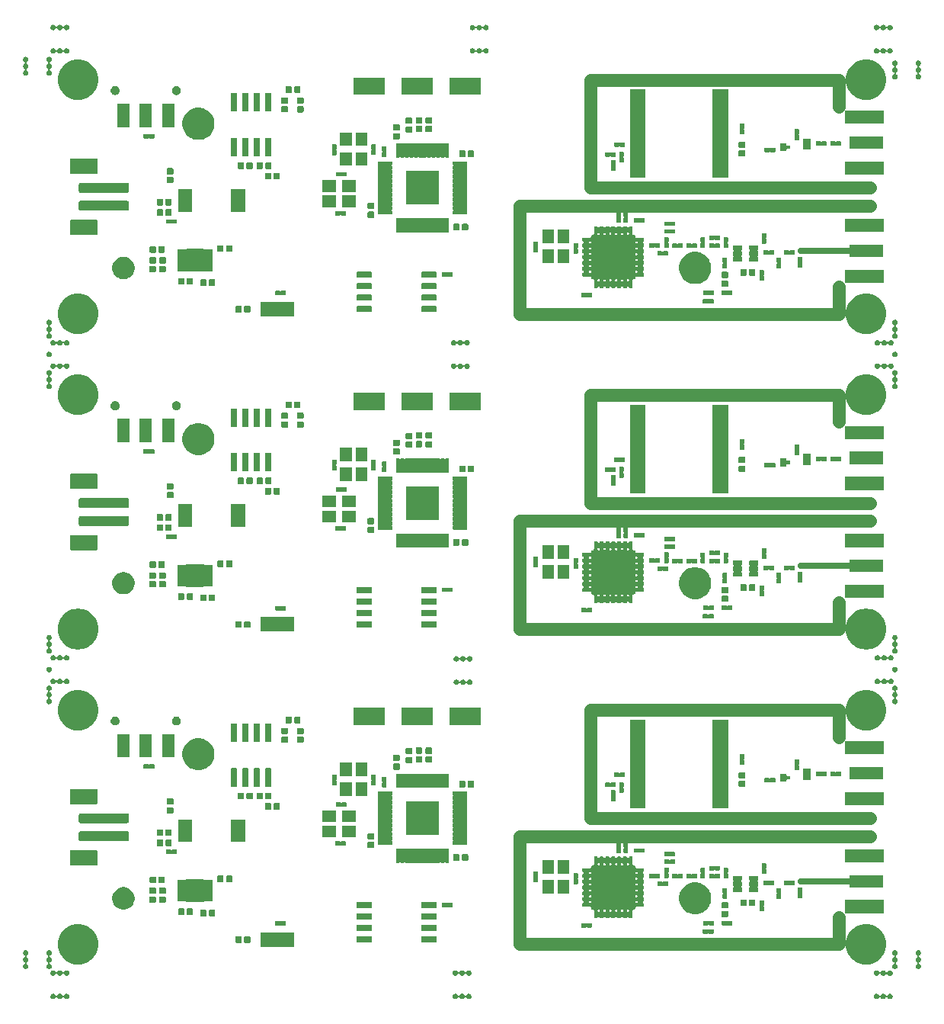
<source format=gbr>
G04 #@! TF.GenerationSoftware,KiCad,Pcbnew,(5.1.5)-3*
G04 #@! TF.CreationDate,2020-05-17T20:08:29+05:30*
G04 #@! TF.ProjectId,panel,70616e65-6c2e-46b6-9963-61645f706362,rev?*
G04 #@! TF.SameCoordinates,Original*
G04 #@! TF.FileFunction,Soldermask,Top*
G04 #@! TF.FilePolarity,Negative*
%FSLAX46Y46*%
G04 Gerber Fmt 4.6, Leading zero omitted, Abs format (unit mm)*
G04 Created by KiCad (PCBNEW (5.1.5)-3) date 2020-05-17 20:08:29*
%MOMM*%
%LPD*%
G04 APERTURE LIST*
%ADD10C,1.400000*%
%ADD11C,0.700000*%
%ADD12C,0.010000*%
%ADD13C,0.100000*%
G04 APERTURE END LIST*
D10*
X218000000Y-128000000D02*
X190400000Y-128000000D01*
X218000000Y-93000000D02*
X190400000Y-93000000D01*
X221400000Y-142000000D02*
X220100000Y-142000000D01*
X221400000Y-107000000D02*
X220100000Y-107000000D01*
X220100000Y-142000000D02*
X206400000Y-142000000D01*
X220100000Y-107000000D02*
X206400000Y-107000000D01*
X190374990Y-134358270D02*
X190374990Y-138141730D01*
X190374990Y-99358270D02*
X190374990Y-103141730D01*
X206400000Y-140000000D02*
X221400000Y-140000000D01*
X206400000Y-105000000D02*
X221400000Y-105000000D01*
X190400000Y-140000000D02*
X206400000Y-140000000D01*
X190400000Y-105000000D02*
X206400000Y-105000000D01*
X182500000Y-154000000D02*
X182500000Y-142000000D01*
X182500000Y-119000000D02*
X182500000Y-107000000D01*
X206400000Y-142000000D02*
X190400000Y-142000000D01*
X206400000Y-107000000D02*
X190400000Y-107000000D01*
X190374990Y-138141730D02*
X190400000Y-138166740D01*
X190374990Y-103141730D02*
X190400000Y-103166740D01*
X190400000Y-142000000D02*
X182500000Y-142000000D01*
X190400000Y-107000000D02*
X182500000Y-107000000D01*
X190400000Y-128000000D02*
X190400000Y-134333260D01*
X190400000Y-93000000D02*
X190400000Y-99333260D01*
X218000000Y-151000000D02*
X218000000Y-154000000D01*
X218000000Y-116000000D02*
X218000000Y-119000000D01*
D11*
X221000000Y-147000000D02*
X213700000Y-147000000D01*
X221000000Y-112000000D02*
X213700000Y-112000000D01*
D10*
X218000000Y-154000000D02*
X182500000Y-154000000D01*
X218000000Y-119000000D02*
X182500000Y-119000000D01*
X218000000Y-131000000D02*
X218000000Y-128000000D01*
X218000000Y-96000000D02*
X218000000Y-93000000D01*
X190400000Y-138166740D02*
X190400000Y-140000000D01*
X190400000Y-103166740D02*
X190400000Y-105000000D01*
X220100000Y-72000000D02*
X206400000Y-72000000D01*
X190400000Y-72000000D02*
X182500000Y-72000000D01*
X218000000Y-81000000D02*
X218000000Y-84000000D01*
X218000000Y-84000000D02*
X182500000Y-84000000D01*
X182500000Y-84000000D02*
X182500000Y-72000000D01*
X206400000Y-72000000D02*
X190400000Y-72000000D01*
X221400000Y-72000000D02*
X220100000Y-72000000D01*
X190400000Y-58000000D02*
X190400000Y-64333260D01*
X190374990Y-64358270D02*
X190374990Y-68141730D01*
X218000000Y-58000000D02*
X190400000Y-58000000D01*
X218000000Y-61000000D02*
X218000000Y-58000000D01*
X190374990Y-68141730D02*
X190400000Y-68166740D01*
X190400000Y-68166740D02*
X190400000Y-70000000D01*
X190400000Y-70000000D02*
X206400000Y-70000000D01*
X206400000Y-70000000D02*
X221400000Y-70000000D01*
D11*
X221000000Y-77000000D02*
X213700000Y-77000000D01*
D12*
G36*
X214025000Y-134525000D02*
G01*
X214775000Y-134525000D01*
X214775000Y-135675000D01*
X214025000Y-135675000D01*
X214025000Y-134525000D01*
G37*
X214025000Y-134525000D02*
X214775000Y-134525000D01*
X214775000Y-135675000D01*
X214025000Y-135675000D01*
X214025000Y-134525000D01*
G36*
X214025000Y-99525000D02*
G01*
X214775000Y-99525000D01*
X214775000Y-100675000D01*
X214025000Y-100675000D01*
X214025000Y-99525000D01*
G37*
X214025000Y-99525000D02*
X214775000Y-99525000D01*
X214775000Y-100675000D01*
X214025000Y-100675000D01*
X214025000Y-99525000D01*
G36*
X214025000Y-64525000D02*
G01*
X214775000Y-64525000D01*
X214775000Y-65675000D01*
X214025000Y-65675000D01*
X214025000Y-64525000D01*
G37*
X214025000Y-64525000D02*
X214775000Y-64525000D01*
X214775000Y-65675000D01*
X214025000Y-65675000D01*
X214025000Y-64525000D01*
D13*
G36*
X175437797Y-159510567D02*
G01*
X175492575Y-159533257D01*
X175492577Y-159533258D01*
X175541876Y-159566198D01*
X175583802Y-159608124D01*
X175616742Y-159657423D01*
X175621067Y-159663896D01*
X175636612Y-159682838D01*
X175655554Y-159698383D01*
X175677165Y-159709934D01*
X175700614Y-159717047D01*
X175725000Y-159719449D01*
X175749386Y-159717047D01*
X175772835Y-159709934D01*
X175794446Y-159698383D01*
X175813388Y-159682838D01*
X175828933Y-159663896D01*
X175833258Y-159657423D01*
X175866198Y-159608124D01*
X175908124Y-159566198D01*
X175957423Y-159533258D01*
X175957425Y-159533257D01*
X176012203Y-159510567D01*
X176070353Y-159499000D01*
X176129647Y-159499000D01*
X176187797Y-159510567D01*
X176242575Y-159533257D01*
X176242577Y-159533258D01*
X176291876Y-159566198D01*
X176333802Y-159608124D01*
X176366742Y-159657423D01*
X176371067Y-159663896D01*
X176386612Y-159682838D01*
X176405554Y-159698383D01*
X176427165Y-159709934D01*
X176450614Y-159717047D01*
X176475000Y-159719449D01*
X176499386Y-159717047D01*
X176522835Y-159709934D01*
X176544446Y-159698383D01*
X176563388Y-159682838D01*
X176578933Y-159663896D01*
X176583258Y-159657423D01*
X176616198Y-159608124D01*
X176658124Y-159566198D01*
X176707423Y-159533258D01*
X176707425Y-159533257D01*
X176762203Y-159510567D01*
X176820353Y-159499000D01*
X176879647Y-159499000D01*
X176937797Y-159510567D01*
X176992575Y-159533257D01*
X176992577Y-159533258D01*
X177041876Y-159566198D01*
X177083802Y-159608124D01*
X177116742Y-159657423D01*
X177116743Y-159657425D01*
X177139433Y-159712203D01*
X177151000Y-159770353D01*
X177151000Y-159829647D01*
X177139433Y-159887797D01*
X177119423Y-159936104D01*
X177116742Y-159942577D01*
X177083802Y-159991876D01*
X177041876Y-160033802D01*
X176992577Y-160066742D01*
X176992576Y-160066743D01*
X176992575Y-160066743D01*
X176937797Y-160089433D01*
X176879647Y-160101000D01*
X176820353Y-160101000D01*
X176762203Y-160089433D01*
X176707425Y-160066743D01*
X176707424Y-160066743D01*
X176707423Y-160066742D01*
X176658124Y-160033802D01*
X176616198Y-159991876D01*
X176583258Y-159942577D01*
X176583257Y-159942575D01*
X176578933Y-159936104D01*
X176563388Y-159917162D01*
X176544446Y-159901617D01*
X176522835Y-159890066D01*
X176499386Y-159882953D01*
X176475000Y-159880551D01*
X176450614Y-159882953D01*
X176427165Y-159890066D01*
X176405554Y-159901617D01*
X176386612Y-159917162D01*
X176371067Y-159936104D01*
X176366743Y-159942575D01*
X176366742Y-159942577D01*
X176333802Y-159991876D01*
X176291876Y-160033802D01*
X176242577Y-160066742D01*
X176242576Y-160066743D01*
X176242575Y-160066743D01*
X176187797Y-160089433D01*
X176129647Y-160101000D01*
X176070353Y-160101000D01*
X176012203Y-160089433D01*
X175957425Y-160066743D01*
X175957424Y-160066743D01*
X175957423Y-160066742D01*
X175908124Y-160033802D01*
X175866198Y-159991876D01*
X175833258Y-159942577D01*
X175833257Y-159942575D01*
X175828933Y-159936104D01*
X175813388Y-159917162D01*
X175794446Y-159901617D01*
X175772835Y-159890066D01*
X175749386Y-159882953D01*
X175725000Y-159880551D01*
X175700614Y-159882953D01*
X175677165Y-159890066D01*
X175655554Y-159901617D01*
X175636612Y-159917162D01*
X175621067Y-159936104D01*
X175616743Y-159942575D01*
X175616742Y-159942577D01*
X175583802Y-159991876D01*
X175541876Y-160033802D01*
X175492577Y-160066742D01*
X175492576Y-160066743D01*
X175492575Y-160066743D01*
X175437797Y-160089433D01*
X175379647Y-160101000D01*
X175320353Y-160101000D01*
X175262203Y-160089433D01*
X175207425Y-160066743D01*
X175207424Y-160066743D01*
X175207423Y-160066742D01*
X175158124Y-160033802D01*
X175116198Y-159991876D01*
X175083258Y-159942577D01*
X175080577Y-159936104D01*
X175060567Y-159887797D01*
X175049000Y-159829647D01*
X175049000Y-159770353D01*
X175060567Y-159712203D01*
X175083257Y-159657425D01*
X175083258Y-159657423D01*
X175116198Y-159608124D01*
X175158124Y-159566198D01*
X175207423Y-159533258D01*
X175207425Y-159533257D01*
X175262203Y-159510567D01*
X175320353Y-159499000D01*
X175379647Y-159499000D01*
X175437797Y-159510567D01*
G37*
G36*
X222237797Y-159510567D02*
G01*
X222292575Y-159533257D01*
X222292577Y-159533258D01*
X222341876Y-159566198D01*
X222383802Y-159608124D01*
X222416742Y-159657423D01*
X222421067Y-159663896D01*
X222436612Y-159682838D01*
X222455554Y-159698383D01*
X222477165Y-159709934D01*
X222500614Y-159717047D01*
X222525000Y-159719449D01*
X222549386Y-159717047D01*
X222572835Y-159709934D01*
X222594446Y-159698383D01*
X222613388Y-159682838D01*
X222628933Y-159663896D01*
X222633258Y-159657423D01*
X222666198Y-159608124D01*
X222708124Y-159566198D01*
X222757423Y-159533258D01*
X222757425Y-159533257D01*
X222812203Y-159510567D01*
X222870353Y-159499000D01*
X222929647Y-159499000D01*
X222987797Y-159510567D01*
X223042575Y-159533257D01*
X223042577Y-159533258D01*
X223091876Y-159566198D01*
X223133802Y-159608124D01*
X223166742Y-159657423D01*
X223171067Y-159663896D01*
X223186612Y-159682838D01*
X223205554Y-159698383D01*
X223227165Y-159709934D01*
X223250614Y-159717047D01*
X223275000Y-159719449D01*
X223299386Y-159717047D01*
X223322835Y-159709934D01*
X223344446Y-159698383D01*
X223363388Y-159682838D01*
X223378933Y-159663896D01*
X223383258Y-159657423D01*
X223416198Y-159608124D01*
X223458124Y-159566198D01*
X223507423Y-159533258D01*
X223507425Y-159533257D01*
X223562203Y-159510567D01*
X223620353Y-159499000D01*
X223679647Y-159499000D01*
X223737797Y-159510567D01*
X223792575Y-159533257D01*
X223792577Y-159533258D01*
X223841876Y-159566198D01*
X223883802Y-159608124D01*
X223916742Y-159657423D01*
X223916743Y-159657425D01*
X223939433Y-159712203D01*
X223951000Y-159770353D01*
X223951000Y-159829647D01*
X223939433Y-159887797D01*
X223919423Y-159936104D01*
X223916742Y-159942577D01*
X223883802Y-159991876D01*
X223841876Y-160033802D01*
X223792577Y-160066742D01*
X223792576Y-160066743D01*
X223792575Y-160066743D01*
X223737797Y-160089433D01*
X223679647Y-160101000D01*
X223620353Y-160101000D01*
X223562203Y-160089433D01*
X223507425Y-160066743D01*
X223507424Y-160066743D01*
X223507423Y-160066742D01*
X223458124Y-160033802D01*
X223416198Y-159991876D01*
X223383258Y-159942577D01*
X223383257Y-159942575D01*
X223378933Y-159936104D01*
X223363388Y-159917162D01*
X223344446Y-159901617D01*
X223322835Y-159890066D01*
X223299386Y-159882953D01*
X223275000Y-159880551D01*
X223250614Y-159882953D01*
X223227165Y-159890066D01*
X223205554Y-159901617D01*
X223186612Y-159917162D01*
X223171067Y-159936104D01*
X223166743Y-159942575D01*
X223166742Y-159942577D01*
X223133802Y-159991876D01*
X223091876Y-160033802D01*
X223042577Y-160066742D01*
X223042576Y-160066743D01*
X223042575Y-160066743D01*
X222987797Y-160089433D01*
X222929647Y-160101000D01*
X222870353Y-160101000D01*
X222812203Y-160089433D01*
X222757425Y-160066743D01*
X222757424Y-160066743D01*
X222757423Y-160066742D01*
X222708124Y-160033802D01*
X222666198Y-159991876D01*
X222633258Y-159942577D01*
X222633257Y-159942575D01*
X222628933Y-159936104D01*
X222613388Y-159917162D01*
X222594446Y-159901617D01*
X222572835Y-159890066D01*
X222549386Y-159882953D01*
X222525000Y-159880551D01*
X222500614Y-159882953D01*
X222477165Y-159890066D01*
X222455554Y-159901617D01*
X222436612Y-159917162D01*
X222421067Y-159936104D01*
X222416743Y-159942575D01*
X222416742Y-159942577D01*
X222383802Y-159991876D01*
X222341876Y-160033802D01*
X222292577Y-160066742D01*
X222292576Y-160066743D01*
X222292575Y-160066743D01*
X222237797Y-160089433D01*
X222179647Y-160101000D01*
X222120353Y-160101000D01*
X222062203Y-160089433D01*
X222007425Y-160066743D01*
X222007424Y-160066743D01*
X222007423Y-160066742D01*
X221958124Y-160033802D01*
X221916198Y-159991876D01*
X221883258Y-159942577D01*
X221880577Y-159936104D01*
X221860567Y-159887797D01*
X221849000Y-159829647D01*
X221849000Y-159770353D01*
X221860567Y-159712203D01*
X221883257Y-159657425D01*
X221883258Y-159657423D01*
X221916198Y-159608124D01*
X221958124Y-159566198D01*
X222007423Y-159533258D01*
X222007425Y-159533257D01*
X222062203Y-159510567D01*
X222120353Y-159499000D01*
X222179647Y-159499000D01*
X222237797Y-159510567D01*
G37*
G36*
X130737797Y-159510567D02*
G01*
X130792575Y-159533257D01*
X130792577Y-159533258D01*
X130841876Y-159566198D01*
X130883802Y-159608124D01*
X130916742Y-159657423D01*
X130921067Y-159663896D01*
X130936612Y-159682838D01*
X130955554Y-159698383D01*
X130977165Y-159709934D01*
X131000614Y-159717047D01*
X131025000Y-159719449D01*
X131049386Y-159717047D01*
X131072835Y-159709934D01*
X131094446Y-159698383D01*
X131113388Y-159682838D01*
X131128933Y-159663896D01*
X131133258Y-159657423D01*
X131166198Y-159608124D01*
X131208124Y-159566198D01*
X131257423Y-159533258D01*
X131257425Y-159533257D01*
X131312203Y-159510567D01*
X131370353Y-159499000D01*
X131429647Y-159499000D01*
X131487797Y-159510567D01*
X131542575Y-159533257D01*
X131542577Y-159533258D01*
X131591876Y-159566198D01*
X131633802Y-159608124D01*
X131666742Y-159657423D01*
X131671067Y-159663896D01*
X131686612Y-159682838D01*
X131705554Y-159698383D01*
X131727165Y-159709934D01*
X131750614Y-159717047D01*
X131775000Y-159719449D01*
X131799386Y-159717047D01*
X131822835Y-159709934D01*
X131844446Y-159698383D01*
X131863388Y-159682838D01*
X131878933Y-159663896D01*
X131883258Y-159657423D01*
X131916198Y-159608124D01*
X131958124Y-159566198D01*
X132007423Y-159533258D01*
X132007425Y-159533257D01*
X132062203Y-159510567D01*
X132120353Y-159499000D01*
X132179647Y-159499000D01*
X132237797Y-159510567D01*
X132292575Y-159533257D01*
X132292577Y-159533258D01*
X132341876Y-159566198D01*
X132383802Y-159608124D01*
X132416742Y-159657423D01*
X132416743Y-159657425D01*
X132439433Y-159712203D01*
X132451000Y-159770353D01*
X132451000Y-159829647D01*
X132439433Y-159887797D01*
X132419423Y-159936104D01*
X132416742Y-159942577D01*
X132383802Y-159991876D01*
X132341876Y-160033802D01*
X132292577Y-160066742D01*
X132292576Y-160066743D01*
X132292575Y-160066743D01*
X132237797Y-160089433D01*
X132179647Y-160101000D01*
X132120353Y-160101000D01*
X132062203Y-160089433D01*
X132007425Y-160066743D01*
X132007424Y-160066743D01*
X132007423Y-160066742D01*
X131958124Y-160033802D01*
X131916198Y-159991876D01*
X131883258Y-159942577D01*
X131883257Y-159942575D01*
X131878933Y-159936104D01*
X131863388Y-159917162D01*
X131844446Y-159901617D01*
X131822835Y-159890066D01*
X131799386Y-159882953D01*
X131775000Y-159880551D01*
X131750614Y-159882953D01*
X131727165Y-159890066D01*
X131705554Y-159901617D01*
X131686612Y-159917162D01*
X131671067Y-159936104D01*
X131666743Y-159942575D01*
X131666742Y-159942577D01*
X131633802Y-159991876D01*
X131591876Y-160033802D01*
X131542577Y-160066742D01*
X131542576Y-160066743D01*
X131542575Y-160066743D01*
X131487797Y-160089433D01*
X131429647Y-160101000D01*
X131370353Y-160101000D01*
X131312203Y-160089433D01*
X131257425Y-160066743D01*
X131257424Y-160066743D01*
X131257423Y-160066742D01*
X131208124Y-160033802D01*
X131166198Y-159991876D01*
X131133258Y-159942577D01*
X131133257Y-159942575D01*
X131128933Y-159936104D01*
X131113388Y-159917162D01*
X131094446Y-159901617D01*
X131072835Y-159890066D01*
X131049386Y-159882953D01*
X131025000Y-159880551D01*
X131000614Y-159882953D01*
X130977165Y-159890066D01*
X130955554Y-159901617D01*
X130936612Y-159917162D01*
X130921067Y-159936104D01*
X130916743Y-159942575D01*
X130916742Y-159942577D01*
X130883802Y-159991876D01*
X130841876Y-160033802D01*
X130792577Y-160066742D01*
X130792576Y-160066743D01*
X130792575Y-160066743D01*
X130737797Y-160089433D01*
X130679647Y-160101000D01*
X130620353Y-160101000D01*
X130562203Y-160089433D01*
X130507425Y-160066743D01*
X130507424Y-160066743D01*
X130507423Y-160066742D01*
X130458124Y-160033802D01*
X130416198Y-159991876D01*
X130383258Y-159942577D01*
X130380577Y-159936104D01*
X130360567Y-159887797D01*
X130349000Y-159829647D01*
X130349000Y-159770353D01*
X130360567Y-159712203D01*
X130383257Y-159657425D01*
X130383258Y-159657423D01*
X130416198Y-159608124D01*
X130458124Y-159566198D01*
X130507423Y-159533258D01*
X130507425Y-159533257D01*
X130562203Y-159510567D01*
X130620353Y-159499000D01*
X130679647Y-159499000D01*
X130737797Y-159510567D01*
G37*
G36*
X222237797Y-156910567D02*
G01*
X222292575Y-156933257D01*
X222292577Y-156933258D01*
X222341876Y-156966198D01*
X222383802Y-157008124D01*
X222416742Y-157057423D01*
X222421067Y-157063896D01*
X222436612Y-157082838D01*
X222455554Y-157098383D01*
X222477165Y-157109934D01*
X222500614Y-157117047D01*
X222525000Y-157119449D01*
X222549386Y-157117047D01*
X222572835Y-157109934D01*
X222594446Y-157098383D01*
X222613388Y-157082838D01*
X222628933Y-157063896D01*
X222633258Y-157057423D01*
X222666198Y-157008124D01*
X222708124Y-156966198D01*
X222757423Y-156933258D01*
X222757425Y-156933257D01*
X222812203Y-156910567D01*
X222870353Y-156899000D01*
X222929647Y-156899000D01*
X222987797Y-156910567D01*
X223042575Y-156933257D01*
X223042577Y-156933258D01*
X223091876Y-156966198D01*
X223133802Y-157008124D01*
X223166742Y-157057423D01*
X223171067Y-157063896D01*
X223186612Y-157082838D01*
X223205554Y-157098383D01*
X223227165Y-157109934D01*
X223250614Y-157117047D01*
X223275000Y-157119449D01*
X223299386Y-157117047D01*
X223322835Y-157109934D01*
X223344446Y-157098383D01*
X223363388Y-157082838D01*
X223378933Y-157063896D01*
X223383258Y-157057423D01*
X223416198Y-157008124D01*
X223458124Y-156966198D01*
X223507423Y-156933258D01*
X223507425Y-156933257D01*
X223562203Y-156910567D01*
X223620353Y-156899000D01*
X223679647Y-156899000D01*
X223737797Y-156910567D01*
X223792575Y-156933257D01*
X223792577Y-156933258D01*
X223841876Y-156966198D01*
X223883802Y-157008124D01*
X223916742Y-157057423D01*
X223916743Y-157057425D01*
X223939433Y-157112203D01*
X223951000Y-157170353D01*
X223951000Y-157229647D01*
X223939433Y-157287797D01*
X223919423Y-157336104D01*
X223916742Y-157342577D01*
X223883802Y-157391876D01*
X223841876Y-157433802D01*
X223792577Y-157466742D01*
X223792576Y-157466743D01*
X223792575Y-157466743D01*
X223737797Y-157489433D01*
X223679647Y-157501000D01*
X223620353Y-157501000D01*
X223562203Y-157489433D01*
X223507425Y-157466743D01*
X223507424Y-157466743D01*
X223507423Y-157466742D01*
X223458124Y-157433802D01*
X223416198Y-157391876D01*
X223383258Y-157342577D01*
X223383257Y-157342575D01*
X223378933Y-157336104D01*
X223363388Y-157317162D01*
X223344446Y-157301617D01*
X223322835Y-157290066D01*
X223299386Y-157282953D01*
X223275000Y-157280551D01*
X223250614Y-157282953D01*
X223227165Y-157290066D01*
X223205554Y-157301617D01*
X223186612Y-157317162D01*
X223171067Y-157336104D01*
X223166743Y-157342575D01*
X223166742Y-157342577D01*
X223133802Y-157391876D01*
X223091876Y-157433802D01*
X223042577Y-157466742D01*
X223042576Y-157466743D01*
X223042575Y-157466743D01*
X222987797Y-157489433D01*
X222929647Y-157501000D01*
X222870353Y-157501000D01*
X222812203Y-157489433D01*
X222757425Y-157466743D01*
X222757424Y-157466743D01*
X222757423Y-157466742D01*
X222708124Y-157433802D01*
X222666198Y-157391876D01*
X222633258Y-157342577D01*
X222633257Y-157342575D01*
X222628933Y-157336104D01*
X222613388Y-157317162D01*
X222594446Y-157301617D01*
X222572835Y-157290066D01*
X222549386Y-157282953D01*
X222525000Y-157280551D01*
X222500614Y-157282953D01*
X222477165Y-157290066D01*
X222455554Y-157301617D01*
X222436612Y-157317162D01*
X222421067Y-157336104D01*
X222416743Y-157342575D01*
X222416742Y-157342577D01*
X222383802Y-157391876D01*
X222341876Y-157433802D01*
X222292577Y-157466742D01*
X222292576Y-157466743D01*
X222292575Y-157466743D01*
X222237797Y-157489433D01*
X222179647Y-157501000D01*
X222120353Y-157501000D01*
X222062203Y-157489433D01*
X222007425Y-157466743D01*
X222007424Y-157466743D01*
X222007423Y-157466742D01*
X221958124Y-157433802D01*
X221916198Y-157391876D01*
X221883258Y-157342577D01*
X221880577Y-157336104D01*
X221860567Y-157287797D01*
X221849000Y-157229647D01*
X221849000Y-157170353D01*
X221860567Y-157112203D01*
X221883257Y-157057425D01*
X221883258Y-157057423D01*
X221916198Y-157008124D01*
X221958124Y-156966198D01*
X222007423Y-156933258D01*
X222007425Y-156933257D01*
X222062203Y-156910567D01*
X222120353Y-156899000D01*
X222179647Y-156899000D01*
X222237797Y-156910567D01*
G37*
G36*
X130737797Y-156910567D02*
G01*
X130792575Y-156933257D01*
X130792577Y-156933258D01*
X130841876Y-156966198D01*
X130883802Y-157008124D01*
X130916742Y-157057423D01*
X130921067Y-157063896D01*
X130936612Y-157082838D01*
X130955554Y-157098383D01*
X130977165Y-157109934D01*
X131000614Y-157117047D01*
X131025000Y-157119449D01*
X131049386Y-157117047D01*
X131072835Y-157109934D01*
X131094446Y-157098383D01*
X131113388Y-157082838D01*
X131128933Y-157063896D01*
X131133258Y-157057423D01*
X131166198Y-157008124D01*
X131208124Y-156966198D01*
X131257423Y-156933258D01*
X131257425Y-156933257D01*
X131312203Y-156910567D01*
X131370353Y-156899000D01*
X131429647Y-156899000D01*
X131487797Y-156910567D01*
X131542575Y-156933257D01*
X131542577Y-156933258D01*
X131591876Y-156966198D01*
X131633802Y-157008124D01*
X131666742Y-157057423D01*
X131671067Y-157063896D01*
X131686612Y-157082838D01*
X131705554Y-157098383D01*
X131727165Y-157109934D01*
X131750614Y-157117047D01*
X131775000Y-157119449D01*
X131799386Y-157117047D01*
X131822835Y-157109934D01*
X131844446Y-157098383D01*
X131863388Y-157082838D01*
X131878933Y-157063896D01*
X131883258Y-157057423D01*
X131916198Y-157008124D01*
X131958124Y-156966198D01*
X132007423Y-156933258D01*
X132007425Y-156933257D01*
X132062203Y-156910567D01*
X132120353Y-156899000D01*
X132179647Y-156899000D01*
X132237797Y-156910567D01*
X132292575Y-156933257D01*
X132292577Y-156933258D01*
X132341876Y-156966198D01*
X132383802Y-157008124D01*
X132416742Y-157057423D01*
X132416743Y-157057425D01*
X132439433Y-157112203D01*
X132451000Y-157170353D01*
X132451000Y-157229647D01*
X132439433Y-157287797D01*
X132419423Y-157336104D01*
X132416742Y-157342577D01*
X132383802Y-157391876D01*
X132341876Y-157433802D01*
X132292577Y-157466742D01*
X132292576Y-157466743D01*
X132292575Y-157466743D01*
X132237797Y-157489433D01*
X132179647Y-157501000D01*
X132120353Y-157501000D01*
X132062203Y-157489433D01*
X132007425Y-157466743D01*
X132007424Y-157466743D01*
X132007423Y-157466742D01*
X131958124Y-157433802D01*
X131916198Y-157391876D01*
X131883258Y-157342577D01*
X131883257Y-157342575D01*
X131878933Y-157336104D01*
X131863388Y-157317162D01*
X131844446Y-157301617D01*
X131822835Y-157290066D01*
X131799386Y-157282953D01*
X131775000Y-157280551D01*
X131750614Y-157282953D01*
X131727165Y-157290066D01*
X131705554Y-157301617D01*
X131686612Y-157317162D01*
X131671067Y-157336104D01*
X131666743Y-157342575D01*
X131666742Y-157342577D01*
X131633802Y-157391876D01*
X131591876Y-157433802D01*
X131542577Y-157466742D01*
X131542576Y-157466743D01*
X131542575Y-157466743D01*
X131487797Y-157489433D01*
X131429647Y-157501000D01*
X131370353Y-157501000D01*
X131312203Y-157489433D01*
X131257425Y-157466743D01*
X131257424Y-157466743D01*
X131257423Y-157466742D01*
X131208124Y-157433802D01*
X131166198Y-157391876D01*
X131133258Y-157342577D01*
X131133257Y-157342575D01*
X131128933Y-157336104D01*
X131113388Y-157317162D01*
X131094446Y-157301617D01*
X131072835Y-157290066D01*
X131049386Y-157282953D01*
X131025000Y-157280551D01*
X131000614Y-157282953D01*
X130977165Y-157290066D01*
X130955554Y-157301617D01*
X130936612Y-157317162D01*
X130921067Y-157336104D01*
X130916743Y-157342575D01*
X130916742Y-157342577D01*
X130883802Y-157391876D01*
X130841876Y-157433802D01*
X130792577Y-157466742D01*
X130792576Y-157466743D01*
X130792575Y-157466743D01*
X130737797Y-157489433D01*
X130679647Y-157501000D01*
X130620353Y-157501000D01*
X130562203Y-157489433D01*
X130507425Y-157466743D01*
X130507424Y-157466743D01*
X130507423Y-157466742D01*
X130458124Y-157433802D01*
X130416198Y-157391876D01*
X130383258Y-157342577D01*
X130380577Y-157336104D01*
X130360567Y-157287797D01*
X130349000Y-157229647D01*
X130349000Y-157170353D01*
X130360567Y-157112203D01*
X130383257Y-157057425D01*
X130383258Y-157057423D01*
X130416198Y-157008124D01*
X130458124Y-156966198D01*
X130507423Y-156933258D01*
X130507425Y-156933257D01*
X130562203Y-156910567D01*
X130620353Y-156899000D01*
X130679647Y-156899000D01*
X130737797Y-156910567D01*
G37*
G36*
X175437797Y-156910567D02*
G01*
X175492575Y-156933257D01*
X175492577Y-156933258D01*
X175541876Y-156966198D01*
X175583802Y-157008124D01*
X175616742Y-157057423D01*
X175621067Y-157063896D01*
X175636612Y-157082838D01*
X175655554Y-157098383D01*
X175677165Y-157109934D01*
X175700614Y-157117047D01*
X175725000Y-157119449D01*
X175749386Y-157117047D01*
X175772835Y-157109934D01*
X175794446Y-157098383D01*
X175813388Y-157082838D01*
X175828933Y-157063896D01*
X175833258Y-157057423D01*
X175866198Y-157008124D01*
X175908124Y-156966198D01*
X175957423Y-156933258D01*
X175957425Y-156933257D01*
X176012203Y-156910567D01*
X176070353Y-156899000D01*
X176129647Y-156899000D01*
X176187797Y-156910567D01*
X176242575Y-156933257D01*
X176242577Y-156933258D01*
X176291876Y-156966198D01*
X176333802Y-157008124D01*
X176366742Y-157057423D01*
X176371067Y-157063896D01*
X176386612Y-157082838D01*
X176405554Y-157098383D01*
X176427165Y-157109934D01*
X176450614Y-157117047D01*
X176475000Y-157119449D01*
X176499386Y-157117047D01*
X176522835Y-157109934D01*
X176544446Y-157098383D01*
X176563388Y-157082838D01*
X176578933Y-157063896D01*
X176583258Y-157057423D01*
X176616198Y-157008124D01*
X176658124Y-156966198D01*
X176707423Y-156933258D01*
X176707425Y-156933257D01*
X176762203Y-156910567D01*
X176820353Y-156899000D01*
X176879647Y-156899000D01*
X176937797Y-156910567D01*
X176992575Y-156933257D01*
X176992577Y-156933258D01*
X177041876Y-156966198D01*
X177083802Y-157008124D01*
X177116742Y-157057423D01*
X177116743Y-157057425D01*
X177139433Y-157112203D01*
X177151000Y-157170353D01*
X177151000Y-157229647D01*
X177139433Y-157287797D01*
X177119423Y-157336104D01*
X177116742Y-157342577D01*
X177083802Y-157391876D01*
X177041876Y-157433802D01*
X176992577Y-157466742D01*
X176992576Y-157466743D01*
X176992575Y-157466743D01*
X176937797Y-157489433D01*
X176879647Y-157501000D01*
X176820353Y-157501000D01*
X176762203Y-157489433D01*
X176707425Y-157466743D01*
X176707424Y-157466743D01*
X176707423Y-157466742D01*
X176658124Y-157433802D01*
X176616198Y-157391876D01*
X176583258Y-157342577D01*
X176583257Y-157342575D01*
X176578933Y-157336104D01*
X176563388Y-157317162D01*
X176544446Y-157301617D01*
X176522835Y-157290066D01*
X176499386Y-157282953D01*
X176475000Y-157280551D01*
X176450614Y-157282953D01*
X176427165Y-157290066D01*
X176405554Y-157301617D01*
X176386612Y-157317162D01*
X176371067Y-157336104D01*
X176366743Y-157342575D01*
X176366742Y-157342577D01*
X176333802Y-157391876D01*
X176291876Y-157433802D01*
X176242577Y-157466742D01*
X176242576Y-157466743D01*
X176242575Y-157466743D01*
X176187797Y-157489433D01*
X176129647Y-157501000D01*
X176070353Y-157501000D01*
X176012203Y-157489433D01*
X175957425Y-157466743D01*
X175957424Y-157466743D01*
X175957423Y-157466742D01*
X175908124Y-157433802D01*
X175866198Y-157391876D01*
X175833258Y-157342577D01*
X175833257Y-157342575D01*
X175828933Y-157336104D01*
X175813388Y-157317162D01*
X175794446Y-157301617D01*
X175772835Y-157290066D01*
X175749386Y-157282953D01*
X175725000Y-157280551D01*
X175700614Y-157282953D01*
X175677165Y-157290066D01*
X175655554Y-157301617D01*
X175636612Y-157317162D01*
X175621067Y-157336104D01*
X175616743Y-157342575D01*
X175616742Y-157342577D01*
X175583802Y-157391876D01*
X175541876Y-157433802D01*
X175492577Y-157466742D01*
X175492576Y-157466743D01*
X175492575Y-157466743D01*
X175437797Y-157489433D01*
X175379647Y-157501000D01*
X175320353Y-157501000D01*
X175262203Y-157489433D01*
X175207425Y-157466743D01*
X175207424Y-157466743D01*
X175207423Y-157466742D01*
X175158124Y-157433802D01*
X175116198Y-157391876D01*
X175083258Y-157342577D01*
X175080577Y-157336104D01*
X175060567Y-157287797D01*
X175049000Y-157229647D01*
X175049000Y-157170353D01*
X175060567Y-157112203D01*
X175083257Y-157057425D01*
X175083258Y-157057423D01*
X175116198Y-157008124D01*
X175158124Y-156966198D01*
X175207423Y-156933258D01*
X175207425Y-156933257D01*
X175262203Y-156910567D01*
X175320353Y-156899000D01*
X175379647Y-156899000D01*
X175437797Y-156910567D01*
G37*
G36*
X224287797Y-154660567D02*
G01*
X224342575Y-154683257D01*
X224342577Y-154683258D01*
X224391876Y-154716198D01*
X224433802Y-154758124D01*
X224466742Y-154807423D01*
X224466743Y-154807425D01*
X224489433Y-154862203D01*
X224501000Y-154920353D01*
X224501000Y-154979647D01*
X224489433Y-155037797D01*
X224466743Y-155092575D01*
X224466742Y-155092577D01*
X224433802Y-155141876D01*
X224391876Y-155183802D01*
X224358323Y-155206221D01*
X224336104Y-155221067D01*
X224317162Y-155236612D01*
X224301617Y-155255554D01*
X224290066Y-155277165D01*
X224282953Y-155300614D01*
X224280551Y-155325000D01*
X224282953Y-155349386D01*
X224290066Y-155372835D01*
X224301617Y-155394446D01*
X224317162Y-155413388D01*
X224336104Y-155428933D01*
X224342577Y-155433258D01*
X224391876Y-155466198D01*
X224433802Y-155508124D01*
X224466742Y-155557423D01*
X224466743Y-155557425D01*
X224489433Y-155612203D01*
X224501000Y-155670353D01*
X224501000Y-155729647D01*
X224489433Y-155787797D01*
X224467832Y-155839945D01*
X224466742Y-155842577D01*
X224433802Y-155891876D01*
X224391876Y-155933802D01*
X224342577Y-155966742D01*
X224336104Y-155971067D01*
X224317162Y-155986612D01*
X224301617Y-156005554D01*
X224290066Y-156027165D01*
X224282953Y-156050614D01*
X224280551Y-156075000D01*
X224282953Y-156099386D01*
X224290066Y-156122835D01*
X224301617Y-156144446D01*
X224317162Y-156163388D01*
X224336104Y-156178933D01*
X224342577Y-156183258D01*
X224391876Y-156216198D01*
X224433802Y-156258124D01*
X224466742Y-156307423D01*
X224466743Y-156307425D01*
X224489433Y-156362203D01*
X224501000Y-156420353D01*
X224501000Y-156479647D01*
X224489433Y-156537797D01*
X224466743Y-156592575D01*
X224466742Y-156592577D01*
X224433802Y-156641876D01*
X224391876Y-156683802D01*
X224342577Y-156716742D01*
X224342576Y-156716743D01*
X224342575Y-156716743D01*
X224287797Y-156739433D01*
X224229647Y-156751000D01*
X224170353Y-156751000D01*
X224112203Y-156739433D01*
X224057425Y-156716743D01*
X224057424Y-156716743D01*
X224057423Y-156716742D01*
X224008124Y-156683802D01*
X223966198Y-156641876D01*
X223933258Y-156592577D01*
X223933257Y-156592575D01*
X223910567Y-156537797D01*
X223899000Y-156479647D01*
X223899000Y-156420353D01*
X223910567Y-156362203D01*
X223933257Y-156307425D01*
X223933258Y-156307423D01*
X223966198Y-156258124D01*
X224008124Y-156216198D01*
X224057423Y-156183258D01*
X224063896Y-156178933D01*
X224082838Y-156163388D01*
X224098383Y-156144446D01*
X224109934Y-156122835D01*
X224117047Y-156099386D01*
X224119449Y-156075000D01*
X224117047Y-156050614D01*
X224109934Y-156027165D01*
X224098383Y-156005554D01*
X224082838Y-155986612D01*
X224063896Y-155971067D01*
X224057423Y-155966742D01*
X224008124Y-155933802D01*
X223966198Y-155891876D01*
X223933258Y-155842577D01*
X223932168Y-155839945D01*
X223910567Y-155787797D01*
X223899000Y-155729647D01*
X223899000Y-155670353D01*
X223910567Y-155612203D01*
X223933257Y-155557425D01*
X223933258Y-155557423D01*
X223966198Y-155508124D01*
X224008124Y-155466198D01*
X224057423Y-155433258D01*
X224063896Y-155428933D01*
X224082838Y-155413388D01*
X224098383Y-155394446D01*
X224109934Y-155372835D01*
X224117047Y-155349386D01*
X224119449Y-155325000D01*
X224117047Y-155300614D01*
X224109934Y-155277165D01*
X224098383Y-155255554D01*
X224082838Y-155236612D01*
X224063896Y-155221067D01*
X224041677Y-155206221D01*
X224008124Y-155183802D01*
X223966198Y-155141876D01*
X223933258Y-155092577D01*
X223933257Y-155092575D01*
X223910567Y-155037797D01*
X223899000Y-154979647D01*
X223899000Y-154920353D01*
X223910567Y-154862203D01*
X223933257Y-154807425D01*
X223933258Y-154807423D01*
X223966198Y-154758124D01*
X224008124Y-154716198D01*
X224057423Y-154683258D01*
X224057425Y-154683257D01*
X224112203Y-154660567D01*
X224170353Y-154649000D01*
X224229647Y-154649000D01*
X224287797Y-154660567D01*
G37*
G36*
X127687797Y-154660567D02*
G01*
X127742575Y-154683257D01*
X127742577Y-154683258D01*
X127791876Y-154716198D01*
X127833802Y-154758124D01*
X127866742Y-154807423D01*
X127866743Y-154807425D01*
X127889433Y-154862203D01*
X127901000Y-154920353D01*
X127901000Y-154979647D01*
X127889433Y-155037797D01*
X127866743Y-155092575D01*
X127866742Y-155092577D01*
X127833802Y-155141876D01*
X127791876Y-155183802D01*
X127758323Y-155206221D01*
X127736104Y-155221067D01*
X127717162Y-155236612D01*
X127701617Y-155255554D01*
X127690066Y-155277165D01*
X127682953Y-155300614D01*
X127680551Y-155325000D01*
X127682953Y-155349386D01*
X127690066Y-155372835D01*
X127701617Y-155394446D01*
X127717162Y-155413388D01*
X127736104Y-155428933D01*
X127742577Y-155433258D01*
X127791876Y-155466198D01*
X127833802Y-155508124D01*
X127866742Y-155557423D01*
X127866743Y-155557425D01*
X127889433Y-155612203D01*
X127901000Y-155670353D01*
X127901000Y-155729647D01*
X127889433Y-155787797D01*
X127867832Y-155839945D01*
X127866742Y-155842577D01*
X127833802Y-155891876D01*
X127791876Y-155933802D01*
X127742577Y-155966742D01*
X127736104Y-155971067D01*
X127717162Y-155986612D01*
X127701617Y-156005554D01*
X127690066Y-156027165D01*
X127682953Y-156050614D01*
X127680551Y-156075000D01*
X127682953Y-156099386D01*
X127690066Y-156122835D01*
X127701617Y-156144446D01*
X127717162Y-156163388D01*
X127736104Y-156178933D01*
X127742577Y-156183258D01*
X127791876Y-156216198D01*
X127833802Y-156258124D01*
X127866742Y-156307423D01*
X127866743Y-156307425D01*
X127889433Y-156362203D01*
X127901000Y-156420353D01*
X127901000Y-156479647D01*
X127889433Y-156537797D01*
X127866743Y-156592575D01*
X127866742Y-156592577D01*
X127833802Y-156641876D01*
X127791876Y-156683802D01*
X127742577Y-156716742D01*
X127742576Y-156716743D01*
X127742575Y-156716743D01*
X127687797Y-156739433D01*
X127629647Y-156751000D01*
X127570353Y-156751000D01*
X127512203Y-156739433D01*
X127457425Y-156716743D01*
X127457424Y-156716743D01*
X127457423Y-156716742D01*
X127408124Y-156683802D01*
X127366198Y-156641876D01*
X127333258Y-156592577D01*
X127333257Y-156592575D01*
X127310567Y-156537797D01*
X127299000Y-156479647D01*
X127299000Y-156420353D01*
X127310567Y-156362203D01*
X127333257Y-156307425D01*
X127333258Y-156307423D01*
X127366198Y-156258124D01*
X127408124Y-156216198D01*
X127457423Y-156183258D01*
X127463896Y-156178933D01*
X127482838Y-156163388D01*
X127498383Y-156144446D01*
X127509934Y-156122835D01*
X127517047Y-156099386D01*
X127519449Y-156075000D01*
X127517047Y-156050614D01*
X127509934Y-156027165D01*
X127498383Y-156005554D01*
X127482838Y-155986612D01*
X127463896Y-155971067D01*
X127457423Y-155966742D01*
X127408124Y-155933802D01*
X127366198Y-155891876D01*
X127333258Y-155842577D01*
X127332168Y-155839945D01*
X127310567Y-155787797D01*
X127299000Y-155729647D01*
X127299000Y-155670353D01*
X127310567Y-155612203D01*
X127333257Y-155557425D01*
X127333258Y-155557423D01*
X127366198Y-155508124D01*
X127408124Y-155466198D01*
X127457423Y-155433258D01*
X127463896Y-155428933D01*
X127482838Y-155413388D01*
X127498383Y-155394446D01*
X127509934Y-155372835D01*
X127517047Y-155349386D01*
X127519449Y-155325000D01*
X127517047Y-155300614D01*
X127509934Y-155277165D01*
X127498383Y-155255554D01*
X127482838Y-155236612D01*
X127463896Y-155221067D01*
X127441677Y-155206221D01*
X127408124Y-155183802D01*
X127366198Y-155141876D01*
X127333258Y-155092577D01*
X127333257Y-155092575D01*
X127310567Y-155037797D01*
X127299000Y-154979647D01*
X127299000Y-154920353D01*
X127310567Y-154862203D01*
X127333257Y-154807425D01*
X127333258Y-154807423D01*
X127366198Y-154758124D01*
X127408124Y-154716198D01*
X127457423Y-154683258D01*
X127457425Y-154683257D01*
X127512203Y-154660567D01*
X127570353Y-154649000D01*
X127629647Y-154649000D01*
X127687797Y-154660567D01*
G37*
G36*
X226887797Y-154660567D02*
G01*
X226942575Y-154683257D01*
X226942577Y-154683258D01*
X226991876Y-154716198D01*
X227033802Y-154758124D01*
X227066742Y-154807423D01*
X227066743Y-154807425D01*
X227089433Y-154862203D01*
X227101000Y-154920353D01*
X227101000Y-154979647D01*
X227089433Y-155037797D01*
X227066743Y-155092575D01*
X227066742Y-155092577D01*
X227033802Y-155141876D01*
X226991876Y-155183802D01*
X226958323Y-155206221D01*
X226936104Y-155221067D01*
X226917162Y-155236612D01*
X226901617Y-155255554D01*
X226890066Y-155277165D01*
X226882953Y-155300614D01*
X226880551Y-155325000D01*
X226882953Y-155349386D01*
X226890066Y-155372835D01*
X226901617Y-155394446D01*
X226917162Y-155413388D01*
X226936104Y-155428933D01*
X226942577Y-155433258D01*
X226991876Y-155466198D01*
X227033802Y-155508124D01*
X227066742Y-155557423D01*
X227066743Y-155557425D01*
X227089433Y-155612203D01*
X227101000Y-155670353D01*
X227101000Y-155729647D01*
X227089433Y-155787797D01*
X227067832Y-155839945D01*
X227066742Y-155842577D01*
X227033802Y-155891876D01*
X226991876Y-155933802D01*
X226942577Y-155966742D01*
X226936104Y-155971067D01*
X226917162Y-155986612D01*
X226901617Y-156005554D01*
X226890066Y-156027165D01*
X226882953Y-156050614D01*
X226880551Y-156075000D01*
X226882953Y-156099386D01*
X226890066Y-156122835D01*
X226901617Y-156144446D01*
X226917162Y-156163388D01*
X226936104Y-156178933D01*
X226942577Y-156183258D01*
X226991876Y-156216198D01*
X227033802Y-156258124D01*
X227066742Y-156307423D01*
X227066743Y-156307425D01*
X227089433Y-156362203D01*
X227101000Y-156420353D01*
X227101000Y-156479647D01*
X227089433Y-156537797D01*
X227066743Y-156592575D01*
X227066742Y-156592577D01*
X227033802Y-156641876D01*
X226991876Y-156683802D01*
X226942577Y-156716742D01*
X226942576Y-156716743D01*
X226942575Y-156716743D01*
X226887797Y-156739433D01*
X226829647Y-156751000D01*
X226770353Y-156751000D01*
X226712203Y-156739433D01*
X226657425Y-156716743D01*
X226657424Y-156716743D01*
X226657423Y-156716742D01*
X226608124Y-156683802D01*
X226566198Y-156641876D01*
X226533258Y-156592577D01*
X226533257Y-156592575D01*
X226510567Y-156537797D01*
X226499000Y-156479647D01*
X226499000Y-156420353D01*
X226510567Y-156362203D01*
X226533257Y-156307425D01*
X226533258Y-156307423D01*
X226566198Y-156258124D01*
X226608124Y-156216198D01*
X226657423Y-156183258D01*
X226663896Y-156178933D01*
X226682838Y-156163388D01*
X226698383Y-156144446D01*
X226709934Y-156122835D01*
X226717047Y-156099386D01*
X226719449Y-156075000D01*
X226717047Y-156050614D01*
X226709934Y-156027165D01*
X226698383Y-156005554D01*
X226682838Y-155986612D01*
X226663896Y-155971067D01*
X226657423Y-155966742D01*
X226608124Y-155933802D01*
X226566198Y-155891876D01*
X226533258Y-155842577D01*
X226532168Y-155839945D01*
X226510567Y-155787797D01*
X226499000Y-155729647D01*
X226499000Y-155670353D01*
X226510567Y-155612203D01*
X226533257Y-155557425D01*
X226533258Y-155557423D01*
X226566198Y-155508124D01*
X226608124Y-155466198D01*
X226657423Y-155433258D01*
X226663896Y-155428933D01*
X226682838Y-155413388D01*
X226698383Y-155394446D01*
X226709934Y-155372835D01*
X226717047Y-155349386D01*
X226719449Y-155325000D01*
X226717047Y-155300614D01*
X226709934Y-155277165D01*
X226698383Y-155255554D01*
X226682838Y-155236612D01*
X226663896Y-155221067D01*
X226641677Y-155206221D01*
X226608124Y-155183802D01*
X226566198Y-155141876D01*
X226533258Y-155092577D01*
X226533257Y-155092575D01*
X226510567Y-155037797D01*
X226499000Y-154979647D01*
X226499000Y-154920353D01*
X226510567Y-154862203D01*
X226533257Y-154807425D01*
X226533258Y-154807423D01*
X226566198Y-154758124D01*
X226608124Y-154716198D01*
X226657423Y-154683258D01*
X226657425Y-154683257D01*
X226712203Y-154660567D01*
X226770353Y-154649000D01*
X226829647Y-154649000D01*
X226887797Y-154660567D01*
G37*
G36*
X130287797Y-154660567D02*
G01*
X130342575Y-154683257D01*
X130342577Y-154683258D01*
X130391876Y-154716198D01*
X130433802Y-154758124D01*
X130466742Y-154807423D01*
X130466743Y-154807425D01*
X130489433Y-154862203D01*
X130501000Y-154920353D01*
X130501000Y-154979647D01*
X130489433Y-155037797D01*
X130466743Y-155092575D01*
X130466742Y-155092577D01*
X130433802Y-155141876D01*
X130391876Y-155183802D01*
X130358323Y-155206221D01*
X130336104Y-155221067D01*
X130317162Y-155236612D01*
X130301617Y-155255554D01*
X130290066Y-155277165D01*
X130282953Y-155300614D01*
X130280551Y-155325000D01*
X130282953Y-155349386D01*
X130290066Y-155372835D01*
X130301617Y-155394446D01*
X130317162Y-155413388D01*
X130336104Y-155428933D01*
X130342577Y-155433258D01*
X130391876Y-155466198D01*
X130433802Y-155508124D01*
X130466742Y-155557423D01*
X130466743Y-155557425D01*
X130489433Y-155612203D01*
X130501000Y-155670353D01*
X130501000Y-155729647D01*
X130489433Y-155787797D01*
X130467832Y-155839945D01*
X130466742Y-155842577D01*
X130433802Y-155891876D01*
X130391876Y-155933802D01*
X130342577Y-155966742D01*
X130336104Y-155971067D01*
X130317162Y-155986612D01*
X130301617Y-156005554D01*
X130290066Y-156027165D01*
X130282953Y-156050614D01*
X130280551Y-156075000D01*
X130282953Y-156099386D01*
X130290066Y-156122835D01*
X130301617Y-156144446D01*
X130317162Y-156163388D01*
X130336104Y-156178933D01*
X130342577Y-156183258D01*
X130391876Y-156216198D01*
X130433802Y-156258124D01*
X130466742Y-156307423D01*
X130466743Y-156307425D01*
X130489433Y-156362203D01*
X130501000Y-156420353D01*
X130501000Y-156479647D01*
X130489433Y-156537797D01*
X130466743Y-156592575D01*
X130466742Y-156592577D01*
X130433802Y-156641876D01*
X130391876Y-156683802D01*
X130342577Y-156716742D01*
X130342576Y-156716743D01*
X130342575Y-156716743D01*
X130287797Y-156739433D01*
X130229647Y-156751000D01*
X130170353Y-156751000D01*
X130112203Y-156739433D01*
X130057425Y-156716743D01*
X130057424Y-156716743D01*
X130057423Y-156716742D01*
X130008124Y-156683802D01*
X129966198Y-156641876D01*
X129933258Y-156592577D01*
X129933257Y-156592575D01*
X129910567Y-156537797D01*
X129899000Y-156479647D01*
X129899000Y-156420353D01*
X129910567Y-156362203D01*
X129933257Y-156307425D01*
X129933258Y-156307423D01*
X129966198Y-156258124D01*
X130008124Y-156216198D01*
X130057423Y-156183258D01*
X130063896Y-156178933D01*
X130082838Y-156163388D01*
X130098383Y-156144446D01*
X130109934Y-156122835D01*
X130117047Y-156099386D01*
X130119449Y-156075000D01*
X130117047Y-156050614D01*
X130109934Y-156027165D01*
X130098383Y-156005554D01*
X130082838Y-155986612D01*
X130063896Y-155971067D01*
X130057423Y-155966742D01*
X130008124Y-155933802D01*
X129966198Y-155891876D01*
X129933258Y-155842577D01*
X129932168Y-155839945D01*
X129910567Y-155787797D01*
X129899000Y-155729647D01*
X129899000Y-155670353D01*
X129910567Y-155612203D01*
X129933257Y-155557425D01*
X129933258Y-155557423D01*
X129966198Y-155508124D01*
X130008124Y-155466198D01*
X130057423Y-155433258D01*
X130063896Y-155428933D01*
X130082838Y-155413388D01*
X130098383Y-155394446D01*
X130109934Y-155372835D01*
X130117047Y-155349386D01*
X130119449Y-155325000D01*
X130117047Y-155300614D01*
X130109934Y-155277165D01*
X130098383Y-155255554D01*
X130082838Y-155236612D01*
X130063896Y-155221067D01*
X130041677Y-155206221D01*
X130008124Y-155183802D01*
X129966198Y-155141876D01*
X129933258Y-155092577D01*
X129933257Y-155092575D01*
X129910567Y-155037797D01*
X129899000Y-154979647D01*
X129899000Y-154920353D01*
X129910567Y-154862203D01*
X129933257Y-154807425D01*
X129933258Y-154807423D01*
X129966198Y-154758124D01*
X130008124Y-154716198D01*
X130057423Y-154683258D01*
X130057425Y-154683257D01*
X130112203Y-154660567D01*
X130170353Y-154649000D01*
X130229647Y-154649000D01*
X130287797Y-154660567D01*
G37*
G36*
X133675880Y-151759776D02*
G01*
X134056593Y-151835504D01*
X134466249Y-152005189D01*
X134834929Y-152251534D01*
X135148466Y-152565071D01*
X135394811Y-152933751D01*
X135564496Y-153343407D01*
X135636950Y-153707661D01*
X135649736Y-153771938D01*
X135651000Y-153778296D01*
X135651000Y-154221704D01*
X135564496Y-154656593D01*
X135394811Y-155066249D01*
X135148466Y-155434929D01*
X134834929Y-155748466D01*
X134466249Y-155994811D01*
X134056593Y-156164496D01*
X133675880Y-156240224D01*
X133621705Y-156251000D01*
X133178295Y-156251000D01*
X133124120Y-156240224D01*
X132743407Y-156164496D01*
X132333751Y-155994811D01*
X131965071Y-155748466D01*
X131651534Y-155434929D01*
X131405189Y-155066249D01*
X131235504Y-154656593D01*
X131149000Y-154221704D01*
X131149000Y-153778296D01*
X131150265Y-153771938D01*
X131163050Y-153707661D01*
X131235504Y-153343407D01*
X131405189Y-152933751D01*
X131651534Y-152565071D01*
X131965071Y-152251534D01*
X132333751Y-152005189D01*
X132743407Y-151835504D01*
X133124120Y-151759776D01*
X133178295Y-151749000D01*
X133621705Y-151749000D01*
X133675880Y-151759776D01*
G37*
G36*
X221275880Y-151759776D02*
G01*
X221656593Y-151835504D01*
X222066249Y-152005189D01*
X222434929Y-152251534D01*
X222748466Y-152565071D01*
X222994811Y-152933751D01*
X223164496Y-153343407D01*
X223236950Y-153707661D01*
X223249736Y-153771938D01*
X223251000Y-153778296D01*
X223251000Y-154221704D01*
X223164496Y-154656593D01*
X222994811Y-155066249D01*
X222748466Y-155434929D01*
X222434929Y-155748466D01*
X222066249Y-155994811D01*
X221656593Y-156164496D01*
X221275880Y-156240224D01*
X221221705Y-156251000D01*
X220778295Y-156251000D01*
X220724120Y-156240224D01*
X220343407Y-156164496D01*
X219933751Y-155994811D01*
X219565071Y-155748466D01*
X219251534Y-155434929D01*
X219005189Y-155066249D01*
X218835504Y-154656593D01*
X218749000Y-154221704D01*
X218749000Y-153778296D01*
X218750265Y-153771938D01*
X218763050Y-153707661D01*
X218835504Y-153343407D01*
X219005189Y-152933751D01*
X219251534Y-152565071D01*
X219565071Y-152251534D01*
X219933751Y-152005189D01*
X220343407Y-151835504D01*
X220724120Y-151759776D01*
X220778295Y-151749000D01*
X221221705Y-151749000D01*
X221275880Y-151759776D01*
G37*
G36*
X157391000Y-154291000D02*
G01*
X153689000Y-154291000D01*
X153689000Y-152689000D01*
X157391000Y-152689000D01*
X157391000Y-154291000D01*
G37*
G36*
X152481938Y-153121716D02*
G01*
X152502557Y-153127971D01*
X152521553Y-153138124D01*
X152538208Y-153151792D01*
X152551876Y-153168447D01*
X152562029Y-153187443D01*
X152568284Y-153208062D01*
X152571000Y-153235640D01*
X152571000Y-153744360D01*
X152568284Y-153771938D01*
X152562029Y-153792557D01*
X152551876Y-153811553D01*
X152538208Y-153828208D01*
X152521553Y-153841876D01*
X152502557Y-153852029D01*
X152481938Y-153858284D01*
X152454360Y-153861000D01*
X151995640Y-153861000D01*
X151968062Y-153858284D01*
X151947443Y-153852029D01*
X151928447Y-153841876D01*
X151911792Y-153828208D01*
X151898124Y-153811553D01*
X151887971Y-153792557D01*
X151881716Y-153771938D01*
X151879000Y-153744360D01*
X151879000Y-153235640D01*
X151881716Y-153208062D01*
X151887971Y-153187443D01*
X151898124Y-153168447D01*
X151911792Y-153151792D01*
X151928447Y-153138124D01*
X151947443Y-153127971D01*
X151968062Y-153121716D01*
X151995640Y-153119000D01*
X152454360Y-153119000D01*
X152481938Y-153121716D01*
G37*
G36*
X151511938Y-153121716D02*
G01*
X151532557Y-153127971D01*
X151551553Y-153138124D01*
X151568208Y-153151792D01*
X151581876Y-153168447D01*
X151592029Y-153187443D01*
X151598284Y-153208062D01*
X151601000Y-153235640D01*
X151601000Y-153744360D01*
X151598284Y-153771938D01*
X151592029Y-153792557D01*
X151581876Y-153811553D01*
X151568208Y-153828208D01*
X151551553Y-153841876D01*
X151532557Y-153852029D01*
X151511938Y-153858284D01*
X151484360Y-153861000D01*
X151025640Y-153861000D01*
X150998062Y-153858284D01*
X150977443Y-153852029D01*
X150958447Y-153841876D01*
X150941792Y-153828208D01*
X150928124Y-153811553D01*
X150917971Y-153792557D01*
X150911716Y-153771938D01*
X150909000Y-153744360D01*
X150909000Y-153235640D01*
X150911716Y-153208062D01*
X150917971Y-153187443D01*
X150928124Y-153168447D01*
X150941792Y-153151792D01*
X150958447Y-153138124D01*
X150977443Y-153127971D01*
X150998062Y-153121716D01*
X151025640Y-153119000D01*
X151484360Y-153119000D01*
X151511938Y-153121716D01*
G37*
G36*
X173179928Y-153116764D02*
G01*
X173201009Y-153123160D01*
X173220445Y-153133548D01*
X173237476Y-153147524D01*
X173251452Y-153164555D01*
X173261840Y-153183991D01*
X173268236Y-153205072D01*
X173271000Y-153233140D01*
X173271000Y-153696860D01*
X173268236Y-153724928D01*
X173261840Y-153746009D01*
X173251452Y-153765445D01*
X173237476Y-153782476D01*
X173220445Y-153796452D01*
X173201009Y-153806840D01*
X173179928Y-153813236D01*
X173151860Y-153816000D01*
X171688140Y-153816000D01*
X171660072Y-153813236D01*
X171638991Y-153806840D01*
X171619555Y-153796452D01*
X171602524Y-153782476D01*
X171588548Y-153765445D01*
X171578160Y-153746009D01*
X171571764Y-153724928D01*
X171569000Y-153696860D01*
X171569000Y-153233140D01*
X171571764Y-153205072D01*
X171578160Y-153183991D01*
X171588548Y-153164555D01*
X171602524Y-153147524D01*
X171619555Y-153133548D01*
X171638991Y-153123160D01*
X171660072Y-153116764D01*
X171688140Y-153114000D01*
X173151860Y-153114000D01*
X173179928Y-153116764D01*
G37*
G36*
X165979928Y-153116764D02*
G01*
X166001009Y-153123160D01*
X166020445Y-153133548D01*
X166037476Y-153147524D01*
X166051452Y-153164555D01*
X166061840Y-153183991D01*
X166068236Y-153205072D01*
X166071000Y-153233140D01*
X166071000Y-153696860D01*
X166068236Y-153724928D01*
X166061840Y-153746009D01*
X166051452Y-153765445D01*
X166037476Y-153782476D01*
X166020445Y-153796452D01*
X166001009Y-153806840D01*
X165979928Y-153813236D01*
X165951860Y-153816000D01*
X164488140Y-153816000D01*
X164460072Y-153813236D01*
X164438991Y-153806840D01*
X164419555Y-153796452D01*
X164402524Y-153782476D01*
X164388548Y-153765445D01*
X164378160Y-153746009D01*
X164371764Y-153724928D01*
X164369000Y-153696860D01*
X164369000Y-153233140D01*
X164371764Y-153205072D01*
X164378160Y-153183991D01*
X164388548Y-153164555D01*
X164402524Y-153147524D01*
X164419555Y-153133548D01*
X164438991Y-153123160D01*
X164460072Y-153116764D01*
X164488140Y-153114000D01*
X165951860Y-153114000D01*
X165979928Y-153116764D01*
G37*
G36*
X203360170Y-152350803D02*
G01*
X203371877Y-152354355D01*
X203391077Y-152364617D01*
X203413716Y-152373994D01*
X203437749Y-152378774D01*
X203462253Y-152378774D01*
X203486286Y-152373993D01*
X203508923Y-152364617D01*
X203528123Y-152354355D01*
X203539830Y-152350803D01*
X203558138Y-152349000D01*
X203981862Y-152349000D01*
X204000170Y-152350803D01*
X204011875Y-152354354D01*
X204022665Y-152360121D01*
X204032119Y-152367881D01*
X204039879Y-152377335D01*
X204045646Y-152388125D01*
X204049197Y-152399830D01*
X204051000Y-152418138D01*
X204051000Y-152781862D01*
X204049197Y-152800170D01*
X204045646Y-152811875D01*
X204039879Y-152822665D01*
X204032119Y-152832119D01*
X204022665Y-152839879D01*
X204011875Y-152845646D01*
X204000170Y-152849197D01*
X203981862Y-152851000D01*
X203558138Y-152851000D01*
X203539830Y-152849197D01*
X203528123Y-152845645D01*
X203508923Y-152835383D01*
X203486284Y-152826006D01*
X203462251Y-152821226D01*
X203437747Y-152821226D01*
X203413714Y-152826007D01*
X203391077Y-152835383D01*
X203371877Y-152845645D01*
X203360170Y-152849197D01*
X203341862Y-152851000D01*
X202918138Y-152851000D01*
X202899830Y-152849197D01*
X202888125Y-152845646D01*
X202877335Y-152839879D01*
X202867881Y-152832119D01*
X202860121Y-152822665D01*
X202854354Y-152811875D01*
X202850803Y-152800170D01*
X202849000Y-152781862D01*
X202849000Y-152418138D01*
X202850803Y-152399830D01*
X202854354Y-152388125D01*
X202860121Y-152377335D01*
X202867881Y-152367881D01*
X202877335Y-152360121D01*
X202888125Y-152354354D01*
X202899830Y-152350803D01*
X202918138Y-152349000D01*
X203341862Y-152349000D01*
X203360170Y-152350803D01*
G37*
G36*
X165979928Y-151846764D02*
G01*
X166001009Y-151853160D01*
X166020445Y-151863548D01*
X166037476Y-151877524D01*
X166051452Y-151894555D01*
X166061840Y-151913991D01*
X166068236Y-151935072D01*
X166071000Y-151963140D01*
X166071000Y-152426860D01*
X166068236Y-152454928D01*
X166061840Y-152476009D01*
X166051452Y-152495445D01*
X166037476Y-152512476D01*
X166020445Y-152526452D01*
X166001009Y-152536840D01*
X165979928Y-152543236D01*
X165951860Y-152546000D01*
X164488140Y-152546000D01*
X164460072Y-152543236D01*
X164438991Y-152536840D01*
X164419555Y-152526452D01*
X164402524Y-152512476D01*
X164388548Y-152495445D01*
X164378160Y-152476009D01*
X164371764Y-152454928D01*
X164369000Y-152426860D01*
X164369000Y-151963140D01*
X164371764Y-151935072D01*
X164378160Y-151913991D01*
X164388548Y-151894555D01*
X164402524Y-151877524D01*
X164419555Y-151863548D01*
X164438991Y-151853160D01*
X164460072Y-151846764D01*
X164488140Y-151844000D01*
X165951860Y-151844000D01*
X165979928Y-151846764D01*
G37*
G36*
X173179928Y-151846764D02*
G01*
X173201009Y-151853160D01*
X173220445Y-151863548D01*
X173237476Y-151877524D01*
X173251452Y-151894555D01*
X173261840Y-151913991D01*
X173268236Y-151935072D01*
X173271000Y-151963140D01*
X173271000Y-152426860D01*
X173268236Y-152454928D01*
X173261840Y-152476009D01*
X173251452Y-152495445D01*
X173237476Y-152512476D01*
X173220445Y-152526452D01*
X173201009Y-152536840D01*
X173179928Y-152543236D01*
X173151860Y-152546000D01*
X171688140Y-152546000D01*
X171660072Y-152543236D01*
X171638991Y-152536840D01*
X171619555Y-152526452D01*
X171602524Y-152512476D01*
X171588548Y-152495445D01*
X171578160Y-152476009D01*
X171571764Y-152454928D01*
X171569000Y-152426860D01*
X171569000Y-151963140D01*
X171571764Y-151935072D01*
X171578160Y-151913991D01*
X171588548Y-151894555D01*
X171602524Y-151877524D01*
X171619555Y-151863548D01*
X171638991Y-151853160D01*
X171660072Y-151846764D01*
X171688140Y-151844000D01*
X173151860Y-151844000D01*
X173179928Y-151846764D01*
G37*
G36*
X189840170Y-151650803D02*
G01*
X189851877Y-151654355D01*
X189871077Y-151664617D01*
X189893716Y-151673994D01*
X189917749Y-151678774D01*
X189942253Y-151678774D01*
X189966286Y-151673993D01*
X189988923Y-151664617D01*
X190008123Y-151654355D01*
X190019830Y-151650803D01*
X190038138Y-151649000D01*
X190461862Y-151649000D01*
X190480170Y-151650803D01*
X190491875Y-151654354D01*
X190502665Y-151660121D01*
X190512119Y-151667881D01*
X190519879Y-151677335D01*
X190525646Y-151688125D01*
X190529197Y-151699830D01*
X190531000Y-151718138D01*
X190531000Y-152081862D01*
X190529197Y-152100170D01*
X190525646Y-152111875D01*
X190519879Y-152122665D01*
X190512119Y-152132119D01*
X190502665Y-152139879D01*
X190491875Y-152145646D01*
X190480170Y-152149197D01*
X190461862Y-152151000D01*
X190038138Y-152151000D01*
X190019830Y-152149197D01*
X190008123Y-152145645D01*
X189988923Y-152135383D01*
X189966284Y-152126006D01*
X189942251Y-152121226D01*
X189917747Y-152121226D01*
X189893714Y-152126007D01*
X189871077Y-152135383D01*
X189851877Y-152145645D01*
X189840170Y-152149197D01*
X189821862Y-152151000D01*
X189398138Y-152151000D01*
X189379830Y-152149197D01*
X189368125Y-152145646D01*
X189357335Y-152139879D01*
X189347881Y-152132119D01*
X189340121Y-152122665D01*
X189334354Y-152111875D01*
X189330803Y-152100170D01*
X189329000Y-152081862D01*
X189329000Y-151718138D01*
X189330803Y-151699830D01*
X189334354Y-151688125D01*
X189340121Y-151677335D01*
X189347881Y-151667881D01*
X189357335Y-151660121D01*
X189368125Y-151654354D01*
X189379830Y-151650803D01*
X189398138Y-151649000D01*
X189821862Y-151649000D01*
X189840170Y-151650803D01*
G37*
G36*
X155850170Y-151440803D02*
G01*
X155861877Y-151444355D01*
X155881077Y-151454617D01*
X155903716Y-151463994D01*
X155927749Y-151468774D01*
X155952253Y-151468774D01*
X155976286Y-151463993D01*
X155998923Y-151454617D01*
X156018123Y-151444355D01*
X156029830Y-151440803D01*
X156048138Y-151439000D01*
X156471862Y-151439000D01*
X156490170Y-151440803D01*
X156501875Y-151444354D01*
X156512665Y-151450121D01*
X156522119Y-151457881D01*
X156529879Y-151467335D01*
X156535646Y-151478125D01*
X156539197Y-151489830D01*
X156541000Y-151508138D01*
X156541000Y-151871862D01*
X156539197Y-151890170D01*
X156535646Y-151901875D01*
X156529879Y-151912665D01*
X156522119Y-151922119D01*
X156512665Y-151929879D01*
X156501875Y-151935646D01*
X156490170Y-151939197D01*
X156471862Y-151941000D01*
X156048138Y-151941000D01*
X156029830Y-151939197D01*
X156018123Y-151935645D01*
X155998923Y-151925383D01*
X155976284Y-151916006D01*
X155952251Y-151911226D01*
X155927747Y-151911226D01*
X155903714Y-151916007D01*
X155881077Y-151925383D01*
X155861877Y-151935645D01*
X155850170Y-151939197D01*
X155831862Y-151941000D01*
X155408138Y-151941000D01*
X155389830Y-151939197D01*
X155378125Y-151935646D01*
X155367335Y-151929879D01*
X155357881Y-151922119D01*
X155350121Y-151912665D01*
X155344354Y-151901875D01*
X155340803Y-151890170D01*
X155339000Y-151871862D01*
X155339000Y-151508138D01*
X155340803Y-151489830D01*
X155344354Y-151478125D01*
X155350121Y-151467335D01*
X155357881Y-151457881D01*
X155367335Y-151450121D01*
X155378125Y-151444354D01*
X155389830Y-151440803D01*
X155408138Y-151439000D01*
X155831862Y-151439000D01*
X155850170Y-151440803D01*
G37*
G36*
X205460170Y-151400803D02*
G01*
X205471877Y-151404355D01*
X205491077Y-151414617D01*
X205513716Y-151423994D01*
X205537749Y-151428774D01*
X205562253Y-151428774D01*
X205586286Y-151423993D01*
X205608923Y-151414617D01*
X205628123Y-151404355D01*
X205639830Y-151400803D01*
X205658138Y-151399000D01*
X206081862Y-151399000D01*
X206100170Y-151400803D01*
X206111875Y-151404354D01*
X206122665Y-151410121D01*
X206132119Y-151417881D01*
X206139879Y-151427335D01*
X206145646Y-151438125D01*
X206149197Y-151449830D01*
X206151000Y-151468138D01*
X206151000Y-151831862D01*
X206149197Y-151850170D01*
X206145646Y-151861875D01*
X206139879Y-151872665D01*
X206132119Y-151882119D01*
X206122665Y-151889879D01*
X206111875Y-151895646D01*
X206100170Y-151899197D01*
X206081862Y-151901000D01*
X205658138Y-151901000D01*
X205639830Y-151899197D01*
X205628123Y-151895645D01*
X205608923Y-151885383D01*
X205586284Y-151876006D01*
X205562251Y-151871226D01*
X205537747Y-151871226D01*
X205513714Y-151876007D01*
X205491077Y-151885383D01*
X205471877Y-151895645D01*
X205460170Y-151899197D01*
X205441862Y-151901000D01*
X205018138Y-151901000D01*
X204999830Y-151899197D01*
X204988125Y-151895646D01*
X204977335Y-151889879D01*
X204967881Y-151882119D01*
X204960121Y-151872665D01*
X204954354Y-151861875D01*
X204950803Y-151850170D01*
X204949000Y-151831862D01*
X204949000Y-151468138D01*
X204950803Y-151449830D01*
X204954354Y-151438125D01*
X204960121Y-151427335D01*
X204967881Y-151417881D01*
X204977335Y-151410121D01*
X204988125Y-151404354D01*
X204999830Y-151400803D01*
X205018138Y-151399000D01*
X205441862Y-151399000D01*
X205460170Y-151400803D01*
G37*
G36*
X203410170Y-151400803D02*
G01*
X203421877Y-151404355D01*
X203441077Y-151414617D01*
X203463716Y-151423994D01*
X203487749Y-151428774D01*
X203512253Y-151428774D01*
X203536286Y-151423993D01*
X203558923Y-151414617D01*
X203578123Y-151404355D01*
X203589830Y-151400803D01*
X203608138Y-151399000D01*
X204031862Y-151399000D01*
X204050170Y-151400803D01*
X204061875Y-151404354D01*
X204072665Y-151410121D01*
X204082119Y-151417881D01*
X204089879Y-151427335D01*
X204095646Y-151438125D01*
X204099197Y-151449830D01*
X204101000Y-151468138D01*
X204101000Y-151831862D01*
X204099197Y-151850170D01*
X204095646Y-151861875D01*
X204089879Y-151872665D01*
X204082119Y-151882119D01*
X204072665Y-151889879D01*
X204061875Y-151895646D01*
X204050170Y-151899197D01*
X204031862Y-151901000D01*
X203608138Y-151901000D01*
X203589830Y-151899197D01*
X203578123Y-151895645D01*
X203558923Y-151885383D01*
X203536284Y-151876006D01*
X203512251Y-151871226D01*
X203487747Y-151871226D01*
X203463714Y-151876007D01*
X203441077Y-151885383D01*
X203421877Y-151895645D01*
X203410170Y-151899197D01*
X203391862Y-151901000D01*
X202968138Y-151901000D01*
X202949830Y-151899197D01*
X202938125Y-151895646D01*
X202927335Y-151889879D01*
X202917881Y-151882119D01*
X202910121Y-151872665D01*
X202904354Y-151861875D01*
X202900803Y-151850170D01*
X202899000Y-151831862D01*
X202899000Y-151468138D01*
X202900803Y-151449830D01*
X202904354Y-151438125D01*
X202910121Y-151427335D01*
X202917881Y-151417881D01*
X202927335Y-151410121D01*
X202938125Y-151404354D01*
X202949830Y-151400803D01*
X202968138Y-151399000D01*
X203391862Y-151399000D01*
X203410170Y-151400803D01*
G37*
G36*
X173179928Y-150576764D02*
G01*
X173201009Y-150583160D01*
X173220445Y-150593548D01*
X173237476Y-150607524D01*
X173251452Y-150624555D01*
X173261840Y-150643991D01*
X173268236Y-150665072D01*
X173271000Y-150693140D01*
X173271000Y-151156860D01*
X173268236Y-151184928D01*
X173261840Y-151206009D01*
X173251452Y-151225445D01*
X173237476Y-151242476D01*
X173220445Y-151256452D01*
X173201009Y-151266840D01*
X173179928Y-151273236D01*
X173151860Y-151276000D01*
X171688140Y-151276000D01*
X171660072Y-151273236D01*
X171638991Y-151266840D01*
X171619555Y-151256452D01*
X171602524Y-151242476D01*
X171588548Y-151225445D01*
X171578160Y-151206009D01*
X171571764Y-151184928D01*
X171569000Y-151156860D01*
X171569000Y-150693140D01*
X171571764Y-150665072D01*
X171578160Y-150643991D01*
X171588548Y-150624555D01*
X171602524Y-150607524D01*
X171619555Y-150593548D01*
X171638991Y-150583160D01*
X171660072Y-150576764D01*
X171688140Y-150574000D01*
X173151860Y-150574000D01*
X173179928Y-150576764D01*
G37*
G36*
X165979928Y-150576764D02*
G01*
X166001009Y-150583160D01*
X166020445Y-150593548D01*
X166037476Y-150607524D01*
X166051452Y-150624555D01*
X166061840Y-150643991D01*
X166068236Y-150665072D01*
X166071000Y-150693140D01*
X166071000Y-151156860D01*
X166068236Y-151184928D01*
X166061840Y-151206009D01*
X166051452Y-151225445D01*
X166037476Y-151242476D01*
X166020445Y-151256452D01*
X166001009Y-151266840D01*
X165979928Y-151273236D01*
X165951860Y-151276000D01*
X164488140Y-151276000D01*
X164460072Y-151273236D01*
X164438991Y-151266840D01*
X164419555Y-151256452D01*
X164402524Y-151242476D01*
X164388548Y-151225445D01*
X164378160Y-151206009D01*
X164371764Y-151184928D01*
X164369000Y-151156860D01*
X164369000Y-150693140D01*
X164371764Y-150665072D01*
X164378160Y-150643991D01*
X164388548Y-150624555D01*
X164402524Y-150607524D01*
X164419555Y-150593548D01*
X164438991Y-150583160D01*
X164460072Y-150576764D01*
X164488140Y-150574000D01*
X165951860Y-150574000D01*
X165979928Y-150576764D01*
G37*
G36*
X191120295Y-144275323D02*
G01*
X191127310Y-144277451D01*
X191133776Y-144280908D01*
X191139442Y-144285558D01*
X191144092Y-144291224D01*
X191147549Y-144297690D01*
X191149677Y-144304705D01*
X191150603Y-144314109D01*
X191155383Y-144338142D01*
X191164761Y-144360781D01*
X191178374Y-144381155D01*
X191195701Y-144398482D01*
X191216076Y-144412096D01*
X191238715Y-144421474D01*
X191262748Y-144426254D01*
X191287252Y-144426254D01*
X191311285Y-144421474D01*
X191333924Y-144412096D01*
X191354298Y-144398483D01*
X191371625Y-144381156D01*
X191385239Y-144360781D01*
X191394617Y-144338142D01*
X191399397Y-144314109D01*
X191400323Y-144304705D01*
X191402451Y-144297690D01*
X191405908Y-144291224D01*
X191410558Y-144285558D01*
X191416224Y-144280908D01*
X191422690Y-144277451D01*
X191429705Y-144275323D01*
X191443140Y-144274000D01*
X191756860Y-144274000D01*
X191770295Y-144275323D01*
X191777310Y-144277451D01*
X191783776Y-144280908D01*
X191789442Y-144285558D01*
X191794092Y-144291224D01*
X191797549Y-144297690D01*
X191799677Y-144304705D01*
X191800603Y-144314109D01*
X191805383Y-144338142D01*
X191814761Y-144360781D01*
X191828374Y-144381155D01*
X191845701Y-144398482D01*
X191866076Y-144412096D01*
X191888715Y-144421474D01*
X191912748Y-144426254D01*
X191937252Y-144426254D01*
X191961285Y-144421474D01*
X191983924Y-144412096D01*
X192004298Y-144398483D01*
X192021625Y-144381156D01*
X192035239Y-144360781D01*
X192044617Y-144338142D01*
X192049397Y-144314109D01*
X192050323Y-144304705D01*
X192052451Y-144297690D01*
X192055908Y-144291224D01*
X192060558Y-144285558D01*
X192066224Y-144280908D01*
X192072690Y-144277451D01*
X192079705Y-144275323D01*
X192093140Y-144274000D01*
X192406860Y-144274000D01*
X192420295Y-144275323D01*
X192427310Y-144277451D01*
X192433776Y-144280908D01*
X192439442Y-144285558D01*
X192444092Y-144291224D01*
X192447549Y-144297690D01*
X192449677Y-144304705D01*
X192450603Y-144314109D01*
X192455383Y-144338142D01*
X192464761Y-144360781D01*
X192478374Y-144381155D01*
X192495701Y-144398482D01*
X192516076Y-144412096D01*
X192538715Y-144421474D01*
X192562748Y-144426254D01*
X192587252Y-144426254D01*
X192611285Y-144421474D01*
X192633924Y-144412096D01*
X192654298Y-144398483D01*
X192671625Y-144381156D01*
X192685239Y-144360781D01*
X192694617Y-144338142D01*
X192699397Y-144314109D01*
X192700323Y-144304705D01*
X192702451Y-144297690D01*
X192705908Y-144291224D01*
X192710558Y-144285558D01*
X192716224Y-144280908D01*
X192722690Y-144277451D01*
X192729705Y-144275323D01*
X192743140Y-144274000D01*
X193056860Y-144274000D01*
X193070295Y-144275323D01*
X193077310Y-144277451D01*
X193083776Y-144280908D01*
X193089442Y-144285558D01*
X193094092Y-144291224D01*
X193097549Y-144297690D01*
X193099677Y-144304705D01*
X193100603Y-144314109D01*
X193105383Y-144338142D01*
X193114761Y-144360781D01*
X193128374Y-144381155D01*
X193145701Y-144398482D01*
X193166076Y-144412096D01*
X193188715Y-144421474D01*
X193212748Y-144426254D01*
X193237252Y-144426254D01*
X193261285Y-144421474D01*
X193283924Y-144412096D01*
X193304298Y-144398483D01*
X193321625Y-144381156D01*
X193335239Y-144360781D01*
X193344617Y-144338142D01*
X193349397Y-144314109D01*
X193350323Y-144304705D01*
X193352451Y-144297690D01*
X193355908Y-144291224D01*
X193360558Y-144285558D01*
X193366224Y-144280908D01*
X193372690Y-144277451D01*
X193379705Y-144275323D01*
X193393140Y-144274000D01*
X193706860Y-144274000D01*
X193720295Y-144275323D01*
X193727310Y-144277451D01*
X193733776Y-144280908D01*
X193739442Y-144285558D01*
X193744092Y-144291224D01*
X193747549Y-144297690D01*
X193749677Y-144304705D01*
X193750603Y-144314109D01*
X193755383Y-144338142D01*
X193764761Y-144360781D01*
X193778374Y-144381155D01*
X193795701Y-144398482D01*
X193816076Y-144412096D01*
X193838715Y-144421474D01*
X193862748Y-144426254D01*
X193887252Y-144426254D01*
X193911285Y-144421474D01*
X193933924Y-144412096D01*
X193954298Y-144398483D01*
X193971625Y-144381156D01*
X193985239Y-144360781D01*
X193994617Y-144338142D01*
X193999397Y-144314109D01*
X194000323Y-144304705D01*
X194002451Y-144297690D01*
X194005908Y-144291224D01*
X194010558Y-144285558D01*
X194016224Y-144280908D01*
X194022690Y-144277451D01*
X194029705Y-144275323D01*
X194043140Y-144274000D01*
X194356860Y-144274000D01*
X194370295Y-144275323D01*
X194377310Y-144277451D01*
X194383776Y-144280908D01*
X194389442Y-144285558D01*
X194394092Y-144291224D01*
X194397549Y-144297690D01*
X194399677Y-144304705D01*
X194400603Y-144314109D01*
X194405383Y-144338142D01*
X194414761Y-144360781D01*
X194428374Y-144381155D01*
X194445701Y-144398482D01*
X194466076Y-144412096D01*
X194488715Y-144421474D01*
X194512748Y-144426254D01*
X194537252Y-144426254D01*
X194561285Y-144421474D01*
X194583924Y-144412096D01*
X194604298Y-144398483D01*
X194621625Y-144381156D01*
X194635239Y-144360781D01*
X194644617Y-144338142D01*
X194649397Y-144314109D01*
X194650323Y-144304705D01*
X194652451Y-144297690D01*
X194655908Y-144291224D01*
X194660558Y-144285558D01*
X194666224Y-144280908D01*
X194672690Y-144277451D01*
X194679705Y-144275323D01*
X194693140Y-144274000D01*
X195006860Y-144274000D01*
X195020295Y-144275323D01*
X195027310Y-144277451D01*
X195033776Y-144280908D01*
X195039442Y-144285558D01*
X195044092Y-144291224D01*
X195047549Y-144297690D01*
X195049677Y-144304705D01*
X195051000Y-144318140D01*
X195051000Y-145106859D01*
X195050518Y-145111755D01*
X195050519Y-145136259D01*
X195055301Y-145160292D01*
X195064679Y-145182930D01*
X195078294Y-145203304D01*
X195095622Y-145220630D01*
X195115997Y-145234243D01*
X195138636Y-145243619D01*
X195174916Y-145249000D01*
X195201528Y-145249000D01*
X195235513Y-145252347D01*
X195262287Y-145260469D01*
X195286964Y-145273659D01*
X195308592Y-145291408D01*
X195326341Y-145313036D01*
X195339531Y-145337713D01*
X195347653Y-145364487D01*
X195351000Y-145398472D01*
X195351000Y-145425084D01*
X195353402Y-145449470D01*
X195360515Y-145472919D01*
X195372066Y-145494530D01*
X195387611Y-145513472D01*
X195406553Y-145529017D01*
X195428164Y-145540568D01*
X195451613Y-145547681D01*
X195488245Y-145549482D01*
X195493141Y-145549000D01*
X196281860Y-145549000D01*
X196295295Y-145550323D01*
X196302310Y-145552451D01*
X196308776Y-145555908D01*
X196314442Y-145560558D01*
X196319092Y-145566224D01*
X196322549Y-145572690D01*
X196324677Y-145579705D01*
X196326000Y-145593140D01*
X196326000Y-145906860D01*
X196324677Y-145920295D01*
X196322549Y-145927310D01*
X196319092Y-145933776D01*
X196314442Y-145939442D01*
X196308776Y-145944092D01*
X196302310Y-145947549D01*
X196295295Y-145949677D01*
X196285891Y-145950603D01*
X196261858Y-145955383D01*
X196239219Y-145964761D01*
X196218845Y-145978374D01*
X196201518Y-145995701D01*
X196187904Y-146016076D01*
X196178526Y-146038715D01*
X196173746Y-146062748D01*
X196173746Y-146087252D01*
X196178526Y-146111285D01*
X196187904Y-146133924D01*
X196201517Y-146154298D01*
X196218844Y-146171625D01*
X196239219Y-146185239D01*
X196261858Y-146194617D01*
X196285891Y-146199397D01*
X196295295Y-146200323D01*
X196302310Y-146202451D01*
X196308776Y-146205908D01*
X196314442Y-146210558D01*
X196319092Y-146216224D01*
X196322549Y-146222690D01*
X196324677Y-146229705D01*
X196326000Y-146243140D01*
X196326000Y-146556860D01*
X196324677Y-146570295D01*
X196322549Y-146577310D01*
X196319092Y-146583776D01*
X196314442Y-146589442D01*
X196308776Y-146594092D01*
X196302310Y-146597549D01*
X196295295Y-146599677D01*
X196285891Y-146600603D01*
X196261858Y-146605383D01*
X196239219Y-146614761D01*
X196218845Y-146628374D01*
X196201518Y-146645701D01*
X196187904Y-146666076D01*
X196178526Y-146688715D01*
X196173746Y-146712748D01*
X196173746Y-146737252D01*
X196178526Y-146761285D01*
X196187904Y-146783924D01*
X196201517Y-146804298D01*
X196218844Y-146821625D01*
X196239219Y-146835239D01*
X196261858Y-146844617D01*
X196285891Y-146849397D01*
X196295295Y-146850323D01*
X196302310Y-146852451D01*
X196308776Y-146855908D01*
X196314442Y-146860558D01*
X196319092Y-146866224D01*
X196322549Y-146872690D01*
X196324677Y-146879705D01*
X196326000Y-146893140D01*
X196326000Y-147206860D01*
X196324677Y-147220295D01*
X196322549Y-147227310D01*
X196319092Y-147233776D01*
X196314442Y-147239442D01*
X196308776Y-147244092D01*
X196302310Y-147247549D01*
X196295295Y-147249677D01*
X196285891Y-147250603D01*
X196261858Y-147255383D01*
X196239219Y-147264761D01*
X196218845Y-147278374D01*
X196201518Y-147295701D01*
X196187904Y-147316076D01*
X196178526Y-147338715D01*
X196173746Y-147362748D01*
X196173746Y-147387252D01*
X196178526Y-147411285D01*
X196187904Y-147433924D01*
X196201517Y-147454298D01*
X196218844Y-147471625D01*
X196239219Y-147485239D01*
X196261858Y-147494617D01*
X196285891Y-147499397D01*
X196295295Y-147500323D01*
X196302310Y-147502451D01*
X196308776Y-147505908D01*
X196314442Y-147510558D01*
X196319092Y-147516224D01*
X196322549Y-147522690D01*
X196324677Y-147529705D01*
X196326000Y-147543140D01*
X196326000Y-147856860D01*
X196324677Y-147870295D01*
X196322549Y-147877310D01*
X196319092Y-147883776D01*
X196314442Y-147889442D01*
X196308776Y-147894092D01*
X196302310Y-147897549D01*
X196295295Y-147899677D01*
X196285891Y-147900603D01*
X196261858Y-147905383D01*
X196239219Y-147914761D01*
X196218845Y-147928374D01*
X196201518Y-147945701D01*
X196187904Y-147966076D01*
X196178526Y-147988715D01*
X196173746Y-148012748D01*
X196173746Y-148037252D01*
X196178526Y-148061285D01*
X196187904Y-148083924D01*
X196201517Y-148104298D01*
X196218844Y-148121625D01*
X196239219Y-148135239D01*
X196261858Y-148144617D01*
X196285891Y-148149397D01*
X196295295Y-148150323D01*
X196302310Y-148152451D01*
X196308776Y-148155908D01*
X196314442Y-148160558D01*
X196319092Y-148166224D01*
X196322549Y-148172690D01*
X196324677Y-148179705D01*
X196326000Y-148193140D01*
X196326000Y-148506860D01*
X196324677Y-148520295D01*
X196322549Y-148527310D01*
X196319092Y-148533776D01*
X196314442Y-148539442D01*
X196308776Y-148544092D01*
X196302310Y-148547549D01*
X196295295Y-148549677D01*
X196285891Y-148550603D01*
X196261858Y-148555383D01*
X196239219Y-148564761D01*
X196218845Y-148578374D01*
X196201518Y-148595701D01*
X196187904Y-148616076D01*
X196178526Y-148638715D01*
X196173746Y-148662748D01*
X196173746Y-148687252D01*
X196178526Y-148711285D01*
X196187904Y-148733924D01*
X196201517Y-148754298D01*
X196218844Y-148771625D01*
X196239219Y-148785239D01*
X196261858Y-148794617D01*
X196285891Y-148799397D01*
X196295295Y-148800323D01*
X196302310Y-148802451D01*
X196308776Y-148805908D01*
X196314442Y-148810558D01*
X196319092Y-148816224D01*
X196322549Y-148822690D01*
X196324677Y-148829705D01*
X196326000Y-148843140D01*
X196326000Y-149156860D01*
X196324677Y-149170295D01*
X196322549Y-149177310D01*
X196319092Y-149183776D01*
X196314442Y-149189442D01*
X196308776Y-149194092D01*
X196302310Y-149197549D01*
X196295295Y-149199677D01*
X196285891Y-149200603D01*
X196261858Y-149205383D01*
X196239219Y-149214761D01*
X196218845Y-149228374D01*
X196201518Y-149245701D01*
X196187904Y-149266076D01*
X196178526Y-149288715D01*
X196173746Y-149312748D01*
X196173746Y-149337252D01*
X196178526Y-149361285D01*
X196187904Y-149383924D01*
X196201517Y-149404298D01*
X196218844Y-149421625D01*
X196239219Y-149435239D01*
X196261858Y-149444617D01*
X196285891Y-149449397D01*
X196295295Y-149450323D01*
X196302310Y-149452451D01*
X196308776Y-149455908D01*
X196314442Y-149460558D01*
X196319092Y-149466224D01*
X196322549Y-149472690D01*
X196324677Y-149479705D01*
X196326000Y-149493140D01*
X196326000Y-149806860D01*
X196324677Y-149820295D01*
X196322549Y-149827310D01*
X196319092Y-149833776D01*
X196314442Y-149839442D01*
X196308776Y-149844092D01*
X196302310Y-149847549D01*
X196295295Y-149849677D01*
X196281860Y-149851000D01*
X195493141Y-149851000D01*
X195488245Y-149850518D01*
X195463741Y-149850519D01*
X195439708Y-149855301D01*
X195417070Y-149864679D01*
X195396696Y-149878294D01*
X195379370Y-149895622D01*
X195365757Y-149915997D01*
X195356381Y-149938636D01*
X195351000Y-149974916D01*
X195351000Y-150001528D01*
X195347653Y-150035513D01*
X195339531Y-150062287D01*
X195326341Y-150086964D01*
X195308592Y-150108592D01*
X195286964Y-150126341D01*
X195262287Y-150139531D01*
X195235513Y-150147653D01*
X195201528Y-150151000D01*
X195174916Y-150151000D01*
X195150530Y-150153402D01*
X195127081Y-150160515D01*
X195105470Y-150172066D01*
X195086528Y-150187611D01*
X195070983Y-150206553D01*
X195059432Y-150228164D01*
X195052319Y-150251613D01*
X195050518Y-150288245D01*
X195051000Y-150293141D01*
X195051000Y-151081860D01*
X195049677Y-151095295D01*
X195047549Y-151102310D01*
X195044092Y-151108776D01*
X195039442Y-151114442D01*
X195033776Y-151119092D01*
X195027310Y-151122549D01*
X195020295Y-151124677D01*
X195006860Y-151126000D01*
X194693140Y-151126000D01*
X194679705Y-151124677D01*
X194672690Y-151122549D01*
X194666224Y-151119092D01*
X194660558Y-151114442D01*
X194655908Y-151108776D01*
X194652451Y-151102310D01*
X194650323Y-151095295D01*
X194649397Y-151085891D01*
X194644617Y-151061858D01*
X194635239Y-151039219D01*
X194621626Y-151018845D01*
X194604299Y-151001518D01*
X194583924Y-150987904D01*
X194561285Y-150978526D01*
X194537252Y-150973746D01*
X194512748Y-150973746D01*
X194488715Y-150978526D01*
X194466076Y-150987904D01*
X194445702Y-151001517D01*
X194428375Y-151018844D01*
X194414761Y-151039219D01*
X194405383Y-151061858D01*
X194400603Y-151085891D01*
X194399677Y-151095295D01*
X194397549Y-151102310D01*
X194394092Y-151108776D01*
X194389442Y-151114442D01*
X194383776Y-151119092D01*
X194377310Y-151122549D01*
X194370295Y-151124677D01*
X194356860Y-151126000D01*
X194043140Y-151126000D01*
X194029705Y-151124677D01*
X194022690Y-151122549D01*
X194016224Y-151119092D01*
X194010558Y-151114442D01*
X194005908Y-151108776D01*
X194002451Y-151102310D01*
X194000323Y-151095295D01*
X193999397Y-151085891D01*
X193994617Y-151061858D01*
X193985239Y-151039219D01*
X193971626Y-151018845D01*
X193954299Y-151001518D01*
X193933924Y-150987904D01*
X193911285Y-150978526D01*
X193887252Y-150973746D01*
X193862748Y-150973746D01*
X193838715Y-150978526D01*
X193816076Y-150987904D01*
X193795702Y-151001517D01*
X193778375Y-151018844D01*
X193764761Y-151039219D01*
X193755383Y-151061858D01*
X193750603Y-151085891D01*
X193749677Y-151095295D01*
X193747549Y-151102310D01*
X193744092Y-151108776D01*
X193739442Y-151114442D01*
X193733776Y-151119092D01*
X193727310Y-151122549D01*
X193720295Y-151124677D01*
X193706860Y-151126000D01*
X193393140Y-151126000D01*
X193379705Y-151124677D01*
X193372690Y-151122549D01*
X193366224Y-151119092D01*
X193360558Y-151114442D01*
X193355908Y-151108776D01*
X193352451Y-151102310D01*
X193350323Y-151095295D01*
X193349397Y-151085891D01*
X193344617Y-151061858D01*
X193335239Y-151039219D01*
X193321626Y-151018845D01*
X193304299Y-151001518D01*
X193283924Y-150987904D01*
X193261285Y-150978526D01*
X193237252Y-150973746D01*
X193212748Y-150973746D01*
X193188715Y-150978526D01*
X193166076Y-150987904D01*
X193145702Y-151001517D01*
X193128375Y-151018844D01*
X193114761Y-151039219D01*
X193105383Y-151061858D01*
X193100603Y-151085891D01*
X193099677Y-151095295D01*
X193097549Y-151102310D01*
X193094092Y-151108776D01*
X193089442Y-151114442D01*
X193083776Y-151119092D01*
X193077310Y-151122549D01*
X193070295Y-151124677D01*
X193056860Y-151126000D01*
X192743140Y-151126000D01*
X192729705Y-151124677D01*
X192722690Y-151122549D01*
X192716224Y-151119092D01*
X192710558Y-151114442D01*
X192705908Y-151108776D01*
X192702451Y-151102310D01*
X192700323Y-151095295D01*
X192699397Y-151085891D01*
X192694617Y-151061858D01*
X192685239Y-151039219D01*
X192671626Y-151018845D01*
X192654299Y-151001518D01*
X192633924Y-150987904D01*
X192611285Y-150978526D01*
X192587252Y-150973746D01*
X192562748Y-150973746D01*
X192538715Y-150978526D01*
X192516076Y-150987904D01*
X192495702Y-151001517D01*
X192478375Y-151018844D01*
X192464761Y-151039219D01*
X192455383Y-151061858D01*
X192450603Y-151085891D01*
X192449677Y-151095295D01*
X192447549Y-151102310D01*
X192444092Y-151108776D01*
X192439442Y-151114442D01*
X192433776Y-151119092D01*
X192427310Y-151122549D01*
X192420295Y-151124677D01*
X192406860Y-151126000D01*
X192093140Y-151126000D01*
X192079705Y-151124677D01*
X192072690Y-151122549D01*
X192066224Y-151119092D01*
X192060558Y-151114442D01*
X192055908Y-151108776D01*
X192052451Y-151102310D01*
X192050323Y-151095295D01*
X192049397Y-151085891D01*
X192044617Y-151061858D01*
X192035239Y-151039219D01*
X192021626Y-151018845D01*
X192004299Y-151001518D01*
X191983924Y-150987904D01*
X191961285Y-150978526D01*
X191937252Y-150973746D01*
X191912748Y-150973746D01*
X191888715Y-150978526D01*
X191866076Y-150987904D01*
X191845702Y-151001517D01*
X191828375Y-151018844D01*
X191814761Y-151039219D01*
X191805383Y-151061858D01*
X191800603Y-151085891D01*
X191799677Y-151095295D01*
X191797549Y-151102310D01*
X191794092Y-151108776D01*
X191789442Y-151114442D01*
X191783776Y-151119092D01*
X191777310Y-151122549D01*
X191770295Y-151124677D01*
X191756860Y-151126000D01*
X191443140Y-151126000D01*
X191429705Y-151124677D01*
X191422690Y-151122549D01*
X191416224Y-151119092D01*
X191410558Y-151114442D01*
X191405908Y-151108776D01*
X191402451Y-151102310D01*
X191400323Y-151095295D01*
X191399397Y-151085891D01*
X191394617Y-151061858D01*
X191385239Y-151039219D01*
X191371626Y-151018845D01*
X191354299Y-151001518D01*
X191333924Y-150987904D01*
X191311285Y-150978526D01*
X191287252Y-150973746D01*
X191262748Y-150973746D01*
X191238715Y-150978526D01*
X191216076Y-150987904D01*
X191195702Y-151001517D01*
X191178375Y-151018844D01*
X191164761Y-151039219D01*
X191155383Y-151061858D01*
X191150603Y-151085891D01*
X191149677Y-151095295D01*
X191147549Y-151102310D01*
X191144092Y-151108776D01*
X191139442Y-151114442D01*
X191133776Y-151119092D01*
X191127310Y-151122549D01*
X191120295Y-151124677D01*
X191106860Y-151126000D01*
X190793140Y-151126000D01*
X190779705Y-151124677D01*
X190772690Y-151122549D01*
X190766224Y-151119092D01*
X190760558Y-151114442D01*
X190755908Y-151108776D01*
X190752451Y-151102310D01*
X190750323Y-151095295D01*
X190749000Y-151081860D01*
X190749000Y-150293141D01*
X190749482Y-150288245D01*
X190749482Y-150288178D01*
X191150512Y-150288178D01*
X191150596Y-150289036D01*
X191155362Y-150313072D01*
X191164726Y-150335717D01*
X191178328Y-150356099D01*
X191195645Y-150373436D01*
X191216012Y-150387062D01*
X191238645Y-150396452D01*
X191262675Y-150401247D01*
X191287179Y-150401261D01*
X191311215Y-150396495D01*
X191333860Y-150387131D01*
X191354242Y-150373529D01*
X191371579Y-150356212D01*
X191385205Y-150335845D01*
X191394595Y-150313212D01*
X191399404Y-150289036D01*
X191399488Y-150288178D01*
X191800512Y-150288178D01*
X191800596Y-150289036D01*
X191805362Y-150313072D01*
X191814726Y-150335717D01*
X191828328Y-150356099D01*
X191845645Y-150373436D01*
X191866012Y-150387062D01*
X191888645Y-150396452D01*
X191912675Y-150401247D01*
X191937179Y-150401261D01*
X191961215Y-150396495D01*
X191983860Y-150387131D01*
X192004242Y-150373529D01*
X192021579Y-150356212D01*
X192035205Y-150335845D01*
X192044595Y-150313212D01*
X192049404Y-150289036D01*
X192049488Y-150288178D01*
X192450512Y-150288178D01*
X192450596Y-150289036D01*
X192455362Y-150313072D01*
X192464726Y-150335717D01*
X192478328Y-150356099D01*
X192495645Y-150373436D01*
X192516012Y-150387062D01*
X192538645Y-150396452D01*
X192562675Y-150401247D01*
X192587179Y-150401261D01*
X192611215Y-150396495D01*
X192633860Y-150387131D01*
X192654242Y-150373529D01*
X192671579Y-150356212D01*
X192685205Y-150335845D01*
X192694595Y-150313212D01*
X192699404Y-150289036D01*
X192699488Y-150288178D01*
X193100512Y-150288178D01*
X193100596Y-150289036D01*
X193105362Y-150313072D01*
X193114726Y-150335717D01*
X193128328Y-150356099D01*
X193145645Y-150373436D01*
X193166012Y-150387062D01*
X193188645Y-150396452D01*
X193212675Y-150401247D01*
X193237179Y-150401261D01*
X193261215Y-150396495D01*
X193283860Y-150387131D01*
X193304242Y-150373529D01*
X193321579Y-150356212D01*
X193335205Y-150335845D01*
X193344595Y-150313212D01*
X193349404Y-150289036D01*
X193349488Y-150288178D01*
X193750512Y-150288178D01*
X193750596Y-150289036D01*
X193755362Y-150313072D01*
X193764726Y-150335717D01*
X193778328Y-150356099D01*
X193795645Y-150373436D01*
X193816012Y-150387062D01*
X193838645Y-150396452D01*
X193862675Y-150401247D01*
X193887179Y-150401261D01*
X193911215Y-150396495D01*
X193933860Y-150387131D01*
X193954242Y-150373529D01*
X193971579Y-150356212D01*
X193985205Y-150335845D01*
X193994595Y-150313212D01*
X193999404Y-150289036D01*
X193999488Y-150288178D01*
X194400512Y-150288178D01*
X194400596Y-150289036D01*
X194405362Y-150313072D01*
X194414726Y-150335717D01*
X194428328Y-150356099D01*
X194445645Y-150373436D01*
X194466012Y-150387062D01*
X194488645Y-150396452D01*
X194512675Y-150401247D01*
X194537179Y-150401261D01*
X194561215Y-150396495D01*
X194583860Y-150387131D01*
X194604242Y-150373529D01*
X194621579Y-150356212D01*
X194635205Y-150335845D01*
X194644595Y-150313212D01*
X194649404Y-150289036D01*
X194649488Y-150288178D01*
X194649474Y-150263674D01*
X194644679Y-150239644D01*
X194635289Y-150217011D01*
X194621663Y-150196644D01*
X194604326Y-150179327D01*
X194583944Y-150165725D01*
X194561299Y-150156361D01*
X194525084Y-150151000D01*
X194524916Y-150151000D01*
X194500530Y-150153402D01*
X194477081Y-150160515D01*
X194455470Y-150172066D01*
X194436528Y-150187611D01*
X194420983Y-150206553D01*
X194409432Y-150228164D01*
X194402319Y-150251613D01*
X194400512Y-150288178D01*
X193999488Y-150288178D01*
X193999474Y-150263674D01*
X193994679Y-150239644D01*
X193985289Y-150217011D01*
X193971663Y-150196644D01*
X193954326Y-150179327D01*
X193933944Y-150165725D01*
X193911299Y-150156361D01*
X193875084Y-150151000D01*
X193874916Y-150151000D01*
X193850530Y-150153402D01*
X193827081Y-150160515D01*
X193805470Y-150172066D01*
X193786528Y-150187611D01*
X193770983Y-150206553D01*
X193759432Y-150228164D01*
X193752319Y-150251613D01*
X193750512Y-150288178D01*
X193349488Y-150288178D01*
X193349474Y-150263674D01*
X193344679Y-150239644D01*
X193335289Y-150217011D01*
X193321663Y-150196644D01*
X193304326Y-150179327D01*
X193283944Y-150165725D01*
X193261299Y-150156361D01*
X193225084Y-150151000D01*
X193224916Y-150151000D01*
X193200530Y-150153402D01*
X193177081Y-150160515D01*
X193155470Y-150172066D01*
X193136528Y-150187611D01*
X193120983Y-150206553D01*
X193109432Y-150228164D01*
X193102319Y-150251613D01*
X193100512Y-150288178D01*
X192699488Y-150288178D01*
X192699474Y-150263674D01*
X192694679Y-150239644D01*
X192685289Y-150217011D01*
X192671663Y-150196644D01*
X192654326Y-150179327D01*
X192633944Y-150165725D01*
X192611299Y-150156361D01*
X192575084Y-150151000D01*
X192574916Y-150151000D01*
X192550530Y-150153402D01*
X192527081Y-150160515D01*
X192505470Y-150172066D01*
X192486528Y-150187611D01*
X192470983Y-150206553D01*
X192459432Y-150228164D01*
X192452319Y-150251613D01*
X192450512Y-150288178D01*
X192049488Y-150288178D01*
X192049474Y-150263674D01*
X192044679Y-150239644D01*
X192035289Y-150217011D01*
X192021663Y-150196644D01*
X192004326Y-150179327D01*
X191983944Y-150165725D01*
X191961299Y-150156361D01*
X191925084Y-150151000D01*
X191924916Y-150151000D01*
X191900530Y-150153402D01*
X191877081Y-150160515D01*
X191855470Y-150172066D01*
X191836528Y-150187611D01*
X191820983Y-150206553D01*
X191809432Y-150228164D01*
X191802319Y-150251613D01*
X191800512Y-150288178D01*
X191399488Y-150288178D01*
X191399474Y-150263674D01*
X191394679Y-150239644D01*
X191385289Y-150217011D01*
X191371663Y-150196644D01*
X191354326Y-150179327D01*
X191333944Y-150165725D01*
X191311299Y-150156361D01*
X191275084Y-150151000D01*
X191274916Y-150151000D01*
X191250530Y-150153402D01*
X191227081Y-150160515D01*
X191205470Y-150172066D01*
X191186528Y-150187611D01*
X191170983Y-150206553D01*
X191159432Y-150228164D01*
X191152319Y-150251613D01*
X191150512Y-150288178D01*
X190749482Y-150288178D01*
X190749481Y-150263741D01*
X190744699Y-150239708D01*
X190735321Y-150217070D01*
X190721706Y-150196696D01*
X190704378Y-150179370D01*
X190684003Y-150165757D01*
X190661364Y-150156381D01*
X190625084Y-150151000D01*
X190598472Y-150151000D01*
X190564487Y-150147653D01*
X190537713Y-150139531D01*
X190513036Y-150126341D01*
X190491408Y-150108592D01*
X190473659Y-150086964D01*
X190460469Y-150062287D01*
X190452347Y-150035513D01*
X190449000Y-150001528D01*
X190449000Y-149974916D01*
X190446598Y-149950530D01*
X190439485Y-149927081D01*
X190427934Y-149905470D01*
X190412389Y-149886528D01*
X190393447Y-149870983D01*
X190371836Y-149859432D01*
X190348387Y-149852319D01*
X190311755Y-149850518D01*
X190306859Y-149851000D01*
X189518140Y-149851000D01*
X189504705Y-149849677D01*
X189497690Y-149847549D01*
X189491224Y-149844092D01*
X189485558Y-149839442D01*
X189480908Y-149833776D01*
X189477451Y-149827310D01*
X189475323Y-149820295D01*
X189474000Y-149806860D01*
X189474000Y-149493140D01*
X189475323Y-149479705D01*
X189477451Y-149472690D01*
X189480908Y-149466224D01*
X189485558Y-149460558D01*
X189491224Y-149455908D01*
X189497690Y-149452451D01*
X189504705Y-149450323D01*
X189514109Y-149449397D01*
X189538142Y-149444617D01*
X189560781Y-149435239D01*
X189581155Y-149421626D01*
X189598482Y-149404299D01*
X189612096Y-149383924D01*
X189621474Y-149361285D01*
X189626254Y-149337252D01*
X189626254Y-149337179D01*
X190198739Y-149337179D01*
X190203505Y-149361215D01*
X190212869Y-149383860D01*
X190226471Y-149404242D01*
X190243788Y-149421579D01*
X190264155Y-149435205D01*
X190286788Y-149444595D01*
X190310964Y-149449404D01*
X190311822Y-149449488D01*
X190336326Y-149449474D01*
X190360356Y-149444679D01*
X190382989Y-149435289D01*
X190403356Y-149421663D01*
X190420673Y-149404326D01*
X190434275Y-149383944D01*
X190443639Y-149361299D01*
X190449000Y-149325084D01*
X190449000Y-149324916D01*
X195351000Y-149324916D01*
X195351000Y-149325084D01*
X195353402Y-149349470D01*
X195360515Y-149372919D01*
X195372066Y-149394530D01*
X195387611Y-149413472D01*
X195406553Y-149429017D01*
X195428164Y-149440568D01*
X195451613Y-149447681D01*
X195488178Y-149449488D01*
X195489036Y-149449404D01*
X195513072Y-149444638D01*
X195535717Y-149435274D01*
X195556099Y-149421672D01*
X195573436Y-149404355D01*
X195587062Y-149383988D01*
X195596452Y-149361355D01*
X195601247Y-149337325D01*
X195601261Y-149312821D01*
X195596495Y-149288785D01*
X195587131Y-149266140D01*
X195573529Y-149245758D01*
X195556212Y-149228421D01*
X195535845Y-149214795D01*
X195513212Y-149205405D01*
X195489036Y-149200596D01*
X195488178Y-149200512D01*
X195463674Y-149200526D01*
X195439644Y-149205321D01*
X195417011Y-149214711D01*
X195396644Y-149228337D01*
X195379327Y-149245674D01*
X195365725Y-149266056D01*
X195356361Y-149288701D01*
X195351000Y-149324916D01*
X190449000Y-149324916D01*
X190446598Y-149300530D01*
X190439485Y-149277081D01*
X190427934Y-149255470D01*
X190412389Y-149236528D01*
X190393447Y-149220983D01*
X190371836Y-149209432D01*
X190348387Y-149202319D01*
X190311822Y-149200512D01*
X190310964Y-149200596D01*
X190286928Y-149205362D01*
X190264283Y-149214726D01*
X190243901Y-149228328D01*
X190226564Y-149245645D01*
X190212938Y-149266012D01*
X190203548Y-149288645D01*
X190198753Y-149312675D01*
X190198739Y-149337179D01*
X189626254Y-149337179D01*
X189626254Y-149312748D01*
X189621474Y-149288715D01*
X189612096Y-149266076D01*
X189598483Y-149245702D01*
X189581156Y-149228375D01*
X189560781Y-149214761D01*
X189538142Y-149205383D01*
X189514109Y-149200603D01*
X189504705Y-149199677D01*
X189497690Y-149197549D01*
X189491224Y-149194092D01*
X189485558Y-149189442D01*
X189480908Y-149183776D01*
X189477451Y-149177310D01*
X189475323Y-149170295D01*
X189474000Y-149156860D01*
X189474000Y-148843140D01*
X189475323Y-148829705D01*
X189477451Y-148822690D01*
X189480908Y-148816224D01*
X189485558Y-148810558D01*
X189491224Y-148805908D01*
X189497690Y-148802451D01*
X189504705Y-148800323D01*
X189514109Y-148799397D01*
X189538142Y-148794617D01*
X189560781Y-148785239D01*
X189581155Y-148771626D01*
X189598482Y-148754299D01*
X189612096Y-148733924D01*
X189621474Y-148711285D01*
X189626254Y-148687252D01*
X189626254Y-148687179D01*
X190198739Y-148687179D01*
X190203505Y-148711215D01*
X190212869Y-148733860D01*
X190226471Y-148754242D01*
X190243788Y-148771579D01*
X190264155Y-148785205D01*
X190286788Y-148794595D01*
X190310964Y-148799404D01*
X190311822Y-148799488D01*
X190336326Y-148799474D01*
X190360356Y-148794679D01*
X190382989Y-148785289D01*
X190403356Y-148771663D01*
X190420673Y-148754326D01*
X190434275Y-148733944D01*
X190443639Y-148711299D01*
X190449000Y-148675084D01*
X190449000Y-148674916D01*
X195351000Y-148674916D01*
X195351000Y-148675084D01*
X195353402Y-148699470D01*
X195360515Y-148722919D01*
X195372066Y-148744530D01*
X195387611Y-148763472D01*
X195406553Y-148779017D01*
X195428164Y-148790568D01*
X195451613Y-148797681D01*
X195488178Y-148799488D01*
X195489036Y-148799404D01*
X195513072Y-148794638D01*
X195535717Y-148785274D01*
X195556099Y-148771672D01*
X195573436Y-148754355D01*
X195587062Y-148733988D01*
X195596452Y-148711355D01*
X195601247Y-148687325D01*
X195601261Y-148662821D01*
X195596495Y-148638785D01*
X195587131Y-148616140D01*
X195573529Y-148595758D01*
X195556212Y-148578421D01*
X195535845Y-148564795D01*
X195513212Y-148555405D01*
X195489036Y-148550596D01*
X195488178Y-148550512D01*
X195463674Y-148550526D01*
X195439644Y-148555321D01*
X195417011Y-148564711D01*
X195396644Y-148578337D01*
X195379327Y-148595674D01*
X195365725Y-148616056D01*
X195356361Y-148638701D01*
X195351000Y-148674916D01*
X190449000Y-148674916D01*
X190446598Y-148650530D01*
X190439485Y-148627081D01*
X190427934Y-148605470D01*
X190412389Y-148586528D01*
X190393447Y-148570983D01*
X190371836Y-148559432D01*
X190348387Y-148552319D01*
X190311822Y-148550512D01*
X190310964Y-148550596D01*
X190286928Y-148555362D01*
X190264283Y-148564726D01*
X190243901Y-148578328D01*
X190226564Y-148595645D01*
X190212938Y-148616012D01*
X190203548Y-148638645D01*
X190198753Y-148662675D01*
X190198739Y-148687179D01*
X189626254Y-148687179D01*
X189626254Y-148662748D01*
X189621474Y-148638715D01*
X189612096Y-148616076D01*
X189598483Y-148595702D01*
X189581156Y-148578375D01*
X189560781Y-148564761D01*
X189538142Y-148555383D01*
X189514109Y-148550603D01*
X189504705Y-148549677D01*
X189497690Y-148547549D01*
X189491224Y-148544092D01*
X189485558Y-148539442D01*
X189480908Y-148533776D01*
X189477451Y-148527310D01*
X189475323Y-148520295D01*
X189474000Y-148506860D01*
X189474000Y-148193140D01*
X189475323Y-148179705D01*
X189477451Y-148172690D01*
X189480908Y-148166224D01*
X189485558Y-148160558D01*
X189491224Y-148155908D01*
X189497690Y-148152451D01*
X189504705Y-148150323D01*
X189514109Y-148149397D01*
X189538142Y-148144617D01*
X189560781Y-148135239D01*
X189581155Y-148121626D01*
X189598482Y-148104299D01*
X189612096Y-148083924D01*
X189621474Y-148061285D01*
X189626254Y-148037252D01*
X189626254Y-148037179D01*
X190198739Y-148037179D01*
X190203505Y-148061215D01*
X190212869Y-148083860D01*
X190226471Y-148104242D01*
X190243788Y-148121579D01*
X190264155Y-148135205D01*
X190286788Y-148144595D01*
X190310964Y-148149404D01*
X190311822Y-148149488D01*
X190336326Y-148149474D01*
X190360356Y-148144679D01*
X190382989Y-148135289D01*
X190403356Y-148121663D01*
X190420673Y-148104326D01*
X190434275Y-148083944D01*
X190443639Y-148061299D01*
X190449000Y-148025084D01*
X190449000Y-148024916D01*
X195351000Y-148024916D01*
X195351000Y-148025084D01*
X195353402Y-148049470D01*
X195360515Y-148072919D01*
X195372066Y-148094530D01*
X195387611Y-148113472D01*
X195406553Y-148129017D01*
X195428164Y-148140568D01*
X195451613Y-148147681D01*
X195488178Y-148149488D01*
X195489036Y-148149404D01*
X195513072Y-148144638D01*
X195535717Y-148135274D01*
X195556099Y-148121672D01*
X195573436Y-148104355D01*
X195587062Y-148083988D01*
X195596452Y-148061355D01*
X195601247Y-148037325D01*
X195601261Y-148012821D01*
X195596495Y-147988785D01*
X195587131Y-147966140D01*
X195573529Y-147945758D01*
X195556212Y-147928421D01*
X195535845Y-147914795D01*
X195513212Y-147905405D01*
X195489036Y-147900596D01*
X195488178Y-147900512D01*
X195463674Y-147900526D01*
X195439644Y-147905321D01*
X195417011Y-147914711D01*
X195396644Y-147928337D01*
X195379327Y-147945674D01*
X195365725Y-147966056D01*
X195356361Y-147988701D01*
X195351000Y-148024916D01*
X190449000Y-148024916D01*
X190446598Y-148000530D01*
X190439485Y-147977081D01*
X190427934Y-147955470D01*
X190412389Y-147936528D01*
X190393447Y-147920983D01*
X190371836Y-147909432D01*
X190348387Y-147902319D01*
X190311822Y-147900512D01*
X190310964Y-147900596D01*
X190286928Y-147905362D01*
X190264283Y-147914726D01*
X190243901Y-147928328D01*
X190226564Y-147945645D01*
X190212938Y-147966012D01*
X190203548Y-147988645D01*
X190198753Y-148012675D01*
X190198739Y-148037179D01*
X189626254Y-148037179D01*
X189626254Y-148012748D01*
X189621474Y-147988715D01*
X189612096Y-147966076D01*
X189598483Y-147945702D01*
X189581156Y-147928375D01*
X189560781Y-147914761D01*
X189538142Y-147905383D01*
X189514109Y-147900603D01*
X189504705Y-147899677D01*
X189497690Y-147897549D01*
X189491224Y-147894092D01*
X189485558Y-147889442D01*
X189480908Y-147883776D01*
X189477451Y-147877310D01*
X189475323Y-147870295D01*
X189474000Y-147856860D01*
X189474000Y-147543140D01*
X189475323Y-147529705D01*
X189477451Y-147522690D01*
X189480908Y-147516224D01*
X189485558Y-147510558D01*
X189491224Y-147505908D01*
X189497690Y-147502451D01*
X189504705Y-147500323D01*
X189514109Y-147499397D01*
X189538142Y-147494617D01*
X189560781Y-147485239D01*
X189581155Y-147471626D01*
X189598482Y-147454299D01*
X189612096Y-147433924D01*
X189621474Y-147411285D01*
X189626254Y-147387252D01*
X189626254Y-147387179D01*
X190198739Y-147387179D01*
X190203505Y-147411215D01*
X190212869Y-147433860D01*
X190226471Y-147454242D01*
X190243788Y-147471579D01*
X190264155Y-147485205D01*
X190286788Y-147494595D01*
X190310964Y-147499404D01*
X190311822Y-147499488D01*
X190336326Y-147499474D01*
X190360356Y-147494679D01*
X190382989Y-147485289D01*
X190403356Y-147471663D01*
X190420673Y-147454326D01*
X190434275Y-147433944D01*
X190443639Y-147411299D01*
X190449000Y-147375084D01*
X190449000Y-147374916D01*
X195351000Y-147374916D01*
X195351000Y-147375084D01*
X195353402Y-147399470D01*
X195360515Y-147422919D01*
X195372066Y-147444530D01*
X195387611Y-147463472D01*
X195406553Y-147479017D01*
X195428164Y-147490568D01*
X195451613Y-147497681D01*
X195488178Y-147499488D01*
X195489036Y-147499404D01*
X195513072Y-147494638D01*
X195535717Y-147485274D01*
X195556099Y-147471672D01*
X195573436Y-147454355D01*
X195587062Y-147433988D01*
X195596452Y-147411355D01*
X195601247Y-147387325D01*
X195601261Y-147362821D01*
X195596495Y-147338785D01*
X195587131Y-147316140D01*
X195573529Y-147295758D01*
X195556212Y-147278421D01*
X195535845Y-147264795D01*
X195513212Y-147255405D01*
X195489036Y-147250596D01*
X195488178Y-147250512D01*
X195463674Y-147250526D01*
X195439644Y-147255321D01*
X195417011Y-147264711D01*
X195396644Y-147278337D01*
X195379327Y-147295674D01*
X195365725Y-147316056D01*
X195356361Y-147338701D01*
X195351000Y-147374916D01*
X190449000Y-147374916D01*
X190446598Y-147350530D01*
X190439485Y-147327081D01*
X190427934Y-147305470D01*
X190412389Y-147286528D01*
X190393447Y-147270983D01*
X190371836Y-147259432D01*
X190348387Y-147252319D01*
X190311822Y-147250512D01*
X190310964Y-147250596D01*
X190286928Y-147255362D01*
X190264283Y-147264726D01*
X190243901Y-147278328D01*
X190226564Y-147295645D01*
X190212938Y-147316012D01*
X190203548Y-147338645D01*
X190198753Y-147362675D01*
X190198739Y-147387179D01*
X189626254Y-147387179D01*
X189626254Y-147362748D01*
X189621474Y-147338715D01*
X189612096Y-147316076D01*
X189598483Y-147295702D01*
X189581156Y-147278375D01*
X189560781Y-147264761D01*
X189538142Y-147255383D01*
X189514109Y-147250603D01*
X189504705Y-147249677D01*
X189497690Y-147247549D01*
X189491224Y-147244092D01*
X189485558Y-147239442D01*
X189480908Y-147233776D01*
X189477451Y-147227310D01*
X189475323Y-147220295D01*
X189474000Y-147206860D01*
X189474000Y-146893140D01*
X189475323Y-146879705D01*
X189477451Y-146872690D01*
X189480908Y-146866224D01*
X189485558Y-146860558D01*
X189491224Y-146855908D01*
X189497690Y-146852451D01*
X189504705Y-146850323D01*
X189514109Y-146849397D01*
X189538142Y-146844617D01*
X189560781Y-146835239D01*
X189581155Y-146821626D01*
X189598482Y-146804299D01*
X189612096Y-146783924D01*
X189621474Y-146761285D01*
X189626254Y-146737252D01*
X189626254Y-146737179D01*
X190198739Y-146737179D01*
X190203505Y-146761215D01*
X190212869Y-146783860D01*
X190226471Y-146804242D01*
X190243788Y-146821579D01*
X190264155Y-146835205D01*
X190286788Y-146844595D01*
X190310964Y-146849404D01*
X190311822Y-146849488D01*
X190336326Y-146849474D01*
X190360356Y-146844679D01*
X190382989Y-146835289D01*
X190403356Y-146821663D01*
X190420673Y-146804326D01*
X190434275Y-146783944D01*
X190443639Y-146761299D01*
X190449000Y-146725084D01*
X190449000Y-146724916D01*
X195351000Y-146724916D01*
X195351000Y-146725084D01*
X195353402Y-146749470D01*
X195360515Y-146772919D01*
X195372066Y-146794530D01*
X195387611Y-146813472D01*
X195406553Y-146829017D01*
X195428164Y-146840568D01*
X195451613Y-146847681D01*
X195488178Y-146849488D01*
X195489036Y-146849404D01*
X195513072Y-146844638D01*
X195535717Y-146835274D01*
X195556099Y-146821672D01*
X195573436Y-146804355D01*
X195587062Y-146783988D01*
X195596452Y-146761355D01*
X195601247Y-146737325D01*
X195601261Y-146712821D01*
X195596495Y-146688785D01*
X195587131Y-146666140D01*
X195573529Y-146645758D01*
X195556212Y-146628421D01*
X195535845Y-146614795D01*
X195513212Y-146605405D01*
X195489036Y-146600596D01*
X195488178Y-146600512D01*
X195463674Y-146600526D01*
X195439644Y-146605321D01*
X195417011Y-146614711D01*
X195396644Y-146628337D01*
X195379327Y-146645674D01*
X195365725Y-146666056D01*
X195356361Y-146688701D01*
X195351000Y-146724916D01*
X190449000Y-146724916D01*
X190446598Y-146700530D01*
X190439485Y-146677081D01*
X190427934Y-146655470D01*
X190412389Y-146636528D01*
X190393447Y-146620983D01*
X190371836Y-146609432D01*
X190348387Y-146602319D01*
X190311822Y-146600512D01*
X190310964Y-146600596D01*
X190286928Y-146605362D01*
X190264283Y-146614726D01*
X190243901Y-146628328D01*
X190226564Y-146645645D01*
X190212938Y-146666012D01*
X190203548Y-146688645D01*
X190198753Y-146712675D01*
X190198739Y-146737179D01*
X189626254Y-146737179D01*
X189626254Y-146712748D01*
X189621474Y-146688715D01*
X189612096Y-146666076D01*
X189598483Y-146645702D01*
X189581156Y-146628375D01*
X189560781Y-146614761D01*
X189538142Y-146605383D01*
X189514109Y-146600603D01*
X189504705Y-146599677D01*
X189497690Y-146597549D01*
X189491224Y-146594092D01*
X189485558Y-146589442D01*
X189480908Y-146583776D01*
X189477451Y-146577310D01*
X189475323Y-146570295D01*
X189474000Y-146556860D01*
X189474000Y-146243140D01*
X189475323Y-146229705D01*
X189477451Y-146222690D01*
X189480908Y-146216224D01*
X189485558Y-146210558D01*
X189491224Y-146205908D01*
X189497690Y-146202451D01*
X189504705Y-146200323D01*
X189514109Y-146199397D01*
X189538142Y-146194617D01*
X189560781Y-146185239D01*
X189581155Y-146171626D01*
X189598482Y-146154299D01*
X189612096Y-146133924D01*
X189621474Y-146111285D01*
X189626254Y-146087252D01*
X189626254Y-146087179D01*
X190198739Y-146087179D01*
X190203505Y-146111215D01*
X190212869Y-146133860D01*
X190226471Y-146154242D01*
X190243788Y-146171579D01*
X190264155Y-146185205D01*
X190286788Y-146194595D01*
X190310964Y-146199404D01*
X190311822Y-146199488D01*
X190336326Y-146199474D01*
X190360356Y-146194679D01*
X190382989Y-146185289D01*
X190403356Y-146171663D01*
X190420673Y-146154326D01*
X190434275Y-146133944D01*
X190443639Y-146111299D01*
X190449000Y-146075084D01*
X190449000Y-146074916D01*
X195351000Y-146074916D01*
X195351000Y-146075084D01*
X195353402Y-146099470D01*
X195360515Y-146122919D01*
X195372066Y-146144530D01*
X195387611Y-146163472D01*
X195406553Y-146179017D01*
X195428164Y-146190568D01*
X195451613Y-146197681D01*
X195488178Y-146199488D01*
X195489036Y-146199404D01*
X195513072Y-146194638D01*
X195535717Y-146185274D01*
X195556099Y-146171672D01*
X195573436Y-146154355D01*
X195587062Y-146133988D01*
X195596452Y-146111355D01*
X195601247Y-146087325D01*
X195601261Y-146062821D01*
X195596495Y-146038785D01*
X195587131Y-146016140D01*
X195573529Y-145995758D01*
X195556212Y-145978421D01*
X195535845Y-145964795D01*
X195513212Y-145955405D01*
X195489036Y-145950596D01*
X195488178Y-145950512D01*
X195463674Y-145950526D01*
X195439644Y-145955321D01*
X195417011Y-145964711D01*
X195396644Y-145978337D01*
X195379327Y-145995674D01*
X195365725Y-146016056D01*
X195356361Y-146038701D01*
X195351000Y-146074916D01*
X190449000Y-146074916D01*
X190446598Y-146050530D01*
X190439485Y-146027081D01*
X190427934Y-146005470D01*
X190412389Y-145986528D01*
X190393447Y-145970983D01*
X190371836Y-145959432D01*
X190348387Y-145952319D01*
X190311822Y-145950512D01*
X190310964Y-145950596D01*
X190286928Y-145955362D01*
X190264283Y-145964726D01*
X190243901Y-145978328D01*
X190226564Y-145995645D01*
X190212938Y-146016012D01*
X190203548Y-146038645D01*
X190198753Y-146062675D01*
X190198739Y-146087179D01*
X189626254Y-146087179D01*
X189626254Y-146062748D01*
X189621474Y-146038715D01*
X189612096Y-146016076D01*
X189598483Y-145995702D01*
X189581156Y-145978375D01*
X189560781Y-145964761D01*
X189538142Y-145955383D01*
X189514109Y-145950603D01*
X189504705Y-145949677D01*
X189497690Y-145947549D01*
X189491224Y-145944092D01*
X189485558Y-145939442D01*
X189480908Y-145933776D01*
X189477451Y-145927310D01*
X189475323Y-145920295D01*
X189474000Y-145906860D01*
X189474000Y-145593140D01*
X189475323Y-145579705D01*
X189477451Y-145572690D01*
X189480908Y-145566224D01*
X189485558Y-145560558D01*
X189491224Y-145555908D01*
X189497690Y-145552451D01*
X189504705Y-145550323D01*
X189518140Y-145549000D01*
X190306859Y-145549000D01*
X190311755Y-145549482D01*
X190336259Y-145549481D01*
X190360292Y-145544699D01*
X190382930Y-145535321D01*
X190403304Y-145521706D01*
X190420630Y-145504378D01*
X190434243Y-145484003D01*
X190443619Y-145461364D01*
X190449000Y-145425084D01*
X190449000Y-145398472D01*
X190452347Y-145364487D01*
X190460469Y-145337713D01*
X190473659Y-145313036D01*
X190491408Y-145291408D01*
X190513036Y-145273659D01*
X190537713Y-145260469D01*
X190564487Y-145252347D01*
X190598472Y-145249000D01*
X190625084Y-145249000D01*
X190649470Y-145246598D01*
X190672919Y-145239485D01*
X190694530Y-145227934D01*
X190713472Y-145212389D01*
X190729017Y-145193447D01*
X190740568Y-145171836D01*
X190747681Y-145148387D01*
X190749478Y-145111822D01*
X191150512Y-145111822D01*
X191150526Y-145136326D01*
X191155321Y-145160356D01*
X191164711Y-145182989D01*
X191178337Y-145203356D01*
X191195674Y-145220673D01*
X191216056Y-145234275D01*
X191238701Y-145243639D01*
X191274916Y-145249000D01*
X191275084Y-145249000D01*
X191299470Y-145246598D01*
X191322919Y-145239485D01*
X191344530Y-145227934D01*
X191363472Y-145212389D01*
X191379017Y-145193447D01*
X191390568Y-145171836D01*
X191397681Y-145148387D01*
X191399488Y-145111822D01*
X191800512Y-145111822D01*
X191800526Y-145136326D01*
X191805321Y-145160356D01*
X191814711Y-145182989D01*
X191828337Y-145203356D01*
X191845674Y-145220673D01*
X191866056Y-145234275D01*
X191888701Y-145243639D01*
X191924916Y-145249000D01*
X191925084Y-145249000D01*
X191949470Y-145246598D01*
X191972919Y-145239485D01*
X191994530Y-145227934D01*
X192013472Y-145212389D01*
X192029017Y-145193447D01*
X192040568Y-145171836D01*
X192047681Y-145148387D01*
X192049488Y-145111822D01*
X192450512Y-145111822D01*
X192450526Y-145136326D01*
X192455321Y-145160356D01*
X192464711Y-145182989D01*
X192478337Y-145203356D01*
X192495674Y-145220673D01*
X192516056Y-145234275D01*
X192538701Y-145243639D01*
X192574916Y-145249000D01*
X192575084Y-145249000D01*
X192599470Y-145246598D01*
X192622919Y-145239485D01*
X192644530Y-145227934D01*
X192663472Y-145212389D01*
X192679017Y-145193447D01*
X192690568Y-145171836D01*
X192697681Y-145148387D01*
X192699488Y-145111822D01*
X193100512Y-145111822D01*
X193100526Y-145136326D01*
X193105321Y-145160356D01*
X193114711Y-145182989D01*
X193128337Y-145203356D01*
X193145674Y-145220673D01*
X193166056Y-145234275D01*
X193188701Y-145243639D01*
X193224916Y-145249000D01*
X193225084Y-145249000D01*
X193249470Y-145246598D01*
X193272919Y-145239485D01*
X193294530Y-145227934D01*
X193313472Y-145212389D01*
X193329017Y-145193447D01*
X193340568Y-145171836D01*
X193347681Y-145148387D01*
X193349488Y-145111822D01*
X193750512Y-145111822D01*
X193750526Y-145136326D01*
X193755321Y-145160356D01*
X193764711Y-145182989D01*
X193778337Y-145203356D01*
X193795674Y-145220673D01*
X193816056Y-145234275D01*
X193838701Y-145243639D01*
X193874916Y-145249000D01*
X193875084Y-145249000D01*
X193899470Y-145246598D01*
X193922919Y-145239485D01*
X193944530Y-145227934D01*
X193963472Y-145212389D01*
X193979017Y-145193447D01*
X193990568Y-145171836D01*
X193997681Y-145148387D01*
X193999488Y-145111822D01*
X194400512Y-145111822D01*
X194400526Y-145136326D01*
X194405321Y-145160356D01*
X194414711Y-145182989D01*
X194428337Y-145203356D01*
X194445674Y-145220673D01*
X194466056Y-145234275D01*
X194488701Y-145243639D01*
X194524916Y-145249000D01*
X194525084Y-145249000D01*
X194549470Y-145246598D01*
X194572919Y-145239485D01*
X194594530Y-145227934D01*
X194613472Y-145212389D01*
X194629017Y-145193447D01*
X194640568Y-145171836D01*
X194647681Y-145148387D01*
X194649488Y-145111822D01*
X194649404Y-145110964D01*
X194644638Y-145086928D01*
X194635274Y-145064283D01*
X194621672Y-145043901D01*
X194604355Y-145026564D01*
X194583988Y-145012938D01*
X194561355Y-145003548D01*
X194537325Y-144998753D01*
X194512821Y-144998739D01*
X194488785Y-145003505D01*
X194466140Y-145012869D01*
X194445758Y-145026471D01*
X194428421Y-145043788D01*
X194414795Y-145064155D01*
X194405405Y-145086788D01*
X194400596Y-145110964D01*
X194400512Y-145111822D01*
X193999488Y-145111822D01*
X193999404Y-145110964D01*
X193994638Y-145086928D01*
X193985274Y-145064283D01*
X193971672Y-145043901D01*
X193954355Y-145026564D01*
X193933988Y-145012938D01*
X193911355Y-145003548D01*
X193887325Y-144998753D01*
X193862821Y-144998739D01*
X193838785Y-145003505D01*
X193816140Y-145012869D01*
X193795758Y-145026471D01*
X193778421Y-145043788D01*
X193764795Y-145064155D01*
X193755405Y-145086788D01*
X193750596Y-145110964D01*
X193750512Y-145111822D01*
X193349488Y-145111822D01*
X193349404Y-145110964D01*
X193344638Y-145086928D01*
X193335274Y-145064283D01*
X193321672Y-145043901D01*
X193304355Y-145026564D01*
X193283988Y-145012938D01*
X193261355Y-145003548D01*
X193237325Y-144998753D01*
X193212821Y-144998739D01*
X193188785Y-145003505D01*
X193166140Y-145012869D01*
X193145758Y-145026471D01*
X193128421Y-145043788D01*
X193114795Y-145064155D01*
X193105405Y-145086788D01*
X193100596Y-145110964D01*
X193100512Y-145111822D01*
X192699488Y-145111822D01*
X192699404Y-145110964D01*
X192694638Y-145086928D01*
X192685274Y-145064283D01*
X192671672Y-145043901D01*
X192654355Y-145026564D01*
X192633988Y-145012938D01*
X192611355Y-145003548D01*
X192587325Y-144998753D01*
X192562821Y-144998739D01*
X192538785Y-145003505D01*
X192516140Y-145012869D01*
X192495758Y-145026471D01*
X192478421Y-145043788D01*
X192464795Y-145064155D01*
X192455405Y-145086788D01*
X192450596Y-145110964D01*
X192450512Y-145111822D01*
X192049488Y-145111822D01*
X192049404Y-145110964D01*
X192044638Y-145086928D01*
X192035274Y-145064283D01*
X192021672Y-145043901D01*
X192004355Y-145026564D01*
X191983988Y-145012938D01*
X191961355Y-145003548D01*
X191937325Y-144998753D01*
X191912821Y-144998739D01*
X191888785Y-145003505D01*
X191866140Y-145012869D01*
X191845758Y-145026471D01*
X191828421Y-145043788D01*
X191814795Y-145064155D01*
X191805405Y-145086788D01*
X191800596Y-145110964D01*
X191800512Y-145111822D01*
X191399488Y-145111822D01*
X191399404Y-145110964D01*
X191394638Y-145086928D01*
X191385274Y-145064283D01*
X191371672Y-145043901D01*
X191354355Y-145026564D01*
X191333988Y-145012938D01*
X191311355Y-145003548D01*
X191287325Y-144998753D01*
X191262821Y-144998739D01*
X191238785Y-145003505D01*
X191216140Y-145012869D01*
X191195758Y-145026471D01*
X191178421Y-145043788D01*
X191164795Y-145064155D01*
X191155405Y-145086788D01*
X191150596Y-145110964D01*
X191150512Y-145111822D01*
X190749478Y-145111822D01*
X190749482Y-145111755D01*
X190749000Y-145106859D01*
X190749000Y-144318140D01*
X190750323Y-144304705D01*
X190752451Y-144297690D01*
X190755908Y-144291224D01*
X190760558Y-144285558D01*
X190766224Y-144280908D01*
X190772690Y-144277451D01*
X190779705Y-144275323D01*
X190793140Y-144274000D01*
X191106860Y-144274000D01*
X191120295Y-144275323D01*
G37*
G36*
X205581938Y-150306716D02*
G01*
X205602557Y-150312971D01*
X205621553Y-150323124D01*
X205638208Y-150336792D01*
X205651876Y-150353447D01*
X205662029Y-150372443D01*
X205668284Y-150393062D01*
X205671000Y-150420640D01*
X205671000Y-150879360D01*
X205668284Y-150906938D01*
X205662029Y-150927557D01*
X205651876Y-150946553D01*
X205638208Y-150963208D01*
X205621553Y-150976876D01*
X205602557Y-150987029D01*
X205581938Y-150993284D01*
X205554360Y-150996000D01*
X205045640Y-150996000D01*
X205018062Y-150993284D01*
X204997443Y-150987029D01*
X204978447Y-150976876D01*
X204961792Y-150963208D01*
X204948124Y-150946553D01*
X204937971Y-150927557D01*
X204931716Y-150906938D01*
X204929000Y-150879360D01*
X204929000Y-150420640D01*
X204931716Y-150393062D01*
X204937971Y-150372443D01*
X204948124Y-150353447D01*
X204961792Y-150336792D01*
X204978447Y-150323124D01*
X204997443Y-150312971D01*
X205018062Y-150306716D01*
X205045640Y-150304000D01*
X205554360Y-150304000D01*
X205581938Y-150306716D01*
G37*
G36*
X147596938Y-150171716D02*
G01*
X147617557Y-150177971D01*
X147636553Y-150188124D01*
X147653208Y-150201792D01*
X147666876Y-150218447D01*
X147677029Y-150237443D01*
X147683284Y-150258062D01*
X147686000Y-150285640D01*
X147686000Y-150794360D01*
X147683284Y-150821938D01*
X147677029Y-150842557D01*
X147666876Y-150861553D01*
X147653208Y-150878208D01*
X147636553Y-150891876D01*
X147617557Y-150902029D01*
X147596938Y-150908284D01*
X147569360Y-150911000D01*
X147110640Y-150911000D01*
X147083062Y-150908284D01*
X147062443Y-150902029D01*
X147043447Y-150891876D01*
X147026792Y-150878208D01*
X147013124Y-150861553D01*
X147002971Y-150842557D01*
X146996716Y-150821938D01*
X146994000Y-150794360D01*
X146994000Y-150285640D01*
X146996716Y-150258062D01*
X147002971Y-150237443D01*
X147013124Y-150218447D01*
X147026792Y-150201792D01*
X147043447Y-150188124D01*
X147062443Y-150177971D01*
X147083062Y-150171716D01*
X147110640Y-150169000D01*
X147569360Y-150169000D01*
X147596938Y-150171716D01*
G37*
G36*
X148566938Y-150171716D02*
G01*
X148587557Y-150177971D01*
X148606553Y-150188124D01*
X148623208Y-150201792D01*
X148636876Y-150218447D01*
X148647029Y-150237443D01*
X148653284Y-150258062D01*
X148656000Y-150285640D01*
X148656000Y-150794360D01*
X148653284Y-150821938D01*
X148647029Y-150842557D01*
X148636876Y-150861553D01*
X148623208Y-150878208D01*
X148606553Y-150891876D01*
X148587557Y-150902029D01*
X148566938Y-150908284D01*
X148539360Y-150911000D01*
X148080640Y-150911000D01*
X148053062Y-150908284D01*
X148032443Y-150902029D01*
X148013447Y-150891876D01*
X147996792Y-150878208D01*
X147983124Y-150861553D01*
X147972971Y-150842557D01*
X147966716Y-150821938D01*
X147964000Y-150794360D01*
X147964000Y-150285640D01*
X147966716Y-150258062D01*
X147972971Y-150237443D01*
X147983124Y-150218447D01*
X147996792Y-150201792D01*
X148013447Y-150188124D01*
X148032443Y-150177971D01*
X148053062Y-150171716D01*
X148080640Y-150169000D01*
X148539360Y-150169000D01*
X148566938Y-150171716D01*
G37*
G36*
X145136938Y-150031716D02*
G01*
X145157557Y-150037971D01*
X145176553Y-150048124D01*
X145193208Y-150061792D01*
X145206876Y-150078447D01*
X145217029Y-150097443D01*
X145223284Y-150118062D01*
X145226000Y-150145640D01*
X145226000Y-150654360D01*
X145223284Y-150681938D01*
X145217029Y-150702557D01*
X145206876Y-150721553D01*
X145193208Y-150738208D01*
X145176553Y-150751876D01*
X145157557Y-150762029D01*
X145136938Y-150768284D01*
X145109360Y-150771000D01*
X144650640Y-150771000D01*
X144623062Y-150768284D01*
X144602443Y-150762029D01*
X144583447Y-150751876D01*
X144566792Y-150738208D01*
X144553124Y-150721553D01*
X144542971Y-150702557D01*
X144536716Y-150681938D01*
X144534000Y-150654360D01*
X144534000Y-150145640D01*
X144536716Y-150118062D01*
X144542971Y-150097443D01*
X144553124Y-150078447D01*
X144566792Y-150061792D01*
X144583447Y-150048124D01*
X144602443Y-150037971D01*
X144623062Y-150031716D01*
X144650640Y-150029000D01*
X145109360Y-150029000D01*
X145136938Y-150031716D01*
G37*
G36*
X146106938Y-150031716D02*
G01*
X146127557Y-150037971D01*
X146146553Y-150048124D01*
X146163208Y-150061792D01*
X146176876Y-150078447D01*
X146187029Y-150097443D01*
X146193284Y-150118062D01*
X146196000Y-150145640D01*
X146196000Y-150654360D01*
X146193284Y-150681938D01*
X146187029Y-150702557D01*
X146176876Y-150721553D01*
X146163208Y-150738208D01*
X146146553Y-150751876D01*
X146127557Y-150762029D01*
X146106938Y-150768284D01*
X146079360Y-150771000D01*
X145620640Y-150771000D01*
X145593062Y-150768284D01*
X145572443Y-150762029D01*
X145553447Y-150751876D01*
X145536792Y-150738208D01*
X145523124Y-150721553D01*
X145512971Y-150702557D01*
X145506716Y-150681938D01*
X145504000Y-150654360D01*
X145504000Y-150145640D01*
X145506716Y-150118062D01*
X145512971Y-150097443D01*
X145523124Y-150078447D01*
X145536792Y-150061792D01*
X145553447Y-150048124D01*
X145572443Y-150037971D01*
X145593062Y-150031716D01*
X145620640Y-150029000D01*
X146079360Y-150029000D01*
X146106938Y-150031716D01*
G37*
G36*
X202518039Y-147192250D02*
G01*
X202693011Y-147264726D01*
X202841251Y-147326129D01*
X203132134Y-147520491D01*
X203379509Y-147767866D01*
X203573871Y-148058749D01*
X203616056Y-148160592D01*
X203707750Y-148381961D01*
X203776000Y-148725078D01*
X203776000Y-149074922D01*
X203707750Y-149418039D01*
X203667794Y-149514500D01*
X203573871Y-149741251D01*
X203379509Y-150032134D01*
X203132134Y-150279509D01*
X202841251Y-150473871D01*
X202707372Y-150529325D01*
X202518039Y-150607750D01*
X202174922Y-150676000D01*
X201825078Y-150676000D01*
X201481961Y-150607750D01*
X201292628Y-150529325D01*
X201158749Y-150473871D01*
X200867866Y-150279509D01*
X200620491Y-150032134D01*
X200426129Y-149741251D01*
X200332206Y-149514500D01*
X200292250Y-149418039D01*
X200224000Y-149074922D01*
X200224000Y-148725078D01*
X200292250Y-148381961D01*
X200383944Y-148160592D01*
X200426129Y-148058749D01*
X200620491Y-147767866D01*
X200867866Y-147520491D01*
X201158749Y-147326129D01*
X201306989Y-147264726D01*
X201481961Y-147192250D01*
X201825078Y-147124000D01*
X202174922Y-147124000D01*
X202518039Y-147192250D01*
G37*
G36*
X222951000Y-150551000D02*
G01*
X218649000Y-150551000D01*
X218649000Y-149099000D01*
X222951000Y-149099000D01*
X222951000Y-150551000D01*
G37*
G36*
X209600170Y-149150803D02*
G01*
X209611875Y-149154354D01*
X209622665Y-149160121D01*
X209632119Y-149167881D01*
X209639879Y-149177335D01*
X209645646Y-149188125D01*
X209649197Y-149199830D01*
X209651000Y-149218138D01*
X209651000Y-149641862D01*
X209649197Y-149660170D01*
X209645645Y-149671877D01*
X209635383Y-149691077D01*
X209626006Y-149713716D01*
X209621226Y-149737749D01*
X209621226Y-149762253D01*
X209626007Y-149786286D01*
X209635383Y-149808923D01*
X209645645Y-149828123D01*
X209649197Y-149839830D01*
X209651000Y-149858138D01*
X209651000Y-150281862D01*
X209649197Y-150300170D01*
X209645646Y-150311875D01*
X209639879Y-150322665D01*
X209632119Y-150332119D01*
X209622665Y-150339879D01*
X209611875Y-150345646D01*
X209600170Y-150349197D01*
X209581862Y-150351000D01*
X209218138Y-150351000D01*
X209199830Y-150349197D01*
X209188125Y-150345646D01*
X209177335Y-150339879D01*
X209167881Y-150332119D01*
X209160121Y-150322665D01*
X209154354Y-150311875D01*
X209150803Y-150300170D01*
X209149000Y-150281862D01*
X209149000Y-149858138D01*
X209150803Y-149839830D01*
X209154355Y-149828123D01*
X209164617Y-149808923D01*
X209173994Y-149786284D01*
X209178774Y-149762251D01*
X209178774Y-149737747D01*
X209173993Y-149713714D01*
X209164617Y-149691077D01*
X209154355Y-149671877D01*
X209150803Y-149660170D01*
X209149000Y-149641862D01*
X209149000Y-149218138D01*
X209150803Y-149199830D01*
X209154354Y-149188125D01*
X209160121Y-149177335D01*
X209167881Y-149167881D01*
X209177335Y-149160121D01*
X209188125Y-149154354D01*
X209199830Y-149150803D01*
X209218138Y-149149000D01*
X209581862Y-149149000D01*
X209600170Y-149150803D01*
G37*
G36*
X138833444Y-147701882D02*
G01*
X139060201Y-147795808D01*
X139078540Y-147808062D01*
X139264279Y-147932168D01*
X139437832Y-148105721D01*
X139521540Y-148231000D01*
X139574192Y-148309799D01*
X139668118Y-148536556D01*
X139716000Y-148777278D01*
X139716000Y-149022722D01*
X139668118Y-149263444D01*
X139574192Y-149490201D01*
X139534570Y-149549500D01*
X139437832Y-149694279D01*
X139264279Y-149867832D01*
X139148041Y-149945499D01*
X139060201Y-150004192D01*
X138833444Y-150098118D01*
X138592722Y-150146000D01*
X138347278Y-150146000D01*
X138106556Y-150098118D01*
X137879799Y-150004192D01*
X137791959Y-149945499D01*
X137675721Y-149867832D01*
X137502168Y-149694279D01*
X137405430Y-149549500D01*
X137365808Y-149490201D01*
X137271882Y-149263444D01*
X137224000Y-149022722D01*
X137224000Y-148777278D01*
X137271882Y-148536556D01*
X137365808Y-148309799D01*
X137418460Y-148231000D01*
X137502168Y-148105721D01*
X137675721Y-147932168D01*
X137861460Y-147808062D01*
X137879799Y-147795808D01*
X138106556Y-147701882D01*
X138347278Y-147654000D01*
X138592722Y-147654000D01*
X138833444Y-147701882D01*
G37*
G36*
X205581938Y-149336716D02*
G01*
X205602557Y-149342971D01*
X205621553Y-149353124D01*
X205638208Y-149366792D01*
X205651876Y-149383447D01*
X205662029Y-149402443D01*
X205668284Y-149423062D01*
X205671000Y-149450640D01*
X205671000Y-149909360D01*
X205668284Y-149936938D01*
X205662029Y-149957557D01*
X205651876Y-149976553D01*
X205638208Y-149993208D01*
X205621553Y-150006876D01*
X205602557Y-150017029D01*
X205581938Y-150023284D01*
X205554360Y-150026000D01*
X205045640Y-150026000D01*
X205018062Y-150023284D01*
X204997443Y-150017029D01*
X204978447Y-150006876D01*
X204961792Y-149993208D01*
X204948124Y-149976553D01*
X204937971Y-149957557D01*
X204931716Y-149936938D01*
X204929000Y-149909360D01*
X204929000Y-149450640D01*
X204931716Y-149423062D01*
X204937971Y-149402443D01*
X204948124Y-149383447D01*
X204961792Y-149366792D01*
X204978447Y-149353124D01*
X204997443Y-149342971D01*
X205018062Y-149336716D01*
X205045640Y-149334000D01*
X205554360Y-149334000D01*
X205581938Y-149336716D01*
G37*
G36*
X173179928Y-149306764D02*
G01*
X173201009Y-149313160D01*
X173220445Y-149323548D01*
X173237476Y-149337524D01*
X173251452Y-149354555D01*
X173261840Y-149373991D01*
X173268236Y-149395072D01*
X173271000Y-149423140D01*
X173271000Y-149886860D01*
X173268236Y-149914928D01*
X173261840Y-149936009D01*
X173251452Y-149955445D01*
X173237476Y-149972476D01*
X173220445Y-149986452D01*
X173201009Y-149996840D01*
X173179928Y-150003236D01*
X173151860Y-150006000D01*
X171688140Y-150006000D01*
X171660072Y-150003236D01*
X171638991Y-149996840D01*
X171619555Y-149986452D01*
X171602524Y-149972476D01*
X171588548Y-149955445D01*
X171578160Y-149936009D01*
X171571764Y-149914928D01*
X171569000Y-149886860D01*
X171569000Y-149423140D01*
X171571764Y-149395072D01*
X171578160Y-149373991D01*
X171588548Y-149354555D01*
X171602524Y-149337524D01*
X171619555Y-149323548D01*
X171638991Y-149313160D01*
X171660072Y-149306764D01*
X171688140Y-149304000D01*
X173151860Y-149304000D01*
X173179928Y-149306764D01*
G37*
G36*
X165979928Y-149306764D02*
G01*
X166001009Y-149313160D01*
X166020445Y-149323548D01*
X166037476Y-149337524D01*
X166051452Y-149354555D01*
X166061840Y-149373991D01*
X166068236Y-149395072D01*
X166071000Y-149423140D01*
X166071000Y-149886860D01*
X166068236Y-149914928D01*
X166061840Y-149936009D01*
X166051452Y-149955445D01*
X166037476Y-149972476D01*
X166020445Y-149986452D01*
X166001009Y-149996840D01*
X165979928Y-150003236D01*
X165951860Y-150006000D01*
X164488140Y-150006000D01*
X164460072Y-150003236D01*
X164438991Y-149996840D01*
X164419555Y-149986452D01*
X164402524Y-149972476D01*
X164388548Y-149955445D01*
X164378160Y-149936009D01*
X164371764Y-149914928D01*
X164369000Y-149886860D01*
X164369000Y-149423140D01*
X164371764Y-149395072D01*
X164378160Y-149373991D01*
X164388548Y-149354555D01*
X164402524Y-149337524D01*
X164419555Y-149323548D01*
X164438991Y-149313160D01*
X164460072Y-149306764D01*
X164488140Y-149304000D01*
X165951860Y-149304000D01*
X165979928Y-149306764D01*
G37*
G36*
X174390170Y-149390803D02*
G01*
X174401877Y-149394355D01*
X174421077Y-149404617D01*
X174443716Y-149413994D01*
X174467749Y-149418774D01*
X174492253Y-149418774D01*
X174516286Y-149413993D01*
X174538923Y-149404617D01*
X174558123Y-149394355D01*
X174569830Y-149390803D01*
X174588138Y-149389000D01*
X175011862Y-149389000D01*
X175030170Y-149390803D01*
X175041875Y-149394354D01*
X175052665Y-149400121D01*
X175062119Y-149407881D01*
X175069879Y-149417335D01*
X175075646Y-149428125D01*
X175079197Y-149439830D01*
X175081000Y-149458138D01*
X175081000Y-149821862D01*
X175079197Y-149840170D01*
X175075646Y-149851875D01*
X175069879Y-149862665D01*
X175062119Y-149872119D01*
X175052665Y-149879879D01*
X175041875Y-149885646D01*
X175030170Y-149889197D01*
X175011862Y-149891000D01*
X174588138Y-149891000D01*
X174569830Y-149889197D01*
X174558123Y-149885645D01*
X174538923Y-149875383D01*
X174516284Y-149866006D01*
X174492251Y-149861226D01*
X174467747Y-149861226D01*
X174443714Y-149866007D01*
X174421077Y-149875383D01*
X174401877Y-149885645D01*
X174390170Y-149889197D01*
X174371862Y-149891000D01*
X173948138Y-149891000D01*
X173929830Y-149889197D01*
X173918125Y-149885646D01*
X173907335Y-149879879D01*
X173897881Y-149872119D01*
X173890121Y-149862665D01*
X173884354Y-149851875D01*
X173880803Y-149840170D01*
X173879000Y-149821862D01*
X173879000Y-149458138D01*
X173880803Y-149439830D01*
X173884354Y-149428125D01*
X173890121Y-149417335D01*
X173897881Y-149407881D01*
X173907335Y-149400121D01*
X173918125Y-149394354D01*
X173929830Y-149390803D01*
X173948138Y-149389000D01*
X174371862Y-149389000D01*
X174390170Y-149390803D01*
G37*
G36*
X208591938Y-149031716D02*
G01*
X208612557Y-149037971D01*
X208631553Y-149048124D01*
X208648208Y-149061792D01*
X208661876Y-149078447D01*
X208672029Y-149097443D01*
X208678284Y-149118062D01*
X208681000Y-149145640D01*
X208681000Y-149654360D01*
X208678284Y-149681938D01*
X208672029Y-149702557D01*
X208661876Y-149721553D01*
X208648208Y-149738208D01*
X208631553Y-149751876D01*
X208612557Y-149762029D01*
X208591938Y-149768284D01*
X208564360Y-149771000D01*
X208105640Y-149771000D01*
X208078062Y-149768284D01*
X208057443Y-149762029D01*
X208038447Y-149751876D01*
X208021792Y-149738208D01*
X208008124Y-149721553D01*
X207997971Y-149702557D01*
X207991716Y-149681938D01*
X207989000Y-149654360D01*
X207989000Y-149145640D01*
X207991716Y-149118062D01*
X207997971Y-149097443D01*
X208008124Y-149078447D01*
X208021792Y-149061792D01*
X208038447Y-149048124D01*
X208057443Y-149037971D01*
X208078062Y-149031716D01*
X208105640Y-149029000D01*
X208564360Y-149029000D01*
X208591938Y-149031716D01*
G37*
G36*
X207621938Y-149031716D02*
G01*
X207642557Y-149037971D01*
X207661553Y-149048124D01*
X207678208Y-149061792D01*
X207691876Y-149078447D01*
X207702029Y-149097443D01*
X207708284Y-149118062D01*
X207711000Y-149145640D01*
X207711000Y-149654360D01*
X207708284Y-149681938D01*
X207702029Y-149702557D01*
X207691876Y-149721553D01*
X207678208Y-149738208D01*
X207661553Y-149751876D01*
X207642557Y-149762029D01*
X207621938Y-149768284D01*
X207594360Y-149771000D01*
X207135640Y-149771000D01*
X207108062Y-149768284D01*
X207087443Y-149762029D01*
X207068447Y-149751876D01*
X207051792Y-149738208D01*
X207038124Y-149721553D01*
X207027971Y-149702557D01*
X207021716Y-149681938D01*
X207019000Y-149654360D01*
X207019000Y-149145640D01*
X207021716Y-149118062D01*
X207027971Y-149097443D01*
X207038124Y-149078447D01*
X207051792Y-149061792D01*
X207068447Y-149048124D01*
X207087443Y-149037971D01*
X207108062Y-149031716D01*
X207135640Y-149029000D01*
X207594360Y-149029000D01*
X207621938Y-149031716D01*
G37*
G36*
X141981938Y-148691716D02*
G01*
X142002557Y-148697971D01*
X142021553Y-148708124D01*
X142038208Y-148721792D01*
X142051876Y-148738447D01*
X142062029Y-148757443D01*
X142068284Y-148778062D01*
X142071000Y-148805640D01*
X142071000Y-149264360D01*
X142068284Y-149291938D01*
X142062029Y-149312557D01*
X142051876Y-149331553D01*
X142038208Y-149348208D01*
X142021553Y-149361876D01*
X142002557Y-149372029D01*
X141981938Y-149378284D01*
X141954360Y-149381000D01*
X141445640Y-149381000D01*
X141418062Y-149378284D01*
X141397443Y-149372029D01*
X141378447Y-149361876D01*
X141361792Y-149348208D01*
X141348124Y-149331553D01*
X141337971Y-149312557D01*
X141331716Y-149291938D01*
X141329000Y-149264360D01*
X141329000Y-148805640D01*
X141331716Y-148778062D01*
X141337971Y-148757443D01*
X141348124Y-148738447D01*
X141361792Y-148721792D01*
X141378447Y-148708124D01*
X141397443Y-148697971D01*
X141418062Y-148691716D01*
X141445640Y-148689000D01*
X141954360Y-148689000D01*
X141981938Y-148691716D01*
G37*
G36*
X143081938Y-148691716D02*
G01*
X143102557Y-148697971D01*
X143121553Y-148708124D01*
X143138208Y-148721792D01*
X143151876Y-148738447D01*
X143162029Y-148757443D01*
X143168284Y-148778062D01*
X143171000Y-148805640D01*
X143171000Y-149264360D01*
X143168284Y-149291938D01*
X143162029Y-149312557D01*
X143151876Y-149331553D01*
X143138208Y-149348208D01*
X143121553Y-149361876D01*
X143102557Y-149372029D01*
X143081938Y-149378284D01*
X143054360Y-149381000D01*
X142545640Y-149381000D01*
X142518062Y-149378284D01*
X142497443Y-149372029D01*
X142478447Y-149361876D01*
X142461792Y-149348208D01*
X142448124Y-149331553D01*
X142437971Y-149312557D01*
X142431716Y-149291938D01*
X142429000Y-149264360D01*
X142429000Y-148805640D01*
X142431716Y-148778062D01*
X142437971Y-148757443D01*
X142448124Y-148738447D01*
X142461792Y-148721792D01*
X142478447Y-148708124D01*
X142497443Y-148697971D01*
X142518062Y-148691716D01*
X142545640Y-148689000D01*
X143054360Y-148689000D01*
X143081938Y-148691716D01*
G37*
G36*
X147347066Y-146793447D02*
G01*
X147362611Y-146812389D01*
X147381553Y-146827934D01*
X147403164Y-146839485D01*
X147426613Y-146846598D01*
X147450999Y-146849000D01*
X148351000Y-146849000D01*
X148351000Y-149251000D01*
X147450999Y-149251000D01*
X147426613Y-149253402D01*
X147403164Y-149260515D01*
X147381553Y-149272066D01*
X147362611Y-149287611D01*
X147347066Y-149306553D01*
X147336672Y-149326000D01*
X145463328Y-149326000D01*
X145452934Y-149306553D01*
X145437389Y-149287611D01*
X145418447Y-149272066D01*
X145396836Y-149260515D01*
X145373387Y-149253402D01*
X145349001Y-149251000D01*
X144449000Y-149251000D01*
X144449000Y-146849000D01*
X145349001Y-146849000D01*
X145373387Y-146846598D01*
X145396836Y-146839485D01*
X145418447Y-146827934D01*
X145437389Y-146812389D01*
X145452934Y-146793447D01*
X145463328Y-146774000D01*
X147336672Y-146774000D01*
X147347066Y-146793447D01*
G37*
G36*
X205500170Y-147750803D02*
G01*
X205511875Y-147754354D01*
X205522665Y-147760121D01*
X205532119Y-147767881D01*
X205539879Y-147777335D01*
X205545646Y-147788125D01*
X205549197Y-147799830D01*
X205551000Y-147818138D01*
X205551000Y-148241862D01*
X205549197Y-148260170D01*
X205545645Y-148271877D01*
X205535383Y-148291077D01*
X205526006Y-148313716D01*
X205521226Y-148337749D01*
X205521226Y-148362253D01*
X205526007Y-148386286D01*
X205535383Y-148408923D01*
X205545645Y-148428123D01*
X205549197Y-148439830D01*
X205551000Y-148458138D01*
X205551000Y-148881862D01*
X205549197Y-148900170D01*
X205545646Y-148911875D01*
X205539879Y-148922665D01*
X205532119Y-148932119D01*
X205522665Y-148939879D01*
X205511875Y-148945646D01*
X205500170Y-148949197D01*
X205481862Y-148951000D01*
X205118138Y-148951000D01*
X205099830Y-148949197D01*
X205088125Y-148945646D01*
X205077335Y-148939879D01*
X205067881Y-148932119D01*
X205060121Y-148922665D01*
X205054354Y-148911875D01*
X205050803Y-148900170D01*
X205049000Y-148881862D01*
X205049000Y-148458138D01*
X205050803Y-148439830D01*
X205054355Y-148428123D01*
X205064617Y-148408923D01*
X205073994Y-148386284D01*
X205078774Y-148362251D01*
X205078774Y-148337747D01*
X205073993Y-148313714D01*
X205064617Y-148291077D01*
X205054355Y-148271877D01*
X205050803Y-148260170D01*
X205049000Y-148241862D01*
X205049000Y-147818138D01*
X205050803Y-147799830D01*
X205054354Y-147788125D01*
X205060121Y-147777335D01*
X205067881Y-147767881D01*
X205077335Y-147760121D01*
X205088125Y-147754354D01*
X205099830Y-147750803D01*
X205118138Y-147749000D01*
X205481862Y-147749000D01*
X205500170Y-147750803D01*
G37*
G36*
X211500170Y-147750803D02*
G01*
X211511875Y-147754354D01*
X211522665Y-147760121D01*
X211532119Y-147767881D01*
X211539879Y-147777335D01*
X211545646Y-147788125D01*
X211549197Y-147799830D01*
X211551000Y-147818138D01*
X211551000Y-148241862D01*
X211549197Y-148260170D01*
X211545645Y-148271877D01*
X211535383Y-148291077D01*
X211526006Y-148313716D01*
X211521226Y-148337749D01*
X211521226Y-148362253D01*
X211526007Y-148386286D01*
X211535383Y-148408923D01*
X211545645Y-148428123D01*
X211549197Y-148439830D01*
X211551000Y-148458138D01*
X211551000Y-148881862D01*
X211549197Y-148900170D01*
X211545646Y-148911875D01*
X211539879Y-148922665D01*
X211532119Y-148932119D01*
X211522665Y-148939879D01*
X211511875Y-148945646D01*
X211500170Y-148949197D01*
X211481862Y-148951000D01*
X211118138Y-148951000D01*
X211099830Y-148949197D01*
X211088125Y-148945646D01*
X211077335Y-148939879D01*
X211067881Y-148932119D01*
X211060121Y-148922665D01*
X211054354Y-148911875D01*
X211050803Y-148900170D01*
X211049000Y-148881862D01*
X211049000Y-148458138D01*
X211050803Y-148439830D01*
X211054355Y-148428123D01*
X211064617Y-148408923D01*
X211073994Y-148386284D01*
X211078774Y-148362251D01*
X211078774Y-148337747D01*
X211073993Y-148313714D01*
X211064617Y-148291077D01*
X211054355Y-148271877D01*
X211050803Y-148260170D01*
X211049000Y-148241862D01*
X211049000Y-147818138D01*
X211050803Y-147799830D01*
X211054354Y-147788125D01*
X211060121Y-147777335D01*
X211067881Y-147767881D01*
X211077335Y-147760121D01*
X211088125Y-147754354D01*
X211099830Y-147750803D01*
X211118138Y-147749000D01*
X211481862Y-147749000D01*
X211500170Y-147750803D01*
G37*
G36*
X213850170Y-147670803D02*
G01*
X213861875Y-147674354D01*
X213872665Y-147680121D01*
X213882119Y-147687881D01*
X213889879Y-147697335D01*
X213895646Y-147708125D01*
X213899197Y-147719830D01*
X213901000Y-147738138D01*
X213901000Y-148161862D01*
X213899197Y-148180170D01*
X213895645Y-148191877D01*
X213885383Y-148211077D01*
X213876006Y-148233716D01*
X213871226Y-148257749D01*
X213871226Y-148282253D01*
X213876007Y-148306286D01*
X213885383Y-148328923D01*
X213895645Y-148348123D01*
X213899197Y-148359830D01*
X213901000Y-148378138D01*
X213901000Y-148801862D01*
X213899197Y-148820170D01*
X213895646Y-148831875D01*
X213889879Y-148842665D01*
X213882119Y-148852119D01*
X213872665Y-148859879D01*
X213861875Y-148865646D01*
X213850170Y-148869197D01*
X213831862Y-148871000D01*
X213468138Y-148871000D01*
X213449830Y-148869197D01*
X213438125Y-148865646D01*
X213427335Y-148859879D01*
X213417881Y-148852119D01*
X213410121Y-148842665D01*
X213404354Y-148831875D01*
X213400803Y-148820170D01*
X213399000Y-148801862D01*
X213399000Y-148378138D01*
X213400803Y-148359830D01*
X213404355Y-148348123D01*
X213414617Y-148328923D01*
X213423994Y-148306284D01*
X213428774Y-148282251D01*
X213428774Y-148257747D01*
X213423993Y-148233714D01*
X213414617Y-148211077D01*
X213404355Y-148191877D01*
X213400803Y-148180170D01*
X213399000Y-148161862D01*
X213399000Y-147738138D01*
X213400803Y-147719830D01*
X213404354Y-147708125D01*
X213410121Y-147697335D01*
X213417881Y-147687881D01*
X213427335Y-147680121D01*
X213438125Y-147674354D01*
X213449830Y-147670803D01*
X213468138Y-147669000D01*
X213831862Y-147669000D01*
X213850170Y-147670803D01*
G37*
G36*
X141981938Y-147721716D02*
G01*
X142002557Y-147727971D01*
X142021553Y-147738124D01*
X142038208Y-147751792D01*
X142051876Y-147768447D01*
X142062029Y-147787443D01*
X142068284Y-147808062D01*
X142071000Y-147835640D01*
X142071000Y-148294360D01*
X142068284Y-148321938D01*
X142062029Y-148342557D01*
X142051876Y-148361553D01*
X142038208Y-148378208D01*
X142021553Y-148391876D01*
X142002557Y-148402029D01*
X141981938Y-148408284D01*
X141954360Y-148411000D01*
X141445640Y-148411000D01*
X141418062Y-148408284D01*
X141397443Y-148402029D01*
X141378447Y-148391876D01*
X141361792Y-148378208D01*
X141348124Y-148361553D01*
X141337971Y-148342557D01*
X141331716Y-148321938D01*
X141329000Y-148294360D01*
X141329000Y-147835640D01*
X141331716Y-147808062D01*
X141337971Y-147787443D01*
X141348124Y-147768447D01*
X141361792Y-147751792D01*
X141378447Y-147738124D01*
X141397443Y-147727971D01*
X141418062Y-147721716D01*
X141445640Y-147719000D01*
X141954360Y-147719000D01*
X141981938Y-147721716D01*
G37*
G36*
X143081938Y-147721716D02*
G01*
X143102557Y-147727971D01*
X143121553Y-147738124D01*
X143138208Y-147751792D01*
X143151876Y-147768447D01*
X143162029Y-147787443D01*
X143168284Y-147808062D01*
X143171000Y-147835640D01*
X143171000Y-148294360D01*
X143168284Y-148321938D01*
X143162029Y-148342557D01*
X143151876Y-148361553D01*
X143138208Y-148378208D01*
X143121553Y-148391876D01*
X143102557Y-148402029D01*
X143081938Y-148408284D01*
X143054360Y-148411000D01*
X142545640Y-148411000D01*
X142518062Y-148408284D01*
X142497443Y-148402029D01*
X142478447Y-148391876D01*
X142461792Y-148378208D01*
X142448124Y-148361553D01*
X142437971Y-148342557D01*
X142431716Y-148321938D01*
X142429000Y-148294360D01*
X142429000Y-147835640D01*
X142431716Y-147808062D01*
X142437971Y-147787443D01*
X142448124Y-147768447D01*
X142461792Y-147751792D01*
X142478447Y-147738124D01*
X142497443Y-147727971D01*
X142518062Y-147721716D01*
X142545640Y-147719000D01*
X143054360Y-147719000D01*
X143081938Y-147721716D01*
G37*
G36*
X186301000Y-148376000D02*
G01*
X184999000Y-148376000D01*
X184999000Y-146874000D01*
X186301000Y-146874000D01*
X186301000Y-148376000D01*
G37*
G36*
X188001000Y-148376000D02*
G01*
X186699000Y-148376000D01*
X186699000Y-146874000D01*
X188001000Y-146874000D01*
X188001000Y-148376000D01*
G37*
G36*
X207151420Y-146410893D02*
G01*
X207164002Y-146414710D01*
X207175592Y-146420905D01*
X207185755Y-146429245D01*
X207194095Y-146439408D01*
X207200290Y-146450998D01*
X207204107Y-146463580D01*
X207206000Y-146482802D01*
X207206000Y-146817198D01*
X207204107Y-146836420D01*
X207200291Y-146849000D01*
X207194095Y-146860592D01*
X207185754Y-146870756D01*
X207176469Y-146878376D01*
X207159142Y-146895703D01*
X207145529Y-146916077D01*
X207136152Y-146938716D01*
X207131372Y-146962750D01*
X207131372Y-146987254D01*
X207136153Y-147011287D01*
X207145531Y-147033926D01*
X207159145Y-147054300D01*
X207176469Y-147071624D01*
X207185754Y-147079244D01*
X207194095Y-147089408D01*
X207200290Y-147100998D01*
X207204107Y-147113580D01*
X207206000Y-147132802D01*
X207206000Y-147467198D01*
X207204107Y-147486420D01*
X207200290Y-147499002D01*
X207194095Y-147510592D01*
X207185754Y-147520756D01*
X207176469Y-147528376D01*
X207159142Y-147545703D01*
X207145529Y-147566077D01*
X207136152Y-147588716D01*
X207131372Y-147612750D01*
X207131372Y-147637254D01*
X207136153Y-147661287D01*
X207145531Y-147683926D01*
X207159145Y-147704300D01*
X207176469Y-147721624D01*
X207185754Y-147729244D01*
X207194095Y-147739408D01*
X207200290Y-147750998D01*
X207204107Y-147763580D01*
X207206000Y-147782802D01*
X207206000Y-148117198D01*
X207204107Y-148136420D01*
X207200290Y-148149002D01*
X207194095Y-148160592D01*
X207185755Y-148170755D01*
X207175592Y-148179095D01*
X207164002Y-148185290D01*
X207151420Y-148189107D01*
X207132198Y-148191000D01*
X206257802Y-148191000D01*
X206238580Y-148189107D01*
X206225998Y-148185290D01*
X206214408Y-148179095D01*
X206204245Y-148170755D01*
X206195905Y-148160592D01*
X206189710Y-148149002D01*
X206185893Y-148136420D01*
X206184000Y-148117198D01*
X206184000Y-147782802D01*
X206185893Y-147763580D01*
X206189710Y-147750998D01*
X206195905Y-147739408D01*
X206204246Y-147729244D01*
X206213531Y-147721624D01*
X206230858Y-147704297D01*
X206244471Y-147683923D01*
X206253848Y-147661284D01*
X206258628Y-147637250D01*
X206258628Y-147612746D01*
X206253847Y-147588713D01*
X206244469Y-147566074D01*
X206230855Y-147545700D01*
X206213531Y-147528376D01*
X206204246Y-147520756D01*
X206195905Y-147510592D01*
X206189710Y-147499002D01*
X206185893Y-147486420D01*
X206184000Y-147467198D01*
X206184000Y-147132802D01*
X206185893Y-147113580D01*
X206189710Y-147100998D01*
X206195905Y-147089408D01*
X206204246Y-147079244D01*
X206213531Y-147071624D01*
X206230858Y-147054297D01*
X206244471Y-147033923D01*
X206253848Y-147011284D01*
X206258628Y-146987250D01*
X206258628Y-146962746D01*
X206253847Y-146938713D01*
X206244469Y-146916074D01*
X206230855Y-146895700D01*
X206213531Y-146878376D01*
X206204246Y-146870756D01*
X206195905Y-146860592D01*
X206189709Y-146849000D01*
X206185893Y-146836420D01*
X206184000Y-146817198D01*
X206184000Y-146482802D01*
X206185893Y-146463580D01*
X206189710Y-146450998D01*
X206195905Y-146439408D01*
X206204245Y-146429245D01*
X206214408Y-146420905D01*
X206225998Y-146414710D01*
X206238580Y-146410893D01*
X206257802Y-146409000D01*
X207132198Y-146409000D01*
X207151420Y-146410893D01*
G37*
G36*
X208961420Y-146410893D02*
G01*
X208974002Y-146414710D01*
X208985592Y-146420905D01*
X208995755Y-146429245D01*
X209004095Y-146439408D01*
X209010290Y-146450998D01*
X209014107Y-146463580D01*
X209016000Y-146482802D01*
X209016000Y-146817198D01*
X209014107Y-146836420D01*
X209010291Y-146849000D01*
X209004095Y-146860592D01*
X208995754Y-146870756D01*
X208986469Y-146878376D01*
X208969142Y-146895703D01*
X208955529Y-146916077D01*
X208946152Y-146938716D01*
X208941372Y-146962750D01*
X208941372Y-146987254D01*
X208946153Y-147011287D01*
X208955531Y-147033926D01*
X208969145Y-147054300D01*
X208986469Y-147071624D01*
X208995754Y-147079244D01*
X209004095Y-147089408D01*
X209010290Y-147100998D01*
X209014107Y-147113580D01*
X209016000Y-147132802D01*
X209016000Y-147467198D01*
X209014107Y-147486420D01*
X209010290Y-147499002D01*
X209004095Y-147510592D01*
X208995754Y-147520756D01*
X208986469Y-147528376D01*
X208969142Y-147545703D01*
X208955529Y-147566077D01*
X208946152Y-147588716D01*
X208941372Y-147612750D01*
X208941372Y-147637254D01*
X208946153Y-147661287D01*
X208955531Y-147683926D01*
X208969145Y-147704300D01*
X208986469Y-147721624D01*
X208995754Y-147729244D01*
X209004095Y-147739408D01*
X209010290Y-147750998D01*
X209014107Y-147763580D01*
X209016000Y-147782802D01*
X209016000Y-148117198D01*
X209014107Y-148136420D01*
X209010290Y-148149002D01*
X209004095Y-148160592D01*
X208995755Y-148170755D01*
X208985592Y-148179095D01*
X208974002Y-148185290D01*
X208961420Y-148189107D01*
X208942198Y-148191000D01*
X208067802Y-148191000D01*
X208048580Y-148189107D01*
X208035998Y-148185290D01*
X208024408Y-148179095D01*
X208014245Y-148170755D01*
X208005905Y-148160592D01*
X207999710Y-148149002D01*
X207995893Y-148136420D01*
X207994000Y-148117198D01*
X207994000Y-147782802D01*
X207995893Y-147763580D01*
X207999710Y-147750998D01*
X208005905Y-147739408D01*
X208014246Y-147729244D01*
X208023531Y-147721624D01*
X208040858Y-147704297D01*
X208054471Y-147683923D01*
X208063848Y-147661284D01*
X208068628Y-147637250D01*
X208068628Y-147612746D01*
X208063847Y-147588713D01*
X208054469Y-147566074D01*
X208040855Y-147545700D01*
X208023531Y-147528376D01*
X208014246Y-147520756D01*
X208005905Y-147510592D01*
X207999710Y-147499002D01*
X207995893Y-147486420D01*
X207994000Y-147467198D01*
X207994000Y-147132802D01*
X207995893Y-147113580D01*
X207999710Y-147100998D01*
X208005905Y-147089408D01*
X208014246Y-147079244D01*
X208023531Y-147071624D01*
X208040858Y-147054297D01*
X208054471Y-147033923D01*
X208063848Y-147011284D01*
X208068628Y-146987250D01*
X208068628Y-146962746D01*
X208063847Y-146938713D01*
X208054469Y-146916074D01*
X208040855Y-146895700D01*
X208023531Y-146878376D01*
X208014246Y-146870756D01*
X208005905Y-146860592D01*
X207999709Y-146849000D01*
X207995893Y-146836420D01*
X207994000Y-146817198D01*
X207994000Y-146482802D01*
X207995893Y-146463580D01*
X207999710Y-146450998D01*
X208005905Y-146439408D01*
X208014245Y-146429245D01*
X208024408Y-146420905D01*
X208035998Y-146414710D01*
X208048580Y-146410893D01*
X208067802Y-146409000D01*
X208942198Y-146409000D01*
X208961420Y-146410893D01*
G37*
G36*
X222851000Y-147686000D02*
G01*
X219149000Y-147686000D01*
X219149000Y-146314000D01*
X222851000Y-146314000D01*
X222851000Y-147686000D01*
G37*
G36*
X198290170Y-147050803D02*
G01*
X198301877Y-147054355D01*
X198321077Y-147064617D01*
X198343716Y-147073994D01*
X198367749Y-147078774D01*
X198392253Y-147078774D01*
X198416286Y-147073993D01*
X198438923Y-147064617D01*
X198458123Y-147054355D01*
X198469830Y-147050803D01*
X198488138Y-147049000D01*
X198911862Y-147049000D01*
X198930170Y-147050803D01*
X198941875Y-147054354D01*
X198952665Y-147060121D01*
X198962119Y-147067881D01*
X198969879Y-147077335D01*
X198975646Y-147088125D01*
X198979197Y-147099830D01*
X198981000Y-147118138D01*
X198981000Y-147481862D01*
X198979197Y-147500170D01*
X198975646Y-147511875D01*
X198969879Y-147522665D01*
X198962119Y-147532119D01*
X198952665Y-147539879D01*
X198941875Y-147545646D01*
X198930170Y-147549197D01*
X198911862Y-147551000D01*
X198488138Y-147551000D01*
X198469830Y-147549197D01*
X198458123Y-147545645D01*
X198438923Y-147535383D01*
X198416284Y-147526006D01*
X198392251Y-147521226D01*
X198367747Y-147521226D01*
X198343714Y-147526007D01*
X198321077Y-147535383D01*
X198301877Y-147545645D01*
X198290170Y-147549197D01*
X198271862Y-147551000D01*
X197848138Y-147551000D01*
X197829830Y-147549197D01*
X197818125Y-147545646D01*
X197807335Y-147539879D01*
X197797881Y-147532119D01*
X197790121Y-147522665D01*
X197784354Y-147511875D01*
X197780803Y-147500170D01*
X197779000Y-147481862D01*
X197779000Y-147118138D01*
X197780803Y-147099830D01*
X197784354Y-147088125D01*
X197790121Y-147077335D01*
X197797881Y-147067881D01*
X197807335Y-147060121D01*
X197818125Y-147054354D01*
X197829830Y-147050803D01*
X197848138Y-147049000D01*
X198271862Y-147049000D01*
X198290170Y-147050803D01*
G37*
G36*
X210080170Y-146950803D02*
G01*
X210091877Y-146954355D01*
X210111077Y-146964617D01*
X210133716Y-146973994D01*
X210157749Y-146978774D01*
X210182253Y-146978774D01*
X210206286Y-146973993D01*
X210228923Y-146964617D01*
X210248123Y-146954355D01*
X210259830Y-146950803D01*
X210278138Y-146949000D01*
X210701862Y-146949000D01*
X210720170Y-146950803D01*
X210731875Y-146954354D01*
X210742665Y-146960121D01*
X210752119Y-146967881D01*
X210759879Y-146977335D01*
X210765646Y-146988125D01*
X210769197Y-146999830D01*
X210771000Y-147018138D01*
X210771000Y-147381862D01*
X210769197Y-147400170D01*
X210765646Y-147411875D01*
X210759879Y-147422665D01*
X210752119Y-147432119D01*
X210742665Y-147439879D01*
X210731875Y-147445646D01*
X210720170Y-147449197D01*
X210701862Y-147451000D01*
X210278138Y-147451000D01*
X210259830Y-147449197D01*
X210248123Y-147445645D01*
X210228923Y-147435383D01*
X210206284Y-147426006D01*
X210182251Y-147421226D01*
X210157747Y-147421226D01*
X210133714Y-147426007D01*
X210111077Y-147435383D01*
X210091877Y-147445645D01*
X210080170Y-147449197D01*
X210061862Y-147451000D01*
X209638138Y-147451000D01*
X209619830Y-147449197D01*
X209608125Y-147445646D01*
X209597335Y-147439879D01*
X209587881Y-147432119D01*
X209580121Y-147422665D01*
X209574354Y-147411875D01*
X209570803Y-147400170D01*
X209569000Y-147381862D01*
X209569000Y-147018138D01*
X209570803Y-146999830D01*
X209574354Y-146988125D01*
X209580121Y-146977335D01*
X209587881Y-146967881D01*
X209597335Y-146960121D01*
X209608125Y-146954354D01*
X209619830Y-146950803D01*
X209638138Y-146949000D01*
X210061862Y-146949000D01*
X210080170Y-146950803D01*
G37*
G36*
X212360170Y-146950803D02*
G01*
X212371877Y-146954355D01*
X212391077Y-146964617D01*
X212413716Y-146973994D01*
X212437749Y-146978774D01*
X212462253Y-146978774D01*
X212486286Y-146973993D01*
X212508923Y-146964617D01*
X212528123Y-146954355D01*
X212539830Y-146950803D01*
X212558138Y-146949000D01*
X212981862Y-146949000D01*
X213000170Y-146950803D01*
X213011875Y-146954354D01*
X213022665Y-146960121D01*
X213032119Y-146967881D01*
X213039879Y-146977335D01*
X213045646Y-146988125D01*
X213049197Y-146999830D01*
X213051000Y-147018138D01*
X213051000Y-147381862D01*
X213049197Y-147400170D01*
X213045646Y-147411875D01*
X213039879Y-147422665D01*
X213032119Y-147432119D01*
X213022665Y-147439879D01*
X213011875Y-147445646D01*
X213000170Y-147449197D01*
X212981862Y-147451000D01*
X212558138Y-147451000D01*
X212539830Y-147449197D01*
X212528123Y-147445645D01*
X212508923Y-147435383D01*
X212486284Y-147426006D01*
X212462251Y-147421226D01*
X212437747Y-147421226D01*
X212413714Y-147426007D01*
X212391077Y-147435383D01*
X212371877Y-147445645D01*
X212360170Y-147449197D01*
X212341862Y-147451000D01*
X211918138Y-147451000D01*
X211899830Y-147449197D01*
X211888125Y-147445646D01*
X211877335Y-147439879D01*
X211867881Y-147432119D01*
X211860121Y-147422665D01*
X211854354Y-147411875D01*
X211850803Y-147400170D01*
X211849000Y-147381862D01*
X211849000Y-147018138D01*
X211850803Y-146999830D01*
X211854354Y-146988125D01*
X211860121Y-146977335D01*
X211867881Y-146967881D01*
X211877335Y-146960121D01*
X211888125Y-146954354D01*
X211899830Y-146950803D01*
X211918138Y-146949000D01*
X212341862Y-146949000D01*
X212360170Y-146950803D01*
G37*
G36*
X188925170Y-146130803D02*
G01*
X188936875Y-146134354D01*
X188947665Y-146140121D01*
X188957119Y-146147881D01*
X188964879Y-146157335D01*
X188970646Y-146168125D01*
X188974197Y-146179830D01*
X188976000Y-146198138D01*
X188976000Y-146621862D01*
X188974197Y-146640170D01*
X188970645Y-146651877D01*
X188960383Y-146671077D01*
X188951006Y-146693716D01*
X188946226Y-146717749D01*
X188946226Y-146742253D01*
X188951007Y-146766286D01*
X188960383Y-146788923D01*
X188970645Y-146808123D01*
X188974197Y-146819830D01*
X188976000Y-146838138D01*
X188976000Y-147261862D01*
X188974197Y-147280170D01*
X188970646Y-147291875D01*
X188964879Y-147302665D01*
X188957119Y-147312119D01*
X188947665Y-147319879D01*
X188936875Y-147325646D01*
X188925170Y-147329197D01*
X188906862Y-147331000D01*
X188543138Y-147331000D01*
X188524830Y-147329197D01*
X188513125Y-147325646D01*
X188502335Y-147319879D01*
X188492881Y-147312119D01*
X188485121Y-147302665D01*
X188479354Y-147291875D01*
X188475803Y-147280170D01*
X188474000Y-147261862D01*
X188474000Y-146838138D01*
X188475803Y-146819830D01*
X188479355Y-146808123D01*
X188489617Y-146788923D01*
X188498994Y-146766284D01*
X188503774Y-146742251D01*
X188503774Y-146717747D01*
X188498993Y-146693714D01*
X188489617Y-146671077D01*
X188479355Y-146651877D01*
X188475803Y-146640170D01*
X188474000Y-146621862D01*
X188474000Y-146198138D01*
X188475803Y-146179830D01*
X188479354Y-146168125D01*
X188485121Y-146157335D01*
X188492881Y-146147881D01*
X188502335Y-146140121D01*
X188513125Y-146134354D01*
X188524830Y-146130803D01*
X188543138Y-146129000D01*
X188906862Y-146129000D01*
X188925170Y-146130803D01*
G37*
G36*
X142956938Y-146481716D02*
G01*
X142977557Y-146487971D01*
X142996553Y-146498124D01*
X143013208Y-146511792D01*
X143026876Y-146528447D01*
X143037029Y-146547443D01*
X143043284Y-146568062D01*
X143046000Y-146595640D01*
X143046000Y-147104360D01*
X143043284Y-147131938D01*
X143037029Y-147152557D01*
X143026876Y-147171553D01*
X143013208Y-147188208D01*
X142996553Y-147201876D01*
X142977557Y-147212029D01*
X142956938Y-147218284D01*
X142929360Y-147221000D01*
X142470640Y-147221000D01*
X142443062Y-147218284D01*
X142422443Y-147212029D01*
X142403447Y-147201876D01*
X142386792Y-147188208D01*
X142373124Y-147171553D01*
X142362971Y-147152557D01*
X142356716Y-147131938D01*
X142354000Y-147104360D01*
X142354000Y-146595640D01*
X142356716Y-146568062D01*
X142362971Y-146547443D01*
X142373124Y-146528447D01*
X142386792Y-146511792D01*
X142403447Y-146498124D01*
X142422443Y-146487971D01*
X142443062Y-146481716D01*
X142470640Y-146479000D01*
X142929360Y-146479000D01*
X142956938Y-146481716D01*
G37*
G36*
X141986938Y-146481716D02*
G01*
X142007557Y-146487971D01*
X142026553Y-146498124D01*
X142043208Y-146511792D01*
X142056876Y-146528447D01*
X142067029Y-146547443D01*
X142073284Y-146568062D01*
X142076000Y-146595640D01*
X142076000Y-147104360D01*
X142073284Y-147131938D01*
X142067029Y-147152557D01*
X142056876Y-147171553D01*
X142043208Y-147188208D01*
X142026553Y-147201876D01*
X142007557Y-147212029D01*
X141986938Y-147218284D01*
X141959360Y-147221000D01*
X141500640Y-147221000D01*
X141473062Y-147218284D01*
X141452443Y-147212029D01*
X141433447Y-147201876D01*
X141416792Y-147188208D01*
X141403124Y-147171553D01*
X141392971Y-147152557D01*
X141386716Y-147131938D01*
X141384000Y-147104360D01*
X141384000Y-146595640D01*
X141386716Y-146568062D01*
X141392971Y-146547443D01*
X141403124Y-146528447D01*
X141416792Y-146511792D01*
X141433447Y-146498124D01*
X141452443Y-146487971D01*
X141473062Y-146481716D01*
X141500640Y-146479000D01*
X141959360Y-146479000D01*
X141986938Y-146481716D01*
G37*
G36*
X184475170Y-145950803D02*
G01*
X184486875Y-145954354D01*
X184497665Y-145960121D01*
X184507119Y-145967881D01*
X184514879Y-145977335D01*
X184520646Y-145988125D01*
X184524197Y-145999830D01*
X184526000Y-146018138D01*
X184526000Y-146441862D01*
X184524197Y-146460170D01*
X184520645Y-146471877D01*
X184510383Y-146491077D01*
X184501006Y-146513716D01*
X184496226Y-146537749D01*
X184496226Y-146562253D01*
X184501007Y-146586286D01*
X184510383Y-146608923D01*
X184520645Y-146628123D01*
X184524197Y-146639830D01*
X184526000Y-146658138D01*
X184526000Y-147081862D01*
X184524197Y-147100170D01*
X184520646Y-147111875D01*
X184514879Y-147122665D01*
X184507119Y-147132119D01*
X184497665Y-147139879D01*
X184486875Y-147145646D01*
X184475170Y-147149197D01*
X184456862Y-147151000D01*
X184093138Y-147151000D01*
X184074830Y-147149197D01*
X184063125Y-147145646D01*
X184052335Y-147139879D01*
X184042881Y-147132119D01*
X184035121Y-147122665D01*
X184029354Y-147111875D01*
X184025803Y-147100170D01*
X184024000Y-147081862D01*
X184024000Y-146658138D01*
X184025803Y-146639830D01*
X184029355Y-146628123D01*
X184039617Y-146608923D01*
X184048994Y-146586284D01*
X184053774Y-146562251D01*
X184053774Y-146537747D01*
X184048993Y-146513714D01*
X184039617Y-146491077D01*
X184029355Y-146471877D01*
X184025803Y-146460170D01*
X184024000Y-146441862D01*
X184024000Y-146018138D01*
X184025803Y-145999830D01*
X184029354Y-145988125D01*
X184035121Y-145977335D01*
X184042881Y-145967881D01*
X184052335Y-145960121D01*
X184063125Y-145954354D01*
X184074830Y-145950803D01*
X184093138Y-145949000D01*
X184456862Y-145949000D01*
X184475170Y-145950803D01*
G37*
G36*
X150476938Y-146381716D02*
G01*
X150497557Y-146387971D01*
X150516553Y-146398124D01*
X150533208Y-146411792D01*
X150546876Y-146428447D01*
X150557029Y-146447443D01*
X150563284Y-146468062D01*
X150566000Y-146495640D01*
X150566000Y-147004360D01*
X150563284Y-147031938D01*
X150557029Y-147052557D01*
X150546876Y-147071553D01*
X150533208Y-147088208D01*
X150516553Y-147101876D01*
X150497557Y-147112029D01*
X150476938Y-147118284D01*
X150449360Y-147121000D01*
X149990640Y-147121000D01*
X149963062Y-147118284D01*
X149942443Y-147112029D01*
X149923447Y-147101876D01*
X149906792Y-147088208D01*
X149893124Y-147071553D01*
X149882971Y-147052557D01*
X149876716Y-147031938D01*
X149874000Y-147004360D01*
X149874000Y-146495640D01*
X149876716Y-146468062D01*
X149882971Y-146447443D01*
X149893124Y-146428447D01*
X149906792Y-146411792D01*
X149923447Y-146398124D01*
X149942443Y-146387971D01*
X149963062Y-146381716D01*
X149990640Y-146379000D01*
X150449360Y-146379000D01*
X150476938Y-146381716D01*
G37*
G36*
X149506938Y-146381716D02*
G01*
X149527557Y-146387971D01*
X149546553Y-146398124D01*
X149563208Y-146411792D01*
X149576876Y-146428447D01*
X149587029Y-146447443D01*
X149593284Y-146468062D01*
X149596000Y-146495640D01*
X149596000Y-147004360D01*
X149593284Y-147031938D01*
X149587029Y-147052557D01*
X149576876Y-147071553D01*
X149563208Y-147088208D01*
X149546553Y-147101876D01*
X149527557Y-147112029D01*
X149506938Y-147118284D01*
X149479360Y-147121000D01*
X149020640Y-147121000D01*
X148993062Y-147118284D01*
X148972443Y-147112029D01*
X148953447Y-147101876D01*
X148936792Y-147088208D01*
X148923124Y-147071553D01*
X148912971Y-147052557D01*
X148906716Y-147031938D01*
X148904000Y-147004360D01*
X148904000Y-146495640D01*
X148906716Y-146468062D01*
X148912971Y-146447443D01*
X148923124Y-146428447D01*
X148936792Y-146411792D01*
X148953447Y-146398124D01*
X148972443Y-146387971D01*
X148993062Y-146381716D01*
X149020640Y-146379000D01*
X149479360Y-146379000D01*
X149506938Y-146381716D01*
G37*
G36*
X205600170Y-145500803D02*
G01*
X205611875Y-145504354D01*
X205622665Y-145510121D01*
X205632119Y-145517881D01*
X205639879Y-145527335D01*
X205645646Y-145538125D01*
X205649197Y-145549830D01*
X205651000Y-145568138D01*
X205651000Y-145991862D01*
X205649197Y-146010170D01*
X205645645Y-146021877D01*
X205635383Y-146041077D01*
X205626006Y-146063716D01*
X205621226Y-146087749D01*
X205621226Y-146112253D01*
X205626007Y-146136286D01*
X205635383Y-146158923D01*
X205645645Y-146178123D01*
X205649197Y-146189830D01*
X205651000Y-146208138D01*
X205651000Y-146631862D01*
X205649197Y-146650170D01*
X205645646Y-146661875D01*
X205639879Y-146672665D01*
X205632119Y-146682119D01*
X205622665Y-146689879D01*
X205611875Y-146695646D01*
X205600170Y-146699197D01*
X205581862Y-146701000D01*
X205218138Y-146701000D01*
X205199830Y-146699197D01*
X205188125Y-146695646D01*
X205177335Y-146689879D01*
X205167881Y-146682119D01*
X205160121Y-146672665D01*
X205154354Y-146661875D01*
X205150803Y-146650170D01*
X205149000Y-146631862D01*
X205149000Y-146208138D01*
X205150803Y-146189830D01*
X205154355Y-146178123D01*
X205164617Y-146158923D01*
X205173994Y-146136284D01*
X205178774Y-146112251D01*
X205178774Y-146087747D01*
X205173993Y-146063714D01*
X205164617Y-146041077D01*
X205154355Y-146021877D01*
X205150803Y-146010170D01*
X205149000Y-145991862D01*
X205149000Y-145568138D01*
X205150803Y-145549830D01*
X205154354Y-145538125D01*
X205160121Y-145527335D01*
X205167881Y-145517881D01*
X205177335Y-145510121D01*
X205188125Y-145504354D01*
X205199830Y-145500803D01*
X205218138Y-145499000D01*
X205581862Y-145499000D01*
X205600170Y-145500803D01*
G37*
G36*
X203050170Y-145500803D02*
G01*
X203061875Y-145504354D01*
X203072665Y-145510121D01*
X203082119Y-145517881D01*
X203089879Y-145527335D01*
X203095646Y-145538125D01*
X203099197Y-145549830D01*
X203101000Y-145568138D01*
X203101000Y-145991862D01*
X203099197Y-146010170D01*
X203095645Y-146021877D01*
X203085383Y-146041077D01*
X203076006Y-146063716D01*
X203071226Y-146087749D01*
X203071226Y-146112253D01*
X203076007Y-146136286D01*
X203085383Y-146158923D01*
X203095645Y-146178123D01*
X203099197Y-146189830D01*
X203101000Y-146208138D01*
X203101000Y-146631862D01*
X203099197Y-146650170D01*
X203095646Y-146661875D01*
X203089879Y-146672665D01*
X203082119Y-146682119D01*
X203072665Y-146689879D01*
X203061875Y-146695646D01*
X203050170Y-146699197D01*
X203031862Y-146701000D01*
X202668138Y-146701000D01*
X202649830Y-146699197D01*
X202638125Y-146695646D01*
X202627335Y-146689879D01*
X202617881Y-146682119D01*
X202610121Y-146672665D01*
X202604354Y-146661875D01*
X202600803Y-146650170D01*
X202599000Y-146631862D01*
X202599000Y-146208138D01*
X202600803Y-146189830D01*
X202604355Y-146178123D01*
X202614617Y-146158923D01*
X202623994Y-146136284D01*
X202628774Y-146112251D01*
X202628774Y-146087747D01*
X202623993Y-146063714D01*
X202614617Y-146041077D01*
X202604355Y-146021877D01*
X202600803Y-146010170D01*
X202599000Y-145991862D01*
X202599000Y-145568138D01*
X202600803Y-145549830D01*
X202604354Y-145538125D01*
X202610121Y-145527335D01*
X202617881Y-145517881D01*
X202627335Y-145510121D01*
X202638125Y-145504354D01*
X202649830Y-145500803D01*
X202668138Y-145499000D01*
X203031862Y-145499000D01*
X203050170Y-145500803D01*
G37*
G36*
X204060170Y-146200803D02*
G01*
X204071877Y-146204355D01*
X204091077Y-146214617D01*
X204113716Y-146223994D01*
X204137749Y-146228774D01*
X204162253Y-146228774D01*
X204186286Y-146223993D01*
X204208923Y-146214617D01*
X204228123Y-146204355D01*
X204239830Y-146200803D01*
X204258138Y-146199000D01*
X204681862Y-146199000D01*
X204700170Y-146200803D01*
X204711875Y-146204354D01*
X204722665Y-146210121D01*
X204732119Y-146217881D01*
X204739879Y-146227335D01*
X204745646Y-146238125D01*
X204749197Y-146249830D01*
X204751000Y-146268138D01*
X204751000Y-146631862D01*
X204749197Y-146650170D01*
X204745646Y-146661875D01*
X204739879Y-146672665D01*
X204732119Y-146682119D01*
X204722665Y-146689879D01*
X204711875Y-146695646D01*
X204700170Y-146699197D01*
X204681862Y-146701000D01*
X204258138Y-146701000D01*
X204239830Y-146699197D01*
X204228123Y-146695645D01*
X204208923Y-146685383D01*
X204186284Y-146676006D01*
X204162251Y-146671226D01*
X204137747Y-146671226D01*
X204113714Y-146676007D01*
X204091077Y-146685383D01*
X204071877Y-146695645D01*
X204060170Y-146699197D01*
X204041862Y-146701000D01*
X203618138Y-146701000D01*
X203599830Y-146699197D01*
X203588125Y-146695646D01*
X203577335Y-146689879D01*
X203567881Y-146682119D01*
X203560121Y-146672665D01*
X203554354Y-146661875D01*
X203550803Y-146650170D01*
X203549000Y-146631862D01*
X203549000Y-146268138D01*
X203550803Y-146249830D01*
X203554354Y-146238125D01*
X203560121Y-146227335D01*
X203567881Y-146217881D01*
X203577335Y-146210121D01*
X203588125Y-146204354D01*
X203599830Y-146200803D01*
X203618138Y-146199000D01*
X204041862Y-146199000D01*
X204060170Y-146200803D01*
G37*
G36*
X201510170Y-146200803D02*
G01*
X201521877Y-146204355D01*
X201541077Y-146214617D01*
X201563716Y-146223994D01*
X201587749Y-146228774D01*
X201612253Y-146228774D01*
X201636286Y-146223993D01*
X201658923Y-146214617D01*
X201678123Y-146204355D01*
X201689830Y-146200803D01*
X201708138Y-146199000D01*
X202131862Y-146199000D01*
X202150170Y-146200803D01*
X202161875Y-146204354D01*
X202172665Y-146210121D01*
X202182119Y-146217881D01*
X202189879Y-146227335D01*
X202195646Y-146238125D01*
X202199197Y-146249830D01*
X202201000Y-146268138D01*
X202201000Y-146631862D01*
X202199197Y-146650170D01*
X202195646Y-146661875D01*
X202189879Y-146672665D01*
X202182119Y-146682119D01*
X202172665Y-146689879D01*
X202161875Y-146695646D01*
X202150170Y-146699197D01*
X202131862Y-146701000D01*
X201708138Y-146701000D01*
X201689830Y-146699197D01*
X201678123Y-146695645D01*
X201658923Y-146685383D01*
X201636284Y-146676006D01*
X201612251Y-146671226D01*
X201587747Y-146671226D01*
X201563714Y-146676007D01*
X201541077Y-146685383D01*
X201521877Y-146695645D01*
X201510170Y-146699197D01*
X201491862Y-146701000D01*
X201068138Y-146701000D01*
X201049830Y-146699197D01*
X201038125Y-146695646D01*
X201027335Y-146689879D01*
X201017881Y-146682119D01*
X201010121Y-146672665D01*
X201004354Y-146661875D01*
X201000803Y-146650170D01*
X200999000Y-146631862D01*
X200999000Y-146268138D01*
X201000803Y-146249830D01*
X201004354Y-146238125D01*
X201010121Y-146227335D01*
X201017881Y-146217881D01*
X201027335Y-146210121D01*
X201038125Y-146204354D01*
X201049830Y-146200803D01*
X201068138Y-146199000D01*
X201491862Y-146199000D01*
X201510170Y-146200803D01*
G37*
G36*
X199960170Y-146200803D02*
G01*
X199971877Y-146204355D01*
X199991077Y-146214617D01*
X200013716Y-146223994D01*
X200037749Y-146228774D01*
X200062253Y-146228774D01*
X200086286Y-146223993D01*
X200108923Y-146214617D01*
X200128123Y-146204355D01*
X200139830Y-146200803D01*
X200158138Y-146199000D01*
X200581862Y-146199000D01*
X200600170Y-146200803D01*
X200611875Y-146204354D01*
X200622665Y-146210121D01*
X200632119Y-146217881D01*
X200639879Y-146227335D01*
X200645646Y-146238125D01*
X200649197Y-146249830D01*
X200651000Y-146268138D01*
X200651000Y-146631862D01*
X200649197Y-146650170D01*
X200645646Y-146661875D01*
X200639879Y-146672665D01*
X200632119Y-146682119D01*
X200622665Y-146689879D01*
X200611875Y-146695646D01*
X200600170Y-146699197D01*
X200581862Y-146701000D01*
X200158138Y-146701000D01*
X200139830Y-146699197D01*
X200128123Y-146695645D01*
X200108923Y-146685383D01*
X200086284Y-146676006D01*
X200062251Y-146671226D01*
X200037747Y-146671226D01*
X200013714Y-146676007D01*
X199991077Y-146685383D01*
X199971877Y-146695645D01*
X199960170Y-146699197D01*
X199941862Y-146701000D01*
X199518138Y-146701000D01*
X199499830Y-146699197D01*
X199488125Y-146695646D01*
X199477335Y-146689879D01*
X199467881Y-146682119D01*
X199460121Y-146672665D01*
X199454354Y-146661875D01*
X199450803Y-146650170D01*
X199449000Y-146631862D01*
X199449000Y-146268138D01*
X199450803Y-146249830D01*
X199454354Y-146238125D01*
X199460121Y-146227335D01*
X199467881Y-146217881D01*
X199477335Y-146210121D01*
X199488125Y-146204354D01*
X199499830Y-146200803D01*
X199518138Y-146199000D01*
X199941862Y-146199000D01*
X199960170Y-146200803D01*
G37*
G36*
X199000170Y-145480803D02*
G01*
X199011875Y-145484354D01*
X199022665Y-145490121D01*
X199032119Y-145497881D01*
X199039879Y-145507335D01*
X199045646Y-145518125D01*
X199049197Y-145529830D01*
X199051000Y-145548138D01*
X199051000Y-145971862D01*
X199049197Y-145990170D01*
X199045645Y-146001877D01*
X199035383Y-146021077D01*
X199026006Y-146043716D01*
X199021226Y-146067749D01*
X199021226Y-146092253D01*
X199026007Y-146116286D01*
X199035383Y-146138923D01*
X199045645Y-146158123D01*
X199049197Y-146169830D01*
X199051000Y-146188138D01*
X199051000Y-146611862D01*
X199049197Y-146630170D01*
X199045646Y-146641875D01*
X199039879Y-146652665D01*
X199032119Y-146662119D01*
X199022665Y-146669879D01*
X199011875Y-146675646D01*
X199000170Y-146679197D01*
X198981862Y-146681000D01*
X198618138Y-146681000D01*
X198599830Y-146679197D01*
X198588125Y-146675646D01*
X198577335Y-146669879D01*
X198567881Y-146662119D01*
X198560121Y-146652665D01*
X198554354Y-146641875D01*
X198550803Y-146630170D01*
X198549000Y-146611862D01*
X198549000Y-146188138D01*
X198550803Y-146169830D01*
X198554355Y-146158123D01*
X198564617Y-146138923D01*
X198573994Y-146116284D01*
X198578774Y-146092251D01*
X198578774Y-146067747D01*
X198573993Y-146043714D01*
X198564617Y-146021077D01*
X198554355Y-146001877D01*
X198550803Y-145990170D01*
X198549000Y-145971862D01*
X198549000Y-145548138D01*
X198550803Y-145529830D01*
X198554354Y-145518125D01*
X198560121Y-145507335D01*
X198567881Y-145497881D01*
X198577335Y-145490121D01*
X198588125Y-145484354D01*
X198599830Y-145480803D01*
X198618138Y-145479000D01*
X198981862Y-145479000D01*
X199000170Y-145480803D01*
G37*
G36*
X197410170Y-146150803D02*
G01*
X197421877Y-146154355D01*
X197441077Y-146164617D01*
X197463716Y-146173994D01*
X197487749Y-146178774D01*
X197512253Y-146178774D01*
X197536286Y-146173993D01*
X197558923Y-146164617D01*
X197578123Y-146154355D01*
X197589830Y-146150803D01*
X197608138Y-146149000D01*
X198031862Y-146149000D01*
X198050170Y-146150803D01*
X198061875Y-146154354D01*
X198072665Y-146160121D01*
X198082119Y-146167881D01*
X198089879Y-146177335D01*
X198095646Y-146188125D01*
X198099197Y-146199830D01*
X198101000Y-146218138D01*
X198101000Y-146581862D01*
X198099197Y-146600170D01*
X198095646Y-146611875D01*
X198089879Y-146622665D01*
X198082119Y-146632119D01*
X198072665Y-146639879D01*
X198061875Y-146645646D01*
X198050170Y-146649197D01*
X198031862Y-146651000D01*
X197608138Y-146651000D01*
X197589830Y-146649197D01*
X197578123Y-146645645D01*
X197558923Y-146635383D01*
X197536284Y-146626006D01*
X197512251Y-146621226D01*
X197487747Y-146621226D01*
X197463714Y-146626007D01*
X197441077Y-146635383D01*
X197421877Y-146645645D01*
X197410170Y-146649197D01*
X197391862Y-146651000D01*
X196968138Y-146651000D01*
X196949830Y-146649197D01*
X196938125Y-146645646D01*
X196927335Y-146639879D01*
X196917881Y-146632119D01*
X196910121Y-146622665D01*
X196904354Y-146611875D01*
X196900803Y-146600170D01*
X196899000Y-146581862D01*
X196899000Y-146218138D01*
X196900803Y-146199830D01*
X196904354Y-146188125D01*
X196910121Y-146177335D01*
X196917881Y-146167881D01*
X196927335Y-146160121D01*
X196938125Y-146154354D01*
X196949830Y-146150803D01*
X196968138Y-146149000D01*
X197391862Y-146149000D01*
X197410170Y-146150803D01*
G37*
G36*
X209850170Y-145020803D02*
G01*
X209861875Y-145024354D01*
X209872665Y-145030121D01*
X209882119Y-145037881D01*
X209889879Y-145047335D01*
X209895646Y-145058125D01*
X209899197Y-145069830D01*
X209901000Y-145088138D01*
X209901000Y-145511862D01*
X209899197Y-145530170D01*
X209895645Y-145541877D01*
X209885383Y-145561077D01*
X209876006Y-145583716D01*
X209871226Y-145607749D01*
X209871226Y-145632253D01*
X209876007Y-145656286D01*
X209885383Y-145678923D01*
X209895645Y-145698123D01*
X209899197Y-145709830D01*
X209901000Y-145728138D01*
X209901000Y-146151862D01*
X209899197Y-146170170D01*
X209895646Y-146181875D01*
X209889879Y-146192665D01*
X209882119Y-146202119D01*
X209872665Y-146209879D01*
X209861875Y-146215646D01*
X209850170Y-146219197D01*
X209831862Y-146221000D01*
X209468138Y-146221000D01*
X209449830Y-146219197D01*
X209438125Y-146215646D01*
X209427335Y-146209879D01*
X209417881Y-146202119D01*
X209410121Y-146192665D01*
X209404354Y-146181875D01*
X209400803Y-146170170D01*
X209399000Y-146151862D01*
X209399000Y-145728138D01*
X209400803Y-145709830D01*
X209404355Y-145698123D01*
X209414617Y-145678923D01*
X209423994Y-145656284D01*
X209428774Y-145632251D01*
X209428774Y-145607747D01*
X209423993Y-145583714D01*
X209414617Y-145561077D01*
X209404355Y-145541877D01*
X209400803Y-145530170D01*
X209399000Y-145511862D01*
X209399000Y-145088138D01*
X209400803Y-145069830D01*
X209404354Y-145058125D01*
X209410121Y-145047335D01*
X209417881Y-145037881D01*
X209427335Y-145030121D01*
X209438125Y-145024354D01*
X209449830Y-145020803D01*
X209468138Y-145019000D01*
X209831862Y-145019000D01*
X209850170Y-145020803D01*
G37*
G36*
X188001000Y-146176000D02*
G01*
X186699000Y-146176000D01*
X186699000Y-144674000D01*
X188001000Y-144674000D01*
X188001000Y-146176000D01*
G37*
G36*
X186301000Y-146176000D02*
G01*
X184999000Y-146176000D01*
X184999000Y-144674000D01*
X186301000Y-144674000D01*
X186301000Y-146176000D01*
G37*
G36*
X204060170Y-145300803D02*
G01*
X204071877Y-145304355D01*
X204091077Y-145314617D01*
X204113716Y-145323994D01*
X204137749Y-145328774D01*
X204162253Y-145328774D01*
X204186286Y-145323993D01*
X204208923Y-145314617D01*
X204228123Y-145304355D01*
X204239830Y-145300803D01*
X204258138Y-145299000D01*
X204681862Y-145299000D01*
X204700170Y-145300803D01*
X204711875Y-145304354D01*
X204722665Y-145310121D01*
X204732119Y-145317881D01*
X204739879Y-145327335D01*
X204745646Y-145338125D01*
X204749197Y-145349830D01*
X204751000Y-145368138D01*
X204751000Y-145731862D01*
X204749197Y-145750170D01*
X204745646Y-145761875D01*
X204739879Y-145772665D01*
X204732119Y-145782119D01*
X204722665Y-145789879D01*
X204711875Y-145795646D01*
X204700170Y-145799197D01*
X204681862Y-145801000D01*
X204258138Y-145801000D01*
X204239830Y-145799197D01*
X204228123Y-145795645D01*
X204208923Y-145785383D01*
X204186284Y-145776006D01*
X204162251Y-145771226D01*
X204137747Y-145771226D01*
X204113714Y-145776007D01*
X204091077Y-145785383D01*
X204071877Y-145795645D01*
X204060170Y-145799197D01*
X204041862Y-145801000D01*
X203618138Y-145801000D01*
X203599830Y-145799197D01*
X203588125Y-145795646D01*
X203577335Y-145789879D01*
X203567881Y-145782119D01*
X203560121Y-145772665D01*
X203554354Y-145761875D01*
X203550803Y-145750170D01*
X203549000Y-145731862D01*
X203549000Y-145368138D01*
X203550803Y-145349830D01*
X203554354Y-145338125D01*
X203560121Y-145327335D01*
X203567881Y-145317881D01*
X203577335Y-145310121D01*
X203588125Y-145304354D01*
X203599830Y-145300803D01*
X203618138Y-145299000D01*
X204041862Y-145299000D01*
X204060170Y-145300803D01*
G37*
G36*
X135455997Y-143553051D02*
G01*
X135489652Y-143563261D01*
X135520665Y-143579838D01*
X135547851Y-143602149D01*
X135570162Y-143629335D01*
X135586739Y-143660348D01*
X135596949Y-143694003D01*
X135601000Y-143735138D01*
X135601000Y-145064862D01*
X135596949Y-145105997D01*
X135586739Y-145139652D01*
X135570162Y-145170665D01*
X135547851Y-145197851D01*
X135520665Y-145220162D01*
X135489652Y-145236739D01*
X135455997Y-145246949D01*
X135414862Y-145251000D01*
X132685138Y-145251000D01*
X132644003Y-145246949D01*
X132610348Y-145236739D01*
X132579335Y-145220162D01*
X132552149Y-145197851D01*
X132529838Y-145170665D01*
X132513261Y-145139652D01*
X132503051Y-145105997D01*
X132499000Y-145064862D01*
X132499000Y-143735138D01*
X132503051Y-143694003D01*
X132513261Y-143660348D01*
X132529838Y-143629335D01*
X132552149Y-143602149D01*
X132579335Y-143579838D01*
X132610348Y-143563261D01*
X132644003Y-143553051D01*
X132685138Y-143549000D01*
X135414862Y-143549000D01*
X135455997Y-143553051D01*
G37*
G36*
X199090170Y-144600803D02*
G01*
X199101877Y-144604355D01*
X199121077Y-144614617D01*
X199143716Y-144623994D01*
X199167749Y-144628774D01*
X199192253Y-144628774D01*
X199216286Y-144623993D01*
X199238923Y-144614617D01*
X199258123Y-144604355D01*
X199269830Y-144600803D01*
X199288138Y-144599000D01*
X199711862Y-144599000D01*
X199730170Y-144600803D01*
X199741875Y-144604354D01*
X199752665Y-144610121D01*
X199762119Y-144617881D01*
X199769879Y-144627335D01*
X199775646Y-144638125D01*
X199779197Y-144649830D01*
X199781000Y-144668138D01*
X199781000Y-145031862D01*
X199779197Y-145050170D01*
X199775646Y-145061875D01*
X199769879Y-145072665D01*
X199762119Y-145082119D01*
X199752665Y-145089879D01*
X199741875Y-145095646D01*
X199730170Y-145099197D01*
X199711862Y-145101000D01*
X199288138Y-145101000D01*
X199269830Y-145099197D01*
X199258123Y-145095645D01*
X199238923Y-145085383D01*
X199216284Y-145076006D01*
X199192251Y-145071226D01*
X199167747Y-145071226D01*
X199143714Y-145076007D01*
X199121077Y-145085383D01*
X199101877Y-145095645D01*
X199090170Y-145099197D01*
X199071862Y-145101000D01*
X198648138Y-145101000D01*
X198629830Y-145099197D01*
X198618125Y-145095646D01*
X198607335Y-145089879D01*
X198597881Y-145082119D01*
X198590121Y-145072665D01*
X198584354Y-145061875D01*
X198580803Y-145050170D01*
X198579000Y-145031862D01*
X198579000Y-144668138D01*
X198580803Y-144649830D01*
X198584354Y-144638125D01*
X198590121Y-144627335D01*
X198597881Y-144617881D01*
X198607335Y-144610121D01*
X198618125Y-144604354D01*
X198629830Y-144600803D01*
X198648138Y-144599000D01*
X199071862Y-144599000D01*
X199090170Y-144600803D01*
G37*
G36*
X169120295Y-143385323D02*
G01*
X169127309Y-143387451D01*
X169141077Y-143394810D01*
X169163716Y-143404187D01*
X169187749Y-143408967D01*
X169212253Y-143408967D01*
X169236286Y-143404186D01*
X169258923Y-143394810D01*
X169272691Y-143387451D01*
X169279705Y-143385323D01*
X169293140Y-143384000D01*
X169606860Y-143384000D01*
X169620295Y-143385323D01*
X169627309Y-143387451D01*
X169641077Y-143394810D01*
X169663716Y-143404187D01*
X169687749Y-143408967D01*
X169712253Y-143408967D01*
X169736286Y-143404186D01*
X169758923Y-143394810D01*
X169772691Y-143387451D01*
X169779705Y-143385323D01*
X169793140Y-143384000D01*
X170106860Y-143384000D01*
X170120295Y-143385323D01*
X170127309Y-143387451D01*
X170141077Y-143394810D01*
X170163716Y-143404187D01*
X170187749Y-143408967D01*
X170212253Y-143408967D01*
X170236286Y-143404186D01*
X170258923Y-143394810D01*
X170272691Y-143387451D01*
X170279705Y-143385323D01*
X170293140Y-143384000D01*
X170606860Y-143384000D01*
X170620295Y-143385323D01*
X170627309Y-143387451D01*
X170641077Y-143394810D01*
X170663716Y-143404187D01*
X170687749Y-143408967D01*
X170712253Y-143408967D01*
X170736286Y-143404186D01*
X170758923Y-143394810D01*
X170772691Y-143387451D01*
X170779705Y-143385323D01*
X170793140Y-143384000D01*
X171106860Y-143384000D01*
X171120295Y-143385323D01*
X171127309Y-143387451D01*
X171141077Y-143394810D01*
X171163716Y-143404187D01*
X171187749Y-143408967D01*
X171212253Y-143408967D01*
X171236286Y-143404186D01*
X171258923Y-143394810D01*
X171272691Y-143387451D01*
X171279705Y-143385323D01*
X171293140Y-143384000D01*
X171606860Y-143384000D01*
X171620295Y-143385323D01*
X171627309Y-143387451D01*
X171641077Y-143394810D01*
X171663716Y-143404187D01*
X171687749Y-143408967D01*
X171712253Y-143408967D01*
X171736286Y-143404186D01*
X171758923Y-143394810D01*
X171772691Y-143387451D01*
X171779705Y-143385323D01*
X171793140Y-143384000D01*
X172106860Y-143384000D01*
X172120295Y-143385323D01*
X172127309Y-143387451D01*
X172141077Y-143394810D01*
X172163716Y-143404187D01*
X172187749Y-143408967D01*
X172212253Y-143408967D01*
X172236286Y-143404186D01*
X172258923Y-143394810D01*
X172272691Y-143387451D01*
X172279705Y-143385323D01*
X172293140Y-143384000D01*
X172606860Y-143384000D01*
X172620295Y-143385323D01*
X172627309Y-143387451D01*
X172641077Y-143394810D01*
X172663716Y-143404187D01*
X172687749Y-143408967D01*
X172712253Y-143408967D01*
X172736286Y-143404186D01*
X172758923Y-143394810D01*
X172772691Y-143387451D01*
X172779705Y-143385323D01*
X172793140Y-143384000D01*
X173106860Y-143384000D01*
X173120295Y-143385323D01*
X173127309Y-143387451D01*
X173141077Y-143394810D01*
X173163716Y-143404187D01*
X173187749Y-143408967D01*
X173212253Y-143408967D01*
X173236286Y-143404186D01*
X173258923Y-143394810D01*
X173272691Y-143387451D01*
X173279705Y-143385323D01*
X173293140Y-143384000D01*
X173606860Y-143384000D01*
X173620295Y-143385323D01*
X173627309Y-143387451D01*
X173641077Y-143394810D01*
X173663716Y-143404187D01*
X173687749Y-143408967D01*
X173712253Y-143408967D01*
X173736286Y-143404186D01*
X173758923Y-143394810D01*
X173772691Y-143387451D01*
X173779705Y-143385323D01*
X173793140Y-143384000D01*
X174106860Y-143384000D01*
X174120295Y-143385323D01*
X174127309Y-143387451D01*
X174141077Y-143394810D01*
X174163716Y-143404187D01*
X174187749Y-143408967D01*
X174212253Y-143408967D01*
X174236286Y-143404186D01*
X174258923Y-143394810D01*
X174272691Y-143387451D01*
X174279705Y-143385323D01*
X174293140Y-143384000D01*
X174606860Y-143384000D01*
X174620295Y-143385323D01*
X174627310Y-143387451D01*
X174633776Y-143390908D01*
X174639442Y-143395558D01*
X174644092Y-143401224D01*
X174647549Y-143407690D01*
X174649677Y-143414705D01*
X174651000Y-143428140D01*
X174651000Y-144916860D01*
X174649677Y-144930295D01*
X174647549Y-144937310D01*
X174644092Y-144943776D01*
X174639442Y-144949442D01*
X174633776Y-144954092D01*
X174627310Y-144957549D01*
X174620295Y-144959677D01*
X174606860Y-144961000D01*
X174293140Y-144961000D01*
X174279705Y-144959677D01*
X174272691Y-144957549D01*
X174258923Y-144950190D01*
X174236284Y-144940813D01*
X174212251Y-144936033D01*
X174187747Y-144936033D01*
X174163714Y-144940814D01*
X174141077Y-144950190D01*
X174127309Y-144957549D01*
X174120295Y-144959677D01*
X174106860Y-144961000D01*
X173793140Y-144961000D01*
X173779705Y-144959677D01*
X173772691Y-144957549D01*
X173758923Y-144950190D01*
X173736284Y-144940813D01*
X173712251Y-144936033D01*
X173687747Y-144936033D01*
X173663714Y-144940814D01*
X173641077Y-144950190D01*
X173627309Y-144957549D01*
X173620295Y-144959677D01*
X173606860Y-144961000D01*
X173293140Y-144961000D01*
X173279705Y-144959677D01*
X173272691Y-144957549D01*
X173258923Y-144950190D01*
X173236284Y-144940813D01*
X173212251Y-144936033D01*
X173187747Y-144936033D01*
X173163714Y-144940814D01*
X173141077Y-144950190D01*
X173127309Y-144957549D01*
X173120295Y-144959677D01*
X173106860Y-144961000D01*
X172793140Y-144961000D01*
X172779705Y-144959677D01*
X172772691Y-144957549D01*
X172758923Y-144950190D01*
X172736284Y-144940813D01*
X172712251Y-144936033D01*
X172687747Y-144936033D01*
X172663714Y-144940814D01*
X172641077Y-144950190D01*
X172627309Y-144957549D01*
X172620295Y-144959677D01*
X172606860Y-144961000D01*
X172293140Y-144961000D01*
X172279705Y-144959677D01*
X172272691Y-144957549D01*
X172258923Y-144950190D01*
X172236284Y-144940813D01*
X172212251Y-144936033D01*
X172187747Y-144936033D01*
X172163714Y-144940814D01*
X172141077Y-144950190D01*
X172127309Y-144957549D01*
X172120295Y-144959677D01*
X172106860Y-144961000D01*
X171793140Y-144961000D01*
X171779705Y-144959677D01*
X171772691Y-144957549D01*
X171758923Y-144950190D01*
X171736284Y-144940813D01*
X171712251Y-144936033D01*
X171687747Y-144936033D01*
X171663714Y-144940814D01*
X171641077Y-144950190D01*
X171627309Y-144957549D01*
X171620295Y-144959677D01*
X171606860Y-144961000D01*
X171293140Y-144961000D01*
X171279705Y-144959677D01*
X171272691Y-144957549D01*
X171258923Y-144950190D01*
X171236284Y-144940813D01*
X171212251Y-144936033D01*
X171187747Y-144936033D01*
X171163714Y-144940814D01*
X171141077Y-144950190D01*
X171127309Y-144957549D01*
X171120295Y-144959677D01*
X171106860Y-144961000D01*
X170793140Y-144961000D01*
X170779705Y-144959677D01*
X170772691Y-144957549D01*
X170758923Y-144950190D01*
X170736284Y-144940813D01*
X170712251Y-144936033D01*
X170687747Y-144936033D01*
X170663714Y-144940814D01*
X170641077Y-144950190D01*
X170627309Y-144957549D01*
X170620295Y-144959677D01*
X170606860Y-144961000D01*
X170293140Y-144961000D01*
X170279705Y-144959677D01*
X170272691Y-144957549D01*
X170258923Y-144950190D01*
X170236284Y-144940813D01*
X170212251Y-144936033D01*
X170187747Y-144936033D01*
X170163714Y-144940814D01*
X170141077Y-144950190D01*
X170127309Y-144957549D01*
X170120295Y-144959677D01*
X170106860Y-144961000D01*
X169793140Y-144961000D01*
X169779705Y-144959677D01*
X169772691Y-144957549D01*
X169758923Y-144950190D01*
X169736284Y-144940813D01*
X169712251Y-144936033D01*
X169687747Y-144936033D01*
X169663714Y-144940814D01*
X169641077Y-144950190D01*
X169627309Y-144957549D01*
X169620295Y-144959677D01*
X169606860Y-144961000D01*
X169293140Y-144961000D01*
X169279705Y-144959677D01*
X169272691Y-144957549D01*
X169258923Y-144950190D01*
X169236284Y-144940813D01*
X169212251Y-144936033D01*
X169187747Y-144936033D01*
X169163714Y-144940814D01*
X169141077Y-144950190D01*
X169127309Y-144957549D01*
X169120295Y-144959677D01*
X169106860Y-144961000D01*
X168793140Y-144961000D01*
X168779705Y-144959677D01*
X168772690Y-144957549D01*
X168766224Y-144954092D01*
X168760558Y-144949442D01*
X168755908Y-144943776D01*
X168752451Y-144937310D01*
X168750323Y-144930295D01*
X168749000Y-144916860D01*
X168749000Y-143428140D01*
X168750323Y-143414705D01*
X168752451Y-143407690D01*
X168755908Y-143401224D01*
X168760558Y-143395558D01*
X168766224Y-143390908D01*
X168772690Y-143387451D01*
X168779705Y-143385323D01*
X168793140Y-143384000D01*
X169106860Y-143384000D01*
X169120295Y-143385323D01*
G37*
G36*
X222951000Y-144901000D02*
G01*
X218649000Y-144901000D01*
X218649000Y-143449000D01*
X222951000Y-143449000D01*
X222951000Y-144901000D01*
G37*
G36*
X176691938Y-144001716D02*
G01*
X176712557Y-144007971D01*
X176731553Y-144018124D01*
X176748208Y-144031792D01*
X176761876Y-144048447D01*
X176772029Y-144067443D01*
X176778284Y-144088062D01*
X176781000Y-144115640D01*
X176781000Y-144624360D01*
X176778284Y-144651938D01*
X176772029Y-144672557D01*
X176761876Y-144691553D01*
X176748208Y-144708208D01*
X176731553Y-144721876D01*
X176712557Y-144732029D01*
X176691938Y-144738284D01*
X176664360Y-144741000D01*
X176205640Y-144741000D01*
X176178062Y-144738284D01*
X176157443Y-144732029D01*
X176138447Y-144721876D01*
X176121792Y-144708208D01*
X176108124Y-144691553D01*
X176097971Y-144672557D01*
X176091716Y-144651938D01*
X176089000Y-144624360D01*
X176089000Y-144115640D01*
X176091716Y-144088062D01*
X176097971Y-144067443D01*
X176108124Y-144048447D01*
X176121792Y-144031792D01*
X176138447Y-144018124D01*
X176157443Y-144007971D01*
X176178062Y-144001716D01*
X176205640Y-143999000D01*
X176664360Y-143999000D01*
X176691938Y-144001716D01*
G37*
G36*
X175721938Y-144001716D02*
G01*
X175742557Y-144007971D01*
X175761553Y-144018124D01*
X175778208Y-144031792D01*
X175791876Y-144048447D01*
X175802029Y-144067443D01*
X175808284Y-144088062D01*
X175811000Y-144115640D01*
X175811000Y-144624360D01*
X175808284Y-144651938D01*
X175802029Y-144672557D01*
X175791876Y-144691553D01*
X175778208Y-144708208D01*
X175761553Y-144721876D01*
X175742557Y-144732029D01*
X175721938Y-144738284D01*
X175694360Y-144741000D01*
X175235640Y-144741000D01*
X175208062Y-144738284D01*
X175187443Y-144732029D01*
X175168447Y-144721876D01*
X175151792Y-144708208D01*
X175138124Y-144691553D01*
X175127971Y-144672557D01*
X175121716Y-144651938D01*
X175119000Y-144624360D01*
X175119000Y-144115640D01*
X175121716Y-144088062D01*
X175127971Y-144067443D01*
X175138124Y-144048447D01*
X175151792Y-144031792D01*
X175168447Y-144018124D01*
X175187443Y-144007971D01*
X175208062Y-144001716D01*
X175235640Y-143999000D01*
X175694360Y-143999000D01*
X175721938Y-144001716D01*
G37*
G36*
X199060170Y-143750803D02*
G01*
X199071877Y-143754355D01*
X199091077Y-143764617D01*
X199113716Y-143773994D01*
X199137749Y-143778774D01*
X199162253Y-143778774D01*
X199186286Y-143773993D01*
X199208923Y-143764617D01*
X199228123Y-143754355D01*
X199239830Y-143750803D01*
X199258138Y-143749000D01*
X199681862Y-143749000D01*
X199700170Y-143750803D01*
X199711875Y-143754354D01*
X199722665Y-143760121D01*
X199732119Y-143767881D01*
X199739879Y-143777335D01*
X199745646Y-143788125D01*
X199749197Y-143799830D01*
X199751000Y-143818138D01*
X199751000Y-144181862D01*
X199749197Y-144200170D01*
X199745646Y-144211875D01*
X199739879Y-144222665D01*
X199732119Y-144232119D01*
X199722665Y-144239879D01*
X199711875Y-144245646D01*
X199700170Y-144249197D01*
X199681862Y-144251000D01*
X199258138Y-144251000D01*
X199239830Y-144249197D01*
X199228123Y-144245645D01*
X199208923Y-144235383D01*
X199186284Y-144226006D01*
X199162251Y-144221226D01*
X199137747Y-144221226D01*
X199113714Y-144226007D01*
X199091077Y-144235383D01*
X199071877Y-144245645D01*
X199060170Y-144249197D01*
X199041862Y-144251000D01*
X198618138Y-144251000D01*
X198599830Y-144249197D01*
X198588125Y-144245646D01*
X198577335Y-144239879D01*
X198567881Y-144232119D01*
X198560121Y-144222665D01*
X198554354Y-144211875D01*
X198550803Y-144200170D01*
X198549000Y-144181862D01*
X198549000Y-143818138D01*
X198550803Y-143799830D01*
X198554354Y-143788125D01*
X198560121Y-143777335D01*
X198567881Y-143767881D01*
X198577335Y-143760121D01*
X198588125Y-143754354D01*
X198599830Y-143750803D01*
X198618138Y-143749000D01*
X199041862Y-143749000D01*
X199060170Y-143750803D01*
G37*
G36*
X143710170Y-143500803D02*
G01*
X143721877Y-143504355D01*
X143741077Y-143514617D01*
X143763716Y-143523994D01*
X143787749Y-143528774D01*
X143812253Y-143528774D01*
X143836286Y-143523993D01*
X143858923Y-143514617D01*
X143878123Y-143504355D01*
X143889830Y-143500803D01*
X143908138Y-143499000D01*
X144331862Y-143499000D01*
X144350170Y-143500803D01*
X144361875Y-143504354D01*
X144372665Y-143510121D01*
X144382119Y-143517881D01*
X144389879Y-143527335D01*
X144395646Y-143538125D01*
X144399197Y-143549830D01*
X144401000Y-143568138D01*
X144401000Y-143931862D01*
X144399197Y-143950170D01*
X144395646Y-143961875D01*
X144389879Y-143972665D01*
X144382119Y-143982119D01*
X144372665Y-143989879D01*
X144361875Y-143995646D01*
X144350170Y-143999197D01*
X144331862Y-144001000D01*
X143908138Y-144001000D01*
X143889830Y-143999197D01*
X143878123Y-143995645D01*
X143858923Y-143985383D01*
X143836284Y-143976006D01*
X143812251Y-143971226D01*
X143787747Y-143971226D01*
X143763714Y-143976007D01*
X143741077Y-143985383D01*
X143721877Y-143995645D01*
X143710170Y-143999197D01*
X143691862Y-144001000D01*
X143268138Y-144001000D01*
X143249830Y-143999197D01*
X143238125Y-143995646D01*
X143227335Y-143989879D01*
X143217881Y-143982119D01*
X143210121Y-143972665D01*
X143204354Y-143961875D01*
X143200803Y-143950170D01*
X143199000Y-143931862D01*
X143199000Y-143568138D01*
X143200803Y-143549830D01*
X143204354Y-143538125D01*
X143210121Y-143527335D01*
X143217881Y-143517881D01*
X143227335Y-143510121D01*
X143238125Y-143504354D01*
X143249830Y-143500803D01*
X143268138Y-143499000D01*
X143691862Y-143499000D01*
X143710170Y-143500803D01*
G37*
G36*
X194500170Y-142700803D02*
G01*
X194511875Y-142704354D01*
X194522665Y-142710121D01*
X194532119Y-142717881D01*
X194539879Y-142727335D01*
X194545646Y-142738125D01*
X194549197Y-142749830D01*
X194551000Y-142768138D01*
X194551000Y-143191862D01*
X194549197Y-143210170D01*
X194545645Y-143221877D01*
X194535383Y-143241077D01*
X194526006Y-143263716D01*
X194521226Y-143287749D01*
X194521226Y-143312253D01*
X194526007Y-143336286D01*
X194535383Y-143358923D01*
X194545645Y-143378123D01*
X194549197Y-143389830D01*
X194551000Y-143408138D01*
X194551000Y-143831862D01*
X194549197Y-143850170D01*
X194545646Y-143861875D01*
X194539879Y-143872665D01*
X194532119Y-143882119D01*
X194522665Y-143889879D01*
X194511875Y-143895646D01*
X194500170Y-143899197D01*
X194481862Y-143901000D01*
X194118138Y-143901000D01*
X194099830Y-143899197D01*
X194088125Y-143895646D01*
X194077335Y-143889879D01*
X194067881Y-143882119D01*
X194060121Y-143872665D01*
X194054354Y-143861875D01*
X194050803Y-143850170D01*
X194049000Y-143831862D01*
X194049000Y-143408138D01*
X194050803Y-143389830D01*
X194054355Y-143378123D01*
X194064617Y-143358923D01*
X194073994Y-143336284D01*
X194078774Y-143312251D01*
X194078774Y-143287747D01*
X194073993Y-143263714D01*
X194064617Y-143241077D01*
X194054355Y-143221877D01*
X194050803Y-143210170D01*
X194049000Y-143191862D01*
X194049000Y-142768138D01*
X194050803Y-142749830D01*
X194054354Y-142738125D01*
X194060121Y-142727335D01*
X194067881Y-142717881D01*
X194077335Y-142710121D01*
X194088125Y-142704354D01*
X194099830Y-142700803D01*
X194118138Y-142699000D01*
X194481862Y-142699000D01*
X194500170Y-142700803D01*
G37*
G36*
X193700170Y-142700803D02*
G01*
X193711875Y-142704354D01*
X193722665Y-142710121D01*
X193732119Y-142717881D01*
X193739879Y-142727335D01*
X193745646Y-142738125D01*
X193749197Y-142749830D01*
X193751000Y-142768138D01*
X193751000Y-143191862D01*
X193749197Y-143210170D01*
X193745645Y-143221877D01*
X193735383Y-143241077D01*
X193726006Y-143263716D01*
X193721226Y-143287749D01*
X193721226Y-143312253D01*
X193726007Y-143336286D01*
X193735383Y-143358923D01*
X193745645Y-143378123D01*
X193749197Y-143389830D01*
X193751000Y-143408138D01*
X193751000Y-143831862D01*
X193749197Y-143850170D01*
X193745646Y-143861875D01*
X193739879Y-143872665D01*
X193732119Y-143882119D01*
X193722665Y-143889879D01*
X193711875Y-143895646D01*
X193700170Y-143899197D01*
X193681862Y-143901000D01*
X193318138Y-143901000D01*
X193299830Y-143899197D01*
X193288125Y-143895646D01*
X193277335Y-143889879D01*
X193267881Y-143882119D01*
X193260121Y-143872665D01*
X193254354Y-143861875D01*
X193250803Y-143850170D01*
X193249000Y-143831862D01*
X193249000Y-143408138D01*
X193250803Y-143389830D01*
X193254355Y-143378123D01*
X193264617Y-143358923D01*
X193273994Y-143336284D01*
X193278774Y-143312251D01*
X193278774Y-143287747D01*
X193273993Y-143263714D01*
X193264617Y-143241077D01*
X193254355Y-143221877D01*
X193250803Y-143210170D01*
X193249000Y-143191862D01*
X193249000Y-142768138D01*
X193250803Y-142749830D01*
X193254354Y-142738125D01*
X193260121Y-142727335D01*
X193267881Y-142717881D01*
X193277335Y-142710121D01*
X193288125Y-142704354D01*
X193299830Y-142700803D01*
X193318138Y-142699000D01*
X193681862Y-142699000D01*
X193700170Y-142700803D01*
G37*
G36*
X195710170Y-143350803D02*
G01*
X195721877Y-143354355D01*
X195741077Y-143364617D01*
X195763716Y-143373994D01*
X195787749Y-143378774D01*
X195812253Y-143378774D01*
X195836286Y-143373993D01*
X195858923Y-143364617D01*
X195878123Y-143354355D01*
X195889830Y-143350803D01*
X195908138Y-143349000D01*
X196331862Y-143349000D01*
X196350170Y-143350803D01*
X196361875Y-143354354D01*
X196372665Y-143360121D01*
X196382119Y-143367881D01*
X196389879Y-143377335D01*
X196395646Y-143388125D01*
X196399197Y-143399830D01*
X196401000Y-143418138D01*
X196401000Y-143781862D01*
X196399197Y-143800170D01*
X196395646Y-143811875D01*
X196389879Y-143822665D01*
X196382119Y-143832119D01*
X196372665Y-143839879D01*
X196361875Y-143845646D01*
X196350170Y-143849197D01*
X196331862Y-143851000D01*
X195908138Y-143851000D01*
X195889830Y-143849197D01*
X195878123Y-143845645D01*
X195858923Y-143835383D01*
X195836284Y-143826006D01*
X195812251Y-143821226D01*
X195787747Y-143821226D01*
X195763714Y-143826007D01*
X195741077Y-143835383D01*
X195721877Y-143845645D01*
X195710170Y-143849197D01*
X195691862Y-143851000D01*
X195268138Y-143851000D01*
X195249830Y-143849197D01*
X195238125Y-143845646D01*
X195227335Y-143839879D01*
X195217881Y-143832119D01*
X195210121Y-143822665D01*
X195204354Y-143811875D01*
X195200803Y-143800170D01*
X195199000Y-143781862D01*
X195199000Y-143418138D01*
X195200803Y-143399830D01*
X195204354Y-143388125D01*
X195210121Y-143377335D01*
X195217881Y-143367881D01*
X195227335Y-143360121D01*
X195238125Y-143354354D01*
X195249830Y-143350803D01*
X195268138Y-143349000D01*
X195691862Y-143349000D01*
X195710170Y-143350803D01*
G37*
G36*
X166251938Y-142646716D02*
G01*
X166272557Y-142652971D01*
X166291553Y-142663124D01*
X166308208Y-142676792D01*
X166321876Y-142693447D01*
X166332029Y-142712443D01*
X166338284Y-142733062D01*
X166341000Y-142760640D01*
X166341000Y-143219360D01*
X166338284Y-143246938D01*
X166332029Y-143267557D01*
X166321876Y-143286553D01*
X166308208Y-143303208D01*
X166291553Y-143316876D01*
X166272557Y-143327029D01*
X166251938Y-143333284D01*
X166224360Y-143336000D01*
X165715640Y-143336000D01*
X165688062Y-143333284D01*
X165667443Y-143327029D01*
X165648447Y-143316876D01*
X165631792Y-143303208D01*
X165618124Y-143286553D01*
X165607971Y-143267557D01*
X165601716Y-143246938D01*
X165599000Y-143219360D01*
X165599000Y-142760640D01*
X165601716Y-142733062D01*
X165607971Y-142712443D01*
X165618124Y-142693447D01*
X165631792Y-142676792D01*
X165648447Y-142663124D01*
X165667443Y-142652971D01*
X165688062Y-142646716D01*
X165715640Y-142644000D01*
X166224360Y-142644000D01*
X166251938Y-142646716D01*
G37*
G36*
X143741938Y-142381716D02*
G01*
X143762557Y-142387971D01*
X143781553Y-142398124D01*
X143798208Y-142411792D01*
X143811876Y-142428447D01*
X143822029Y-142447443D01*
X143828284Y-142468062D01*
X143831000Y-142495640D01*
X143831000Y-143004360D01*
X143828284Y-143031938D01*
X143822029Y-143052557D01*
X143811876Y-143071553D01*
X143798208Y-143088208D01*
X143781553Y-143101876D01*
X143762557Y-143112029D01*
X143741938Y-143118284D01*
X143714360Y-143121000D01*
X143255640Y-143121000D01*
X143228062Y-143118284D01*
X143207443Y-143112029D01*
X143188447Y-143101876D01*
X143171792Y-143088208D01*
X143158124Y-143071553D01*
X143147971Y-143052557D01*
X143141716Y-143031938D01*
X143139000Y-143004360D01*
X143139000Y-142495640D01*
X143141716Y-142468062D01*
X143147971Y-142447443D01*
X143158124Y-142428447D01*
X143171792Y-142411792D01*
X143188447Y-142398124D01*
X143207443Y-142387971D01*
X143228062Y-142381716D01*
X143255640Y-142379000D01*
X143714360Y-142379000D01*
X143741938Y-142381716D01*
G37*
G36*
X142771938Y-142381716D02*
G01*
X142792557Y-142387971D01*
X142811553Y-142398124D01*
X142828208Y-142411792D01*
X142841876Y-142428447D01*
X142852029Y-142447443D01*
X142858284Y-142468062D01*
X142861000Y-142495640D01*
X142861000Y-143004360D01*
X142858284Y-143031938D01*
X142852029Y-143052557D01*
X142841876Y-143071553D01*
X142828208Y-143088208D01*
X142811553Y-143101876D01*
X142792557Y-143112029D01*
X142771938Y-143118284D01*
X142744360Y-143121000D01*
X142285640Y-143121000D01*
X142258062Y-143118284D01*
X142237443Y-143112029D01*
X142218447Y-143101876D01*
X142201792Y-143088208D01*
X142188124Y-143071553D01*
X142177971Y-143052557D01*
X142171716Y-143031938D01*
X142169000Y-143004360D01*
X142169000Y-142495640D01*
X142171716Y-142468062D01*
X142177971Y-142447443D01*
X142188124Y-142428447D01*
X142201792Y-142411792D01*
X142218447Y-142398124D01*
X142237443Y-142387971D01*
X142258062Y-142381716D01*
X142285640Y-142379000D01*
X142744360Y-142379000D01*
X142771938Y-142381716D01*
G37*
G36*
X162500170Y-142580803D02*
G01*
X162511877Y-142584355D01*
X162531077Y-142594617D01*
X162553716Y-142603994D01*
X162577749Y-142608774D01*
X162602253Y-142608774D01*
X162626286Y-142603993D01*
X162648923Y-142594617D01*
X162668123Y-142584355D01*
X162679830Y-142580803D01*
X162698138Y-142579000D01*
X163121862Y-142579000D01*
X163140170Y-142580803D01*
X163151875Y-142584354D01*
X163162665Y-142590121D01*
X163172119Y-142597881D01*
X163179879Y-142607335D01*
X163185646Y-142618125D01*
X163189197Y-142629830D01*
X163191000Y-142648138D01*
X163191000Y-143011862D01*
X163189197Y-143030170D01*
X163185646Y-143041875D01*
X163179879Y-143052665D01*
X163172119Y-143062119D01*
X163162665Y-143069879D01*
X163151875Y-143075646D01*
X163140170Y-143079197D01*
X163121862Y-143081000D01*
X162698138Y-143081000D01*
X162679830Y-143079197D01*
X162668123Y-143075645D01*
X162648923Y-143065383D01*
X162626284Y-143056006D01*
X162602251Y-143051226D01*
X162577747Y-143051226D01*
X162553714Y-143056007D01*
X162531077Y-143065383D01*
X162511877Y-143075645D01*
X162500170Y-143079197D01*
X162481862Y-143081000D01*
X162058138Y-143081000D01*
X162039830Y-143079197D01*
X162028125Y-143075646D01*
X162017335Y-143069879D01*
X162007881Y-143062119D01*
X162000121Y-143052665D01*
X161994354Y-143041875D01*
X161990803Y-143030170D01*
X161989000Y-143011862D01*
X161989000Y-142648138D01*
X161990803Y-142629830D01*
X161994354Y-142618125D01*
X162000121Y-142607335D01*
X162007881Y-142597881D01*
X162017335Y-142590121D01*
X162028125Y-142584354D01*
X162039830Y-142580803D01*
X162058138Y-142579000D01*
X162481862Y-142579000D01*
X162500170Y-142580803D01*
G37*
G36*
X168295295Y-137060323D02*
G01*
X168302310Y-137062451D01*
X168308776Y-137065908D01*
X168314442Y-137070558D01*
X168319092Y-137076224D01*
X168322549Y-137082690D01*
X168324677Y-137089705D01*
X168326000Y-137103140D01*
X168326000Y-137416860D01*
X168324677Y-137430295D01*
X168322549Y-137437309D01*
X168315190Y-137451077D01*
X168305813Y-137473716D01*
X168301033Y-137497749D01*
X168301033Y-137522253D01*
X168305814Y-137546286D01*
X168315190Y-137568923D01*
X168322549Y-137582691D01*
X168324677Y-137589705D01*
X168326000Y-137603140D01*
X168326000Y-137916860D01*
X168324677Y-137930295D01*
X168322549Y-137937309D01*
X168315190Y-137951077D01*
X168305813Y-137973716D01*
X168301033Y-137997749D01*
X168301033Y-138022253D01*
X168305814Y-138046286D01*
X168315190Y-138068923D01*
X168322549Y-138082691D01*
X168324677Y-138089705D01*
X168326000Y-138103140D01*
X168326000Y-138416860D01*
X168324677Y-138430295D01*
X168322549Y-138437309D01*
X168315190Y-138451077D01*
X168305813Y-138473716D01*
X168301033Y-138497749D01*
X168301033Y-138522253D01*
X168305814Y-138546286D01*
X168315190Y-138568923D01*
X168322549Y-138582691D01*
X168324677Y-138589705D01*
X168326000Y-138603140D01*
X1683
... [715172 chars truncated]
</source>
